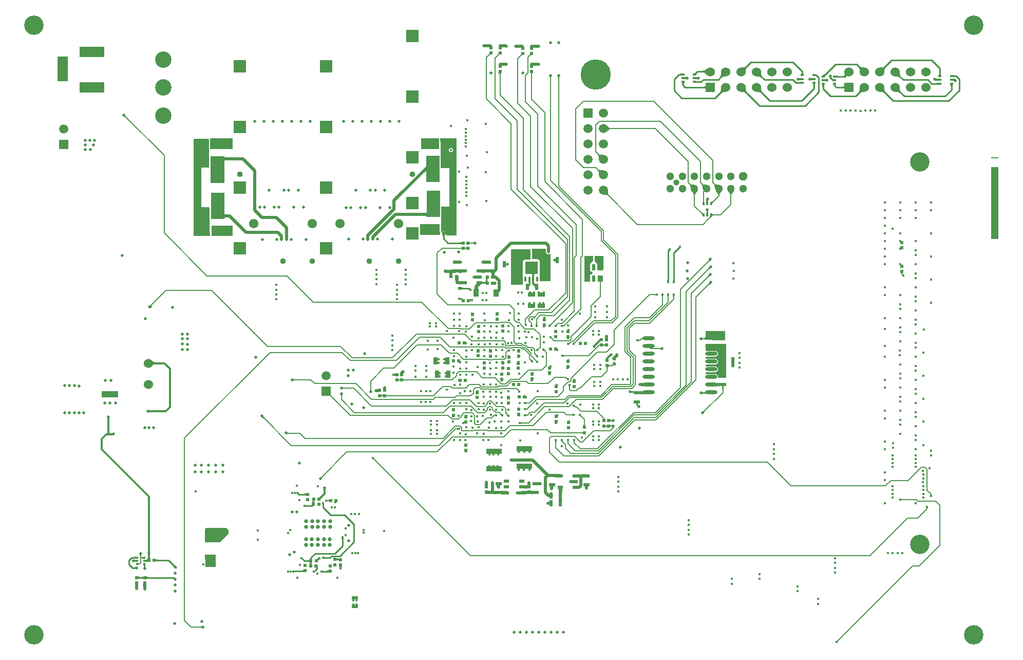
<source format=gbr>
%FSTAX23Y23*%
%MOIN*%
%SFA1B1*%

%IPPOS*%
%AMD79*
4,1,8,-0.012800,-0.025600,0.012800,-0.025600,0.025600,-0.012800,0.025600,0.012800,0.012800,0.025600,-0.012800,0.025600,-0.025600,0.012800,-0.025600,-0.012800,-0.012800,-0.025600,0.0*
%
%ADD10C,0.012000*%
%ADD11R,0.023622X0.021654*%
%ADD13R,0.021654X0.023622*%
%ADD17R,0.027559X0.051181*%
%ADD26R,0.023622X0.039370*%
%ADD38R,0.102362X0.035433*%
%ADD39R,0.051181X0.027559*%
%ADD40R,0.066929X0.035433*%
%ADD41R,0.039370X0.023622*%
%ADD50C,0.010000*%
%ADD51C,0.006000*%
%ADD52C,0.020000*%
%ADD53C,0.005000*%
%ADD54C,0.006614*%
%ADD55C,0.006890*%
%ADD56C,0.008000*%
%ADD59C,0.006614*%
%ADD68R,0.050000X0.005000*%
%ADD72R,0.059055X0.059055*%
%ADD73C,0.059055*%
%ADD74C,0.196850*%
%ADD75R,0.078740X0.078740*%
%ADD76C,0.037401*%
%ADD77C,0.061024*%
%ADD78C,0.060000*%
G04~CAMADD=79~4~0.0~0.0~511.8~511.8~0.0~128.0~0~0.0~0.0~0.0~0.0~0~0.0~0.0~0.0~0.0~0~0.0~0.0~0.0~180.0~512.0~512.0*
%ADD79D79*%
%ADD80C,0.051181*%
%ADD81C,0.039370*%
%ADD82C,0.106299*%
%ADD83C,0.125984*%
%ADD84R,0.160000X0.065000*%
%ADD85R,0.065000X0.160000*%
%ADD86R,0.060000X0.060000*%
%ADD87C,0.015000*%
%ADD88C,0.016000*%
%ADD89C,0.020000*%
%ADD90C,0.019685*%
%ADD91C,0.025000*%
%ADD112R,0.043307X0.066929*%
%ADD113R,0.035827X0.048031*%
%ADD114R,0.019685X0.039370*%
%ADD115R,0.035433X0.039370*%
%ADD116R,0.078740X0.031496*%
%ADD117R,0.017716X0.013500*%
%ADD118O,0.078740X0.023622*%
%ADD119R,0.078740X0.023622*%
%ADD120R,0.016535X0.023622*%
%ADD121O,0.016535X0.023622*%
%ADD122R,0.037401X0.023622*%
%ADD123O,0.011811X0.037401*%
%ADD124O,0.037401X0.011811*%
%ADD125R,0.082677X0.082677*%
%ADD126R,0.023622X0.016535*%
%ADD127O,0.023622X0.016535*%
%ADD128R,0.066929X0.079622*%
%ADD129R,0.050000X0.469999*%
%LNatfc_copper_signal_bot-1*%
%LPD*%
G36*
X01546Y02992D02*
X01546Y02992D01*
X01547Y02992*
X01547Y02992*
X01548Y02992*
X01549Y02991*
X01551Y02991*
X01553Y02991*
Y02979*
X01551Y02979*
X01548Y02979*
X01547Y02979*
X01547Y02979*
X01546Y02979*
X01546Y02979*
X01546Y02978*
Y02992*
X01546Y02992*
G37*
G36*
X05154Y02981D02*
X05153Y02981D01*
X05152Y0298*
X05152Y02979*
X05151Y02978*
X05151Y02978*
X05151Y02977*
X0515Y02976*
X0515Y02975*
X0515Y02974*
X0515Y02973*
X0514Y02983*
X05141Y02983*
X05142Y02984*
X05143Y02984*
X05143Y02984*
X05144Y02984*
X05145Y02985*
X05146Y02985*
X05146Y02986*
X05147Y02986*
X05148Y02987*
X05154Y02981*
G37*
G36*
X04312Y03021D02*
X04312Y03021D01*
X04312Y0302*
X04313Y0302*
X04313Y03019*
X04314Y03018*
X04315Y03017*
X04315Y03016*
X04312Y0301*
X04312Y0301*
X04311Y03011*
X04311Y03011*
X0431Y03012*
X0431Y03012*
X04309Y03012*
X04308Y03012*
X04308Y03012*
X04307Y03012*
X04307Y03012*
X04312Y03022*
X04312Y03021*
G37*
G36*
X03992Y03004D02*
X03993Y03003D01*
X03993Y03003*
X03994Y03003*
X03995Y03003*
X03995Y03002*
X03996Y03002*
X03997Y03002*
X03997Y03002*
X03998Y03002*
Y02995*
X03997Y02995*
X03997Y02995*
X03996Y02995*
X03995Y02995*
X03995Y02995*
X03994Y02994*
X03993Y02994*
X03993Y02994*
X03992Y02993*
X03992Y02993*
Y03004*
X03992Y03004*
G37*
G36*
X04298Y02956D02*
X04297Y02956D01*
X04297Y02957*
X04296Y02957*
X04296Y02957*
X04295Y02958*
X04294Y02958*
X04294Y02958*
X04293Y02958*
X04292Y02958*
X04291Y02958*
Y02965*
X04292Y02965*
X04293Y02965*
X04294Y02965*
X04294Y02965*
X04295Y02965*
X04296Y02966*
X04296Y02966*
X04297Y02966*
X04297Y02967*
X04298Y02967*
Y02956*
G37*
G36*
X03992Y02964D02*
X03993Y02964D01*
X03993Y02964*
X03994Y02964*
X03995Y02963*
X03995Y02963*
X03996Y02963*
X03997Y02963*
X03997Y02963*
X03998Y02963*
Y02956*
X03997Y02956*
X03997Y02956*
X03996Y02956*
X03995Y02955*
X03995Y02955*
X03994Y02955*
X03993Y02955*
X03993Y02954*
X03992Y02954*
X03992Y02954*
Y02965*
X03992Y02964*
G37*
G36*
X03834Y02967D02*
X03834Y02967D01*
X03835Y02966*
X03835Y02966*
X03836Y02965*
X03837Y02965*
X03837Y02965*
X03838Y02965*
X03838Y02965*
X03839Y02964*
X03831Y02957*
X03831Y02958*
X03831Y02959*
X0383Y02959*
X0383Y0296*
X0383Y0296*
X0383Y02961*
X03829Y02962*
X03829Y02962*
X03828Y02963*
X03828Y02963*
X03833Y02968*
X03834Y02967*
G37*
G36*
X03873Y02966D02*
X03874Y02966D01*
X03874Y02966*
X03875Y02965*
X03876Y02965*
X03876Y02965*
X03877Y02964*
X03878Y02964*
X03878Y02964*
X03879Y02964*
X03871Y02956*
X03871Y02957*
X03871Y02958*
X03871Y02958*
X03871Y02959*
X0387Y0296*
X0387Y0296*
X0387Y02961*
X03869Y02962*
X03869Y02962*
X03868Y02963*
X03873Y02967*
X03873Y02966*
G37*
G36*
X04722Y03028D02*
X04723Y03027D01*
X04724Y03027*
X04725Y03026*
X04725Y03026*
X04726Y03026*
X04727Y03025*
X04727Y03025*
X04728Y03025*
X04718Y03015*
X04718Y03016*
X04718Y03017*
X04718Y03017*
X04717Y03018*
X04717Y03018*
X04716Y03019*
X04716Y0302*
X04715Y03021*
X04714Y03022*
X04721Y03029*
X04722Y03028*
G37*
G36*
X02803Y03091D02*
X02802Y0309D01*
X02802Y03089*
X02801Y03088*
X02801Y03087*
X028Y03087*
X028Y03086*
X028Y03085*
X028Y03084*
X028Y03083*
X02793*
X02793Y03084*
X02793Y03085*
X02793Y03086*
X02793Y03087*
X02792Y03087*
X02792Y03088*
X02791Y03089*
X02791Y0309*
X0279Y03091*
X0279Y03091*
X02804*
X02803Y03091*
G37*
G36*
X02727Y03094D02*
X02726Y03093D01*
Y03093*
X02727Y03092*
X02727Y03091*
X02727Y0309*
X02728Y03089*
X02729Y03088*
X02732Y03085*
X02727Y0308*
X02726Y03082*
X02723Y03084*
X02722Y03085*
X02721Y03085*
X0272Y03085*
X02719Y03086*
X02719*
X02718Y03085*
X02718Y03085*
X02727Y03094*
X02727Y03094*
G37*
G36*
X04734Y03116D02*
X04734Y03116D01*
X04735Y03116*
X04737Y03116*
X04738Y03115*
X04742Y03115*
X04754Y03116*
X04755Y03116*
X04756Y03117*
X04759Y03095*
X04759Y03095*
X04758Y03095*
X04753Y03095*
Y03095*
X0475Y03095*
X04734Y03094*
X04734Y03094*
X04733Y03093*
Y03117*
X04734Y03116*
G37*
G36*
X03065Y03079D02*
X03065Y0308D01*
X03065Y0308*
X03064Y03081*
X03064Y03081*
X03063Y03081*
X03062Y03082*
X03061Y03082*
X0306Y03082*
X03059Y03082*
X03059Y03082*
X03058Y03082*
X03057Y03082*
X03056Y03082*
X03055Y03082*
X03054Y03081*
X03053Y03081*
X03053Y03081*
X03052Y0308*
X03052Y0308*
X03052Y03079*
Y03093*
X03052Y03092*
X03052Y03091*
X03053Y03091*
X03053Y0309*
X03054Y0309*
X03055Y0309*
X03056Y0309*
X03057Y03089*
X03058Y03089*
X03059Y03089*
X03059Y03089*
X0306Y03089*
X03061Y0309*
X03062Y0309*
X03063Y0309*
X03064Y0309*
X03064Y03091*
X03065Y03091*
X03065Y03092*
X03065Y03093*
Y03079*
G37*
G36*
X03992Y03043D02*
X03993Y03043D01*
X03993Y03043*
X03994Y03042*
X03995Y03042*
X03995Y03042*
X03996Y03042*
X03997Y03042*
X03997Y03041*
X03998Y03041*
Y03035*
X03997Y03035*
X03997Y03034*
X03996Y03034*
X03995Y03034*
X03995Y03034*
X03994Y03034*
X03993Y03034*
X03993Y03033*
X03992Y03033*
X03992Y03032*
Y03044*
X03992Y03043*
G37*
G36*
X04719Y03034D02*
X04719Y03034D01*
X04719Y03029*
X04709*
X04709Y03034*
X04719*
X04719Y03034*
G37*
G36*
X03086Y03091D02*
X03086Y03091D01*
X03087Y0309*
X03087Y0309*
X03088Y0309*
X03088Y03089*
X03089Y03089*
X0309Y03089*
X03091Y03089*
X03092Y03089*
Y03083*
X03091Y03083*
X0309Y03083*
X03089Y03082*
X03088Y03082*
X03088Y03082*
X03087Y03082*
X03087Y03081*
X03086Y03081*
X03086Y0308*
X03086Y0308*
Y03092*
X03086Y03091*
G37*
G36*
X01347Y03073D02*
X01241D01*
Y03115*
X01347*
Y03073*
G37*
G36*
X02446Y02848D02*
X02447Y02847D01*
X02447Y02847*
X02448Y02846*
X02449Y02846*
X0245Y02845*
X02451Y02845*
X02451Y02845*
X02452Y02845*
X02453Y02845*
X02453Y02838*
X02452Y02838*
X02451Y02838*
X0245Y02838*
X02449Y02838*
X02448Y02837*
X02447Y02837*
X02446Y02837*
X02446Y02836*
X02445Y02835*
X02444Y02835*
X02445Y02849*
X02446Y02848*
G37*
G36*
X0129Y02851D02*
X0129Y02849D01*
X01291Y02847*
X01291Y02846*
X01293Y02844*
X01294Y02843*
X01295Y02842*
X01297Y02842*
X01299Y02841*
X01302Y02841*
X01284Y02829*
X0127Y02841*
X01272Y02841*
X01273Y02842*
X01274Y02842*
X01275Y02843*
X01276Y02844*
X01276Y02846*
X01277Y02847*
X01277Y02849*
X01277Y02851*
X01278Y02853*
X0129*
X0129Y02851*
G37*
G36*
X03553Y02864D02*
X03552Y02864D01*
X03552Y02865*
X03551Y02865*
X03551Y02866*
X0355Y02866*
X03549Y02866*
X03549Y02866*
X03548Y02866*
X03547Y02867*
X03546Y02867*
Y02873*
X03547Y02873*
X03548Y02873*
X03549Y02873*
X03549Y02873*
X0355Y02873*
X03551Y02874*
X03551Y02874*
X03552Y02874*
X03552Y02875*
X03553Y02875*
Y02864*
G37*
G36*
X04361Y02839D02*
X04361Y0284D01*
X04361Y02841*
X0436Y02841*
X0436Y02841*
X04359Y02842*
X04359Y02842*
X04358Y02842*
X04357Y02842*
X04356Y02842*
X04355Y02842*
Y02848*
X04356Y02848*
X04357Y02849*
X04358Y02849*
X04359Y02849*
X04359Y02849*
X0436Y0285*
X0436Y0285*
X04361Y0285*
X04361Y02851*
X04361Y02851*
Y02839*
G37*
G36*
X04272Y02792D02*
X04272Y02792D01*
X04271Y02791*
X04271Y02791*
X04271Y0279*
X04271Y02789*
X0427Y02789*
X0427Y02788*
X0427Y02787*
X0427Y02786*
X04264*
X04264Y02787*
X04264Y02788*
X04264Y02789*
X04264Y02789*
X04264Y0279*
X04263Y02791*
X04263Y02791*
X04263Y02792*
X04262Y02792*
X04262Y02793*
X04273*
X04272Y02792*
G37*
G36*
X04194D02*
X04193Y02792D01*
X04193Y02791*
X04192Y02791*
X04192Y0279*
X04192Y02789*
X04192Y02789*
X04192Y02788*
X04192Y02787*
X04191Y02786*
X04185*
X04185Y02787*
X04185Y02788*
X04185Y02789*
X04185Y02789*
X04185Y0279*
X04185Y02791*
X04184Y02791*
X04184Y02792*
X04183Y02792*
X04183Y02793*
X04194*
X04194Y02792*
G37*
G36*
X01312Y02829D02*
X01311Y02829D01*
X01311Y02829*
X01311Y02829*
X0131Y02829*
X01309Y02829*
X01306Y02829*
X01305Y02829*
X01303Y02841*
X01304Y02841*
X01307Y02841*
X01308Y02842*
X01308Y02842*
X01309Y02842*
X01309Y02842*
X01309Y02842*
X0131Y02843*
X01312Y02829*
G37*
G36*
X04312Y02792D02*
X04311Y02792D01*
X04311Y02791*
X04311Y02791*
X0431Y0279*
X0431Y02789*
X0431Y02789*
X0431Y02788*
X0431Y02787*
X0431Y02786*
X04304*
X04304Y02787*
X04303Y02788*
X04303Y02789*
X04303Y02789*
X04303Y0279*
X04303Y02791*
X04302Y02791*
X04302Y02792*
X04301Y02792*
X04301Y02793*
X04312*
X04312Y02792*
G37*
G36*
X04553Y02881D02*
X04552Y02882D01*
X04551Y02882*
X0455Y02883*
X04549Y02883*
X04548Y02884*
X04547Y02884*
X04546Y02884*
X04546Y02884*
X04545Y02884*
X04544Y02884*
X04543Y02884*
X04543Y02883*
X04542Y02883*
X04542Y02882*
X04542Y02882*
X04542Y02881*
Y02894*
X04542Y02894*
X04542Y02893*
X04542Y02893*
X04543Y02892*
X04543Y02892*
X04544Y02892*
X04545Y02891*
X04545Y02891*
X04545Y02891*
X04546Y02892*
X04547Y02892*
X04548Y02893*
X04549Y02893*
X04549Y02894*
X0455Y02894*
X0455Y02895*
X04553Y02881*
G37*
G36*
X02289Y02951D02*
X02289Y0295D01*
X02289Y02949*
X02289Y02948*
X02289Y02947*
X0229Y02947*
X0229Y02946*
X0229Y02945*
X02291Y02944*
X02292Y02944*
X02287Y02939*
X02287Y0294*
X02286Y02941*
X02285Y02941*
X02284Y02941*
X02284Y02942*
X02283Y02942*
X02282Y02942*
X02281Y02942*
X0228Y02942*
X02279Y02943*
X02288Y02952*
X02289Y02951*
G37*
G36*
X0129Y0294D02*
X0129Y0294D01*
X0129Y02939*
X0129Y02939*
X0129Y02938*
X0129Y02937*
X0129Y02935*
X0129Y02934*
X01278*
X01277Y02935*
X01277Y02938*
X01277Y02939*
X01277Y02939*
X01277Y0294*
X01277Y0294*
X01277Y0294*
X01291*
X0129Y0294*
G37*
G36*
X03795Y02951D02*
X03794Y02951D01*
X03794Y02952*
X03793Y02952*
X03793Y02952*
X03792Y02953*
X03791Y02953*
X03791Y02953*
X0379Y02953*
X03789Y02953*
X03788Y02953*
Y0296*
X03789Y0296*
X0379Y0296*
X03791Y0296*
X03791Y0296*
X03792Y0296*
X03793Y02961*
X03793Y02961*
X03794Y02961*
X03794Y02962*
X03795Y02962*
Y02951*
G37*
G36*
X04351Y0296D02*
X04351Y02959D01*
X04351Y02959*
X04351Y02958*
X04351Y02957*
X04352Y02957*
X04352Y02956*
X04352Y02955*
X04353Y02955*
X04353Y02954*
X04349Y0295*
X04348Y0295*
X04348Y02951*
X04347Y02951*
X04346Y02951*
X04346Y02952*
X04345Y02952*
X04344Y02952*
X04344Y02952*
X04343Y02952*
X04343Y02953*
X0435Y0296*
X04351Y0296*
G37*
G36*
X0452Y02882D02*
X0452Y02882D01*
X0452Y02883*
X0452Y02883*
X04519Y02884*
X04519Y02884*
X04518Y02884*
X04517Y02885*
X04516Y02885*
X04515Y02885*
X04514Y02885*
X04513Y02885*
X04513Y02884*
X04512Y02884*
X04511Y02884*
X04511Y02883*
X0451Y02883*
X0451Y02882*
X0451Y02882*
Y02895*
X0451Y02894*
X0451Y02894*
X04511Y02893*
X04511Y02893*
X04512Y02892*
X04513Y02892*
X04513Y02892*
X04514Y02892*
X04515Y02892*
X04516Y02892*
X04517Y02892*
X04518Y02892*
X04519Y02892*
X04519Y02893*
X0452Y02893*
X0452Y02894*
X0452Y02894*
X0452Y02895*
Y02882*
G37*
G36*
X04375Y02897D02*
X04375Y02896D01*
X04375Y02895*
X04375Y02894*
X04376Y02893*
X04376Y02893*
X04376Y02892*
X04377Y02892*
X04377Y02892*
X04378Y02892*
X04365*
X04366Y02892*
X04366Y02892*
X04367Y02892*
X04367Y02893*
X04367Y02893*
X04368Y02894*
X04368Y02895*
X04368Y02896*
X04368Y02897*
X04368Y02898*
X04375*
X04375Y02897*
G37*
G36*
X04553Y02916D02*
X04552Y02917D01*
X0455Y02918*
X04549Y02919*
X04548Y02919*
X04547Y02919*
X04546Y0292*
X04546Y0292*
X04545Y0292*
X04545Y0292*
X04544Y02919*
X04543Y02919*
X04543Y02919*
X04542Y02918*
X04542Y02918*
X04542Y02917*
X04542Y02917*
Y02929*
X04542Y02928*
X04542Y02928*
X04542Y02927*
X04543Y02927*
X04543Y02927*
X04544Y02926*
X04545Y02926*
X04545Y02926*
X04545Y02926*
X04546Y02927*
X04547Y02927*
X04548Y02927*
X04548Y02928*
X04549Y02929*
X0455Y02929*
X0455Y0293*
X04553Y02916*
G37*
G36*
X03958Y02914D02*
X03959Y02914D01*
X03959Y02913*
X0396Y02913*
X03961Y02913*
X03961Y02913*
X03962Y02913*
X03963Y02912*
X03963Y02912*
X03964Y02912*
Y02905*
X03963Y02905*
X03963Y02905*
X03962Y02905*
X03961Y02905*
X03961Y02905*
X0396Y02905*
X03959Y02904*
X03959Y02904*
X03958Y02904*
X03958Y02903*
Y02915*
X03958Y02914*
G37*
G36*
X05348Y03295D02*
X05348Y03294D01*
X05348Y03292*
X05348Y03279*
X05328*
X05328Y03282*
X05327Y03289*
X05327Y03291*
X05327Y03292*
X05326Y03293*
X05326Y03294*
X05325Y03295*
X05324Y03295*
X05348*
X05348Y03295*
G37*
G36*
X04556Y03278D02*
X04556Y03278D01*
X04555Y03278*
X04555Y03277*
X04555Y03277*
X04554Y03277*
X04553Y03277*
X04552Y03276*
X04551Y03276*
X04549Y03276*
Y03283*
X0455Y03283*
X04551Y03283*
X04552Y03284*
X04553Y03284*
X04554Y03284*
X04555Y03284*
X04555Y03285*
X04556Y03285*
X04556Y03286*
X04556Y03287*
X04556Y03278*
G37*
G36*
X04027Y03319D02*
X04027Y03318D01*
X04028Y03318*
X04028Y03317*
X04029Y03317*
X0403Y03317*
X0403Y03317*
X04031Y03317*
X04032Y03317*
X04032Y03316*
X04025Y03309*
X04024Y03309*
X04024Y0331*
X04024Y03311*
X04024Y03311*
X04024Y03312*
X04024Y03313*
X04023Y03313*
X04023Y03314*
X04022Y03314*
X04022Y03315*
X04026Y03319*
X04027Y03319*
G37*
G36*
X04062Y03313D02*
X04063Y03312D01*
X04063Y03312*
X04064Y03312*
X04065Y03311*
X04065Y03311*
X04066Y03311*
X04067Y03311*
X04067Y03311*
X04068Y03311*
X0406Y03303*
X0406Y03303*
X0406Y03304*
X0406Y03305*
X0406Y03306*
X04059Y03306*
X04059Y03307*
X04059Y03307*
X04058Y03308*
X04058Y03309*
X04057Y03309*
X04062Y03313*
X04062Y03313*
G37*
G36*
X04527Y03268D02*
X04526Y03268D01*
X04526Y03268*
X04525Y03267*
X04525Y03266*
X04524Y03266*
X04524Y03265*
X04524Y03264*
X04524Y03263*
X04524Y03261*
X04517*
X04517Y03263*
X04517Y03264*
X04517Y03265*
X04517Y03266*
X04516Y03266*
X04516Y03267*
X04515Y03268*
X04515Y03268*
X04514Y03268*
X04514Y03268*
X04527*
X04527Y03268*
G37*
G36*
X03203Y03233D02*
X03203Y03232D01*
X03202Y03231*
X03201Y03231*
X03201Y03231*
X032Y03231*
X032Y03231*
X032Y03231*
X03199Y03232*
X03199Y03233*
X03199Y03234*
X03179Y03234*
X03178Y03234*
X03178Y03234*
X03178Y03235*
X03179Y03236*
X0318Y03237*
X03183Y0324*
X03189Y03247*
X03203Y03233*
G37*
G36*
X01566Y03314D02*
X01571Y0331D01*
X01574Y03308*
X01577Y03306*
X01579Y03305*
X01582Y03304*
X01584Y03303*
X01587Y03302*
X01589Y03302*
Y0329*
X01587Y0329*
X01584Y0329*
X01582Y03289*
X01579Y03288*
X01577Y03287*
X01574Y03285*
X01571Y03283*
X01569Y03281*
X01563Y03275*
Y03317*
X01566Y03314*
G37*
G36*
X04531Y03286D02*
X04531Y03285D01*
X04532Y03285*
X04532Y03284*
X04533Y03284*
X04534Y03284*
X04535Y03284*
X04536Y03283*
X04537Y03283*
X04538Y03283*
Y03276*
X04537Y03276*
X04536Y03276*
X04535Y03276*
X04534Y03276*
X04533Y03275*
X04532Y03275*
X04532Y03275*
X04531Y03274*
X04531Y03274*
X04531Y03273*
Y03287*
X04531Y03286*
G37*
G36*
X04589Y03339D02*
X04586Y03336D01*
X04578Y03327*
X04577Y03325*
X04577Y03324*
X04576Y03323*
X04577Y03322*
X04577Y03321*
X04556Y03336*
X04556Y03336*
X04557Y03337*
X04558Y03337*
X0456Y03338*
X04563Y03341*
X04572Y0335*
X04589Y03339*
G37*
G36*
X04113Y03384D02*
X04114Y03383D01*
X04114Y03383*
X04114Y03382*
X04115Y03381*
X04115Y03381*
X04115Y0338*
X04116Y03379*
X04117Y03378*
X04114Y03373*
X04113Y03373*
X04113Y03374*
X04112Y03374*
X04112Y03375*
X04111Y03375*
X0411Y03375*
X0411Y03375*
X04109Y03375*
X04108Y03375*
X04108Y03375*
X04113Y03385*
X04113Y03384*
G37*
G36*
X03876Y03373D02*
X03876Y03373D01*
X03876Y03373*
X03875Y03373*
X03875Y03373*
X03874Y03373*
X03874Y03373*
X03873Y03373*
X03873Y03372*
X03872Y03372*
X03872Y03371*
X03869Y03377*
X03876Y03383*
X03876Y03373*
G37*
G36*
X0487Y03383D02*
X0487Y03383D01*
X04869Y03384*
X04868Y03384*
X04868Y03384*
X04867Y03385*
X04866Y03385*
X04865Y03385*
X04864Y03385*
X04863Y03385*
X04862Y03386*
Y03394*
X04863Y03394*
X04864Y03394*
X04865Y03394*
X04866Y03394*
X04867Y03394*
X04868Y03395*
X04868Y03395*
X04869Y03395*
X0487Y03396*
X0487Y03397*
Y03383*
G37*
G36*
X04079Y03388D02*
X04078Y03387D01*
X04078Y03387*
X04077Y03386*
X04077Y03386*
X04077Y03385*
X04076Y03384*
X04076Y03384*
X04076Y03383*
X04076Y03382*
X04076Y03381*
X04068Y03389*
X04069Y03389*
X0407Y0339*
X0407Y0339*
X04071Y0339*
X04072Y0339*
X04072Y0339*
X04073Y03391*
X04073Y03391*
X04074Y03392*
X04075Y03392*
X04079Y03388*
G37*
G36*
X04544Y03342D02*
X04544Y03341D01*
X04544Y03341*
X04543Y03341*
X04543Y03341*
X04542Y0334*
X04541Y03339*
X0454Y03338*
X04539Y03337*
X0453Y03346*
X04531Y03347*
X04533Y03349*
X04534Y0335*
X04534Y0335*
X04534Y03351*
X04534Y03351*
X04535Y03351*
X04544Y03342*
G37*
G36*
X04236Y03348D02*
X04236Y03347D01*
X04237Y03347*
X04237Y03346*
X04238Y03346*
X04239Y03346*
X04239Y03346*
X0424Y03346*
X04241Y03346*
X04242Y03346*
Y0334*
X04241Y03339*
X0424Y03339*
X04239Y03339*
X04239Y03339*
X04238Y03339*
X04237Y03339*
X04237Y03338*
X04236Y03338*
X04236Y03337*
X04235Y03337*
Y03348*
X04236Y03348*
G37*
G36*
X04062Y03352D02*
X04063Y03352D01*
X04063Y03351*
X04064Y03351*
X04065Y03351*
X04065Y0335*
X04066Y0335*
X04067Y0335*
X04067Y0335*
X04068Y0335*
X0406Y03342*
X0406Y03343*
X0406Y03344*
X0406Y03344*
X0406Y03345*
X04059Y03346*
X04059Y03346*
X04059Y03347*
X04058Y03347*
X04058Y03348*
X04057Y03349*
X04062Y03353*
X04062Y03352*
G37*
G36*
X05293Y032D02*
X05244D01*
X0524Y03205*
X05241Y03207*
X05239Y03213*
X05235Y03219*
X0523Y03223*
X05223Y03225*
X05167*
X05164Y03224*
X05159Y03228*
Y03235*
X05164Y03239*
X05167Y03238*
X05223*
X0523Y0324*
X05235Y03244*
X05239Y0325*
X05241Y03257*
X05239Y03263*
X05235Y03269*
X0523Y03273*
X05223Y03275*
X05167*
X05164Y03274*
X05159Y03278*
Y03285*
X05164Y03289*
X05167Y03288*
X05223*
X0523Y0329*
X05235Y03294*
X05239Y033*
X05241Y03307*
X05239Y03313*
X05235Y03319*
X0523Y03323*
X05223Y03325*
X05167*
X05164Y03324*
X05159Y03328*
Y03335*
X05164Y03339*
X05167Y03338*
X05223*
X0523Y0334*
X05235Y03344*
X05239Y0335*
X05241Y03357*
X05239Y03363*
X05235Y03369*
X0523Y03373*
X05223Y03375*
X05167*
X05164Y03374*
X05159Y03378*
Y0342*
X05293*
Y032*
G37*
G36*
X03947Y03121D02*
X03948Y0312D01*
X03948Y0312*
X03949Y03119*
X0395Y03119*
X03951Y03118*
X03952Y03118*
X03942Y03113*
X03942Y03114*
X03942Y03114*
X03942Y03115*
X03942Y03116*
X03942Y03116*
X03942Y03117*
X03942Y03117*
X03941Y03118*
X03941Y03119*
X0394Y03119*
X03946Y03122*
X03947Y03121*
G37*
G36*
X03031Y03109D02*
X03031Y03108D01*
X0303Y03108*
X0303Y03108*
X03029Y03108*
X03028Y03108*
X03023Y03108*
X03019Y03108*
Y03128*
X03021Y03128*
X03029Y03128*
X0303Y03128*
X0303Y03129*
X03031Y03129*
X03031Y03129*
X03031Y03109*
G37*
G36*
X02804Y0314D02*
X02805Y03139D01*
X02806Y03138*
X02807Y03138*
X02808Y03138*
X02809Y03137*
X02809Y03137*
X0281Y03137*
X02811Y03137*
X02812Y03137*
Y03131*
X02811Y0313*
X0281Y0313*
X02809Y0313*
X02809Y0313*
X02808Y0313*
X02807Y03129*
X02806Y03129*
X02805Y03128*
X02804Y03127*
X02804Y03127*
Y03141*
X02804Y0314*
G37*
G36*
X02989Y03125D02*
X02989Y03124D01*
X02989Y03123*
X02989Y03123*
X0299Y03122*
X0299Y03121*
X0299Y0312*
X02991Y03119*
X02992Y03118*
X02993Y03118*
X02979*
X02979Y03118*
X0298Y03119*
X02981Y0312*
X02981Y03121*
X02982Y03122*
X02982Y03123*
X02982Y03123*
X02982Y03124*
X02982Y03125*
X02983Y03126*
X02989*
X02989Y03125*
G37*
G36*
X05162Y03096D02*
X05161Y03097D01*
X0516Y03097*
X05159Y03097*
X05158Y03098*
X05157Y03098*
X05156Y03098*
X05154Y03098*
X05152Y03098*
X05151Y03099*
X05148Y03107*
X0515Y03107*
X05153Y03107*
X05154Y03107*
X05155Y03107*
X05156Y03108*
X05156Y03108*
X05157Y03109*
X05157Y0311*
X05157Y0311*
X05162Y03096*
G37*
G36*
X05138Y03109D02*
X05139Y03108D01*
X0514Y03108*
X0514Y03108*
X05141Y03107*
X05142Y03107*
X05143Y03107*
X05144Y03107*
X05145Y03107*
X05146Y03107*
Y03099*
X05145Y03098*
X05144Y03098*
X05143Y03098*
X05142Y03098*
X05141Y03098*
X0514Y03097*
X0514Y03097*
X05139Y03097*
X05138Y03096*
X05138Y03096*
Y0311*
X05138Y03109*
G37*
G36*
X04677Y03116D02*
X04678Y03115D01*
X04679Y03115*
X04679Y03115*
X0468Y03114*
X04681Y03114*
X04682Y03114*
X04683Y03114*
X04684Y03114*
X04685Y03114*
Y03106*
X04684Y03105*
X04683Y03105*
X04682Y03105*
X04681Y03105*
X0468Y03105*
X04679Y03104*
X04679Y03104*
X04678Y03104*
X04677Y03103*
X04677Y03103*
Y03117*
X04677Y03116*
G37*
G36*
X04694Y03102D02*
X04694Y03102D01*
X04694Y03103*
X04694Y03104*
X04693Y03104*
X04692Y03105*
X04691Y03105*
X0469Y03105*
X04689Y03105*
X04688Y03105*
X04686Y03106*
Y03114*
X04688Y03114*
X0469Y03114*
X04691Y03114*
X04692Y03114*
X04693Y03115*
X04694Y03115*
X04694Y03116*
X04694Y03116*
X04694Y03117*
Y03102*
G37*
G36*
X05278Y03149D02*
X05278Y03148D01*
X05277Y03147*
X05277Y03145*
X0528*
X05279Y03145*
X05278Y03145*
X05278Y03145*
X05277Y03144*
X05277Y03143*
X05277Y03143*
X05276Y03138*
X05276Y03131*
X05276Y03128*
X05268*
X05268Y03131*
X05267Y03143*
X05267Y03143*
X05266Y03144*
X05266Y03145*
X05265Y03145*
X05265Y03145*
X05264Y03145*
X05267*
X05266Y03147*
X05266Y03148*
X05265Y03149*
X05265Y0315*
X05279*
X05278Y03149*
G37*
G36*
X03178Y03182D02*
X03178Y03182D01*
X03178Y03183*
X03177Y03183*
X03177Y03183*
X03176Y03184*
X03176Y03184*
X03175Y03184*
X03174Y03184*
X03173Y03184*
X03173Y03184*
X03173Y03184*
X03172Y03184*
X03171Y03184*
X0317Y03184*
X03169Y03184*
X03169Y03183*
X03168Y03183*
X03168Y03183*
X03168Y03182*
X03168Y03182*
Y03194*
X03168Y03193*
X03168Y03192*
X03168Y03192*
X03169Y03192*
X03169Y03191*
X0317Y03191*
X03171Y03191*
X03172Y03191*
X03173Y03191*
X03173Y03191*
X03173Y03191*
X03174Y03191*
X03175Y03191*
X03176Y03191*
X03176Y03191*
X03177Y03192*
X03177Y03192*
X03178Y03192*
X03178Y03193*
X03178Y03194*
Y03182*
G37*
G36*
X03199Y03193D02*
X03199Y03192D01*
X032Y03192*
X032Y03192*
X03201Y03191*
X03201Y03191*
X03202Y03191*
X03203Y03191*
X03204Y03191*
X03205Y03191*
Y03185*
X03204Y03184*
X03203Y03184*
X03202Y03184*
X03201Y03184*
X03201Y03184*
X032Y03183*
X032Y03183*
X03199Y03183*
X03199Y03182*
X03199Y03182*
Y03194*
X03199Y03193*
G37*
G36*
X03146Y0321D02*
X03146Y03211D01*
X03146Y03212*
X03145Y03212*
X03144Y03213*
X03143Y03213*
X03142Y03213*
X0314Y03214*
X03139Y03214*
X03134Y03214*
Y03226*
X03137Y03226*
X03139Y03226*
X0314Y03227*
X03142Y03227*
X03143Y03227*
X03144Y03228*
X03145Y03229*
X03146Y0323*
X03146Y03231*
X03146Y03232*
X03146Y0321*
G37*
G36*
X04266Y032D02*
X04259Y03193D01*
X04259Y03194*
X04259Y03194*
X04259Y03194*
X04259Y03195*
X04258Y03195*
X04258Y03195*
X04257Y03195*
X04257Y03195*
X04256Y03195*
X04255Y03196*
X04257Y03202*
X04266Y032*
G37*
G36*
X04756Y03146D02*
X04756Y03146D01*
X04755Y03146*
X04736Y03147*
Y03167*
X04756Y03167*
Y03146*
G37*
G36*
X0428Y03147D02*
X0428Y03146D01*
X0428Y03146*
X04279Y03145*
X04279Y03145*
X04279Y03144*
X04279Y03143*
X04279Y03143*
X04279Y03142*
X04279Y03141*
X04272*
X04272Y03142*
X04272Y03143*
X04271Y03143*
X04271Y03144*
X04271Y03145*
X04271Y03145*
X04271Y03146*
X0427Y03146*
X0427Y03147*
X04269Y03147*
X04281*
X0428Y03147*
G37*
G36*
X02484Y03193D02*
X02485Y03193D01*
X02486Y03192*
X02486Y03191*
X02487Y03191*
X02488Y03191*
X02489Y0319*
X0249Y0319*
X02491Y0319*
X02492Y0319*
Y03184*
X02491Y03184*
X0249Y03184*
X02489Y03184*
X02488Y03183*
X02487Y03183*
X02486Y03183*
X02486Y03182*
X02485Y03181*
X02484Y03181*
X02483Y0318*
Y03194*
X02484Y03193*
G37*
G36*
X05252Y03145D02*
X05252Y03146D01*
X05251Y03146*
X0525Y03146*
X05249Y03146*
X05247Y03147*
X05243Y03147*
X05228Y03146*
X05227Y03145*
X05226Y03145*
Y03168*
X05226Y03168*
X05227Y03168*
X05229Y03167*
X05235Y03167*
X05238Y03167*
X05251Y03168*
X05252Y03168*
X05252Y03169*
Y03145*
G37*
G36*
X04233Y02793D02*
X04233Y02792D01*
X04233Y02792*
X04233Y02791*
X04233Y02791*
X04233Y0279*
X04233Y0279*
X04234Y02789*
X04234Y02789*
X04235Y02788*
X04229Y02785*
X04223Y02792*
X04234Y02793*
X04233Y02793*
G37*
G36*
X01593Y02028D02*
X01593Y02027D01*
X01594Y02026*
X01594Y02025*
X01595Y02025*
X01597Y02024*
X01598Y02024*
X01599Y02024*
X01601Y02024*
X01603Y02024*
Y02014*
X01601Y02013*
X01599Y02013*
X01598Y02013*
X01597Y02013*
X01595Y02012*
X01594Y02012*
X01594Y02011*
X01593Y0201*
X01593Y02009*
X01593Y02009*
Y02029*
X01593Y02028*
G37*
G36*
X01453Y02021D02*
X01453Y0202D01*
X01454Y0202*
X01454Y0202*
X01455Y0202*
X01456Y02019*
X01456Y02019*
X01458Y02019*
X01459Y0202*
X01459Y0202*
X0146Y0202*
X0146Y0202*
X0146Y02021*
Y02007*
X0146Y02008*
X0146Y02008*
X01459Y02008*
X01459Y02008*
X01458Y02009*
X01457Y02009*
X01456Y02009*
X01456Y02009*
X01455Y02009*
X01454Y02008*
X01454Y02008*
X01453Y02008*
X01453Y02007*
X01452Y02007*
Y02009*
X0145Y02009*
Y02019*
X01452Y02019*
X01452Y02019*
Y02021*
X01453Y02021*
G37*
G36*
X0276Y0203D02*
X0276Y0203D01*
X0276Y0203*
X02761Y0203*
X02763Y0203*
X02764Y0203*
Y0202*
X0276Y0202*
Y0203*
X0276Y0203*
G37*
G36*
X02765Y02034D02*
X02765Y02033D01*
X02766Y02033*
X02766Y02032*
X02767Y02031*
X02768Y02031*
X0277Y02031*
X02771Y0203*
X02772Y0203*
X02774Y02031*
X02775Y02031*
X02776Y02031*
X02777Y02032*
X02778Y02032*
X02778Y02033*
X02778Y02033*
X02778Y02034*
Y02015*
X02778Y02016*
X02778Y02017*
X02778Y02018*
X02777Y02018*
X02776Y02019*
X02775Y02019*
X02774Y0202*
X02772Y0202*
X02772Y0202*
X02771Y0202*
X0277Y0202*
X02768Y02019*
X02767Y02019*
X02766Y02018*
X02766Y02018*
X02765Y02017*
X02765Y02016*
X02765Y02015*
Y02035*
X02765Y02034*
G37*
G36*
X01478Y02D02*
X01478Y02D01*
X01478Y02*
X01479Y01999*
X0148Y01999*
X01481Y01999*
X01482Y01999*
X01483Y01998*
X01486Y01998*
Y0199*
X01484Y0199*
X01482Y0199*
X01481Y0199*
X0148Y0199*
X01479Y01989*
X01478Y01989*
X01478Y01989*
X01478Y01988*
X01478Y01988*
Y02001*
X01478Y02*
G37*
G36*
X01711Y01988D02*
X01713Y01986D01*
X01714Y01986*
X01714Y01985*
X01715Y01985*
X01716Y01985*
X01716Y01985*
X01717Y01985*
X01717Y01984*
X01708Y01975*
X01707Y01975*
X01707Y01976*
X01707Y01976*
X01707Y01977*
X01707Y01978*
X01706Y01978*
X01706Y01979*
X01705Y0198*
X01704Y01981*
X01711Y01988*
X01711Y01988*
G37*
G36*
X02586Y02003D02*
X02586Y02003D01*
X02585Y02004*
X02585Y02005*
X02584Y02006*
X02583Y02006*
X02582Y02007*
X02581Y02007*
X02579Y02007*
X02578Y02007*
X02576Y02008*
Y02018*
X02578Y02018*
X02579Y02018*
X02581Y02018*
X02582Y02018*
X02583Y02019*
X02584Y02019*
X02585Y0202*
X02585Y02021*
X02586Y02022*
X02586Y02023*
Y02003*
G37*
G36*
X02605Y02002D02*
X02604Y02001D01*
X02603Y02001*
X02602Y02*
X02602Y01999*
X02601Y01998*
X02601Y01997*
X02601Y01996*
X02601Y01995*
X02601Y01994*
X02602Y01993*
X02602Y01992*
X02603Y01991*
X02604Y01991*
X02605Y0199*
X02606Y0199*
X02586*
X02586Y0199*
X02587Y01991*
X02588Y01991*
X02589Y01992*
X02589Y01993*
X0259Y01994*
X0259Y01995*
X0259Y01996*
X0259Y01997*
X0259Y01998*
X02589Y01999*
X02589Y02*
X02588Y02001*
X02587Y02001*
X02587Y02002*
X02586Y02002*
X02606*
X02605Y02002*
G37*
G36*
X01535Y0202D02*
X01539Y0202D01*
Y02008*
X01535Y02008*
Y02008*
X01535Y02008*
X01527Y02007*
Y02008*
X01523Y02008*
Y0202*
X01525Y0202*
X01527Y0202*
Y02021*
X01527Y02021*
X01527Y0202*
X01528Y0202*
X01529Y02021*
X01531Y02021*
X01532Y02022*
X01533Y02022*
X01534Y02023*
X01535Y02024*
X01535Y02025*
X01535Y02026*
X01535Y0202*
G37*
G36*
X01552Y02039D02*
X01552Y02037D01*
X01552Y02035*
X01552Y02033*
X01553Y02032*
X01554Y02031*
X01554Y0203*
X01555Y0203*
X01556Y02029*
X01558Y02029*
X01555Y02029*
X01555Y02029*
X01539*
X0154Y02029*
X0154Y02029*
X01535Y02029*
X01536Y02029*
X01537Y0203*
X01537Y0203*
X01538Y02031*
X01538Y02032*
X01539Y02034*
X01539Y02035*
X01539Y02037*
X01539Y02039*
X0154Y02041*
X01552*
X01552Y02039*
G37*
G36*
X01509Y02027D02*
X01509Y02028D01*
X01509Y02028*
X01509Y02028*
X01508Y02029*
X01507Y02029*
X01506Y02029*
X01505Y02029*
X01504Y0203*
X01501Y0203*
Y02038*
X01503Y02038*
X01505Y02038*
X01506Y02038*
X01507Y02038*
X01508Y02039*
X01509Y02039*
X01509Y02039*
X01509Y0204*
X01509Y0204*
Y02027*
G37*
G36*
X01498Y02055D02*
X01498Y02054D01*
X01497Y02053*
X01497Y02053*
X01496Y02052*
X01496Y02051*
X01496Y0205*
X01496Y02049*
X01496Y02048*
X01496Y02047*
X01488*
X01488Y02048*
X01488Y02049*
X01487Y0205*
X01487Y02051*
X01487Y02052*
X01487Y02053*
X01486Y02053*
X01486Y02054*
X01485Y02055*
X01485Y02055*
X01499*
X01498Y02055*
G37*
G36*
X02682Y0204D02*
X02682Y0204D01*
X02683Y0204*
X02683Y0204*
X02686Y0204*
X02687Y0204*
Y0203*
X02682Y0203*
Y0204*
X02682Y0204*
G37*
G36*
X02652Y02022D02*
X0265Y0202D01*
X02645Y02015*
X02644Y02013*
X02644Y02012*
X02643Y0201*
X02643Y02009*
X02643Y02009*
X02644Y02008*
X0263Y02023*
X02631Y02023*
X02632Y02022*
X02633Y02023*
X02634Y02023*
X02635Y02024*
X02637Y02025*
X02638Y02026*
X02642Y0203*
X02645Y02032*
X02652Y02022*
G37*
G36*
X02545Y02032D02*
X02545Y02032D01*
X02548Y02029*
X02542Y02021*
X02541Y02022*
X02539Y02024*
X02538Y02024*
X02538Y02024*
X02538Y02024*
X02545Y02032*
X02545Y02032*
G37*
G36*
X0146Y0204D02*
Y02027D01*
X0146Y02028*
X0146Y02028*
X01459Y02029*
X01459Y02029*
X01458Y0203*
X01457Y0203*
X01455Y0203*
X01454Y0203*
X01452Y0203*
X0145Y02031*
Y02041*
X0146Y0204*
G37*
G36*
X02603Y02031D02*
X02603Y0203D01*
X02603Y02028*
X02603Y02027*
X02604Y02026*
X02604Y02025*
X02605Y02024*
X02606Y02023*
X02607Y02023*
X02607Y02023*
X02587*
X02588Y02023*
X02589Y02023*
X0259Y02024*
X02591Y02025*
X02591Y02026*
X02592Y02027*
X02592Y02028*
X02592Y0203*
X02592Y02031*
X02592Y02033*
X02602*
X02603Y02031*
G37*
G36*
X01477Y01915D02*
X01478Y01914D01*
X01478Y01914*
X01479Y01913*
X0148Y01913*
X01481Y01912*
X01482Y01912*
X01484Y01911*
X01485Y01911*
X01487Y01911*
Y01901*
X01485Y01901*
X01484Y01901*
X01482Y01901*
X01481Y019*
X0148Y019*
X01479Y01899*
X01478Y01899*
X01478Y01898*
X01477Y01897*
X01477Y01896*
Y01916*
X01477Y01915*
G37*
G36*
X01711Y01907D02*
X01713Y01905D01*
X01714Y01905*
X01714Y01904*
X01715Y01904*
X01716Y01904*
X01716Y01904*
X01717Y01904*
X01717Y01903*
X01708Y01894*
X01707Y01894*
X01707Y01895*
X01707Y01895*
X01707Y01896*
X01707Y01897*
X01706Y01897*
X01706Y01898*
X01705Y01899*
X01704Y019*
X01711Y01907*
X01711Y01907*
G37*
G36*
X01529Y01915D02*
X0153Y01914D01*
X0153Y01914*
X01531Y01913*
X01532Y01913*
X01533Y01912*
X01534Y01912*
X01536Y01911*
X01537Y01911*
X01539Y01911*
Y01901*
X01537Y01901*
X01536Y01901*
X01534Y01901*
X01533Y019*
X01532Y019*
X01531Y01899*
X0153Y01899*
X0153Y01898*
X01529Y01897*
X01529Y01896*
Y01916*
X01529Y01915*
G37*
G36*
X01508Y01896D02*
X01508Y01897D01*
X01508Y01898*
X01507Y01899*
X01506Y01899*
X01505Y019*
X01504Y019*
X01503Y01901*
X01501Y01901*
X015Y01901*
X01498Y01901*
Y01911*
X015Y01911*
X01501Y01911*
X01503Y01912*
X01504Y01912*
X01505Y01913*
X01506Y01913*
X01507Y01914*
X01508Y01914*
X01508Y01915*
X01508Y01916*
Y01896*
G37*
G36*
X01889Y01577D02*
X01888Y01577D01*
X01888Y01578*
X01887Y01579*
X01886Y01579*
X01885Y0158*
X01884Y0158*
X01883Y0158*
X01883Y01581*
X01882Y01581*
X01881Y01581*
Y01587*
X01882Y01587*
X01883Y01587*
X01883Y01587*
X01884Y01587*
X01885Y01588*
X01886Y01588*
X01887Y01589*
X01888Y01589*
X01888Y0159*
X01889Y01591*
Y01577*
G37*
G36*
X06021Y01493D02*
X06021Y01493D01*
X06021Y01492*
X0602Y01492*
X0602Y01491*
X06019Y01491*
X06019Y0149*
X06019Y01489*
X06019Y01489*
X06019Y01488*
X06019Y01488*
X06011Y01495*
X06012Y01495*
X06013Y01495*
X06013Y01495*
X06014Y01495*
X06014Y01496*
X06015Y01496*
X06016Y01496*
X06016Y01497*
X06017Y01497*
X06017Y01498*
X06021Y01493*
G37*
G36*
X01529Y0186D02*
X01529Y01859D01*
X01529Y01858*
X01529Y01855*
X01529Y0184*
X01509*
X01508Y0186*
X01529*
X01529Y0186*
G37*
G36*
X01477D02*
X01477Y01859D01*
X01477Y01858*
X01477Y01855*
X01477Y0184*
X01457*
X01456Y0186*
X01477*
X01477Y0186*
G37*
G36*
X02711Y01937D02*
X02711Y01938D01*
X02711Y01938*
X02711Y01939*
X0271Y01939*
X02709Y0194*
X02708Y0194*
X02707Y0194*
X02705Y01941*
X02703Y01941*
X02701Y01941*
Y01951*
X02703Y01951*
X02705Y01951*
X02707Y01951*
X02708Y01952*
X02709Y01952*
X0271Y01953*
X02711Y01953*
X02711Y01954*
X02711Y01955*
X02712Y01956*
X02711Y01937*
G37*
G36*
X02641Y01969D02*
X02641Y01969D01*
X02641Y01968*
X0264Y01968*
X0264Y01967*
X0264Y01966*
X0264Y01966*
X0264Y01963*
X0264Y01962*
X0263*
X0263Y01963*
X0263Y01966*
X02629Y01967*
X02629Y01968*
X02629Y01968*
X02629Y01969*
X02629Y01969*
X02628Y01969*
X02641*
X02641Y01969*
G37*
G36*
X01459Y01961D02*
X01459Y01961D01*
X01458Y01962*
X01458Y01962*
X01457Y01962*
X01456Y01963*
X01456Y01963*
X01455Y01963*
X01454Y01963*
X01452Y01963*
Y01973*
X01453Y01973*
X01455Y01973*
X01456Y01973*
X01456Y01974*
X01457Y01974*
X01458Y01974*
X01458Y01974*
X01459Y01975*
X01459Y01975*
Y01961*
G37*
G36*
X01526Y01988D02*
X01525Y01987D01*
X01525Y01987*
X01524Y01986*
X01524Y01985*
X01524Y01984*
X01523Y01983*
X01523Y01981*
X01523Y0198*
X01523Y01978*
X01523Y01977*
X01524Y01976*
X01524Y01976*
X01524Y01975*
X01524Y01974*
X01525Y01974*
X01525Y01973*
X01511Y01973*
X01512Y01973*
X01512Y01974*
X01512Y01974*
X01512Y01975*
X01513Y01976*
X01513Y01977*
X01513Y01977*
X01513Y01979*
X01513Y0198*
X01513Y01983*
X01513Y01984*
X01512Y01985*
X01512Y01986*
X01511Y01987*
X01511Y01987*
X0151Y01988*
X01509Y01988*
X01527*
X01526Y01988*
G37*
G36*
X02798Y01976D02*
X02798Y01976D01*
X02797Y01975*
X02797Y01975*
X02796Y01974*
X02796Y01973*
X02796Y01971*
X02795Y0197*
X02795Y01968*
X02795Y01966*
X02783*
X02783Y01968*
X02783Y01971*
X02783Y01973*
X02782Y01974*
X02782Y01975*
X02781Y01975*
X02781Y01976*
X0278Y01976*
X0278Y01976*
X02799*
X02798Y01976*
G37*
G36*
X02677Y01941D02*
X02676Y01941D01*
X02673Y01941*
X02673Y01941*
X02672Y0194*
X02672Y0194*
X02672Y0194*
X02672Y0194*
X02669Y0195*
X02677Y01951*
X02677Y01941*
G37*
G36*
X02548Y01938D02*
X02548Y01939D01*
X02548Y01939*
X02548Y0194*
X02547Y0194*
X02546Y01941*
X02545Y01941*
X02544Y01941*
X02542Y01942*
X0254Y01942*
X02538Y01942*
Y01952*
X0254Y01952*
X02542Y01952*
X02544Y01952*
X02545Y01953*
X02546Y01953*
X02547Y01954*
X02548Y01954*
X02548Y01955*
X02548Y01956*
X02549Y01957*
X02548Y01938*
G37*
G36*
X02627Y01947D02*
X02624Y01944D01*
X02616Y01951*
X02616Y01951*
X02617Y01951*
X02617Y01951*
X02617Y01952*
X02619Y01954*
X0262Y01954*
X02627Y01947*
G37*
G36*
X02494Y01942D02*
X02493Y01942D01*
X0249Y01942*
X0249Y01942*
X0249Y01941*
X02489Y01941*
X02489Y01941*
X02488Y01952*
X02492Y01952*
X02494Y01942*
G37*
G36*
X02691Y0248D02*
X02691Y0248D01*
X02691Y0248*
X02691Y02479*
X02691Y02478*
X02691Y02477*
X02691Y02475*
X02691Y02474*
X02679*
X02679Y02475*
X02678Y02478*
X02678Y02479*
X02678Y0248*
X02678Y0248*
X02678Y0248*
X02678Y02481*
X02692*
X02691Y0248*
G37*
G36*
X04003Y02467D02*
X04003Y02467D01*
Y02447*
X04Y02447*
X03987Y02446*
X03985Y02446*
X03984Y02445*
X03984Y02445*
X03983Y02444*
Y02447*
X03983Y02447*
Y02467*
X03983Y02467*
Y02468*
X03984Y02468*
X03984Y02467*
X03985Y02467*
X03988Y02467*
X03989Y02467*
X03996Y02468*
X03998Y02468*
X04Y02469*
X04001Y02469*
X04002Y0247*
X04003Y02471*
X04003Y02471*
Y02467*
G37*
G36*
X03984Y02505D02*
X03984Y02504D01*
X03985Y02504*
X03987Y02504*
X03988Y02504*
X03991Y02504*
X04002Y02504*
X04003Y02505*
X04003Y02505*
Y02503*
X04003Y02503*
Y02483*
X04003Y02483*
Y02482*
X04003Y02482*
X04002Y02482*
X04001Y02482*
X04Y02483*
X03998Y02483*
X03995Y02483*
X03984Y02482*
X03984Y02482*
X03983Y02482*
Y02483*
X03983Y02483*
Y02503*
X03983Y02503*
Y02505*
X03984Y02505*
G37*
G36*
X04175Y02496D02*
X04174Y02496D01*
X04173Y02495*
X04173Y02494*
X04172Y02492*
X04171Y02491*
X04171Y02489*
X04171Y02486*
X04171Y02484*
X04171Y02481*
X04151*
X0415Y02484*
X0415Y02489*
X0415Y02491*
X04149Y02492*
X04148Y02494*
X04148Y02495*
X04147Y02496*
X04146Y02496*
X04145Y02496*
X04176*
X04175Y02496*
G37*
G36*
X03747Y02472D02*
X03748Y02471D01*
X03749Y0247*
X0375Y02469*
X03752Y02468*
X03754Y02468*
X03757Y02467*
X0376Y02467*
X03767Y02467*
Y02447*
X03763Y02447*
X03752Y02448*
X0375Y02448*
X03749Y02448*
X03748Y02449*
X03747Y02449*
X03747Y0245*
Y02473*
X03747Y02472*
G37*
G36*
X03795Y02445D02*
X03795Y02446D01*
X03794Y02446*
X03793Y02446*
X03792Y02446*
X03788Y02447*
X03775Y02447*
Y02467*
X03779Y02467*
X03793Y02468*
X03794Y02468*
X03795Y02468*
X03795Y02469*
Y02445*
G37*
G36*
X04234Y02479D02*
X04233Y02479D01*
X04232Y02478*
X04231Y02476*
X0423Y02474*
X04229Y02472*
X04229Y0247*
X04229Y02467*
X04229Y02466*
X04229Y02456*
X04205*
X04206Y02456*
X04206Y02457*
X04207Y02458*
X04207Y02459*
X04208Y02461*
X04208Y02463*
X04208Y02466*
X04208Y02467*
X04207Y0247*
X04207Y02472*
X04206Y02474*
X04205Y02476*
X04204Y02478*
X04202Y02479*
X04201Y02479*
X04199Y02479*
X04236*
X04234Y02479*
G37*
G36*
X04024Y02471D02*
X04025Y0247D01*
X04026Y02469*
X04027Y02469*
X04029Y02468*
X04031Y02468*
X04036Y02468*
X04037Y02468*
X04037Y02469*
Y02467*
X0404Y02467*
X04044Y02467*
Y02447*
X04037Y02447*
Y02445*
X04037Y02446*
X04036Y02446*
X04035Y02446*
X04034Y02446*
X04032Y02447*
X04024Y02447*
X04017Y02447*
Y02467*
X04021Y02467*
X04024Y02467*
Y02471*
X04024Y02471*
G37*
G36*
X04398Y02495D02*
X04397Y02495D01*
X04397Y02494*
X04397Y02493*
X04396Y02492*
X04396Y02491*
X04396Y02489*
X04396Y02485*
X04396Y02483*
X04376*
X04375Y02485*
X04375Y02491*
X04375Y02492*
X04374Y02493*
X04374Y02494*
X04374Y02495*
X04373Y02495*
X04373Y02495*
X04398*
X04398Y02495*
G37*
G36*
X04182Y02578D02*
X04183Y02578D01*
X04184Y02578*
X04185Y02578*
X04187Y02577*
X0419Y02577*
X04199Y02578*
Y02577*
X04202Y02577*
Y02557*
X04199Y02557*
Y02554*
X04198Y02555*
X04198Y02555*
X04197Y02556*
X04195Y02556*
X04194Y02556*
X04192Y02557*
X04183Y02556*
X04182Y02556*
X04182Y02555*
Y02557*
X04179Y02557*
Y02577*
X04182Y02577*
Y02579*
X04182Y02578*
G37*
G36*
X02673Y02557D02*
X02672Y02557D01*
X02671Y02556*
X02671Y02555*
X02671Y02554*
X0267Y02554*
X0267Y02553*
X0267Y02552*
X0267Y02551*
X0267Y0255*
X02669Y02549*
X0266Y02558*
X02661Y02559*
X02662Y02559*
X02663Y02559*
X02664Y02559*
X02665Y02559*
X02665Y0256*
X02666Y0256*
X02667Y0256*
X02668Y02561*
X02668Y02562*
X02673Y02557*
G37*
G36*
X03006Y02681D02*
X03006Y0268D01*
X03006Y0268*
X03006Y02679*
X03007Y02678*
X03007Y02678*
X03007Y02677*
X03008Y02677*
X03008Y02676*
X03009Y02676*
X03004Y02671*
X03004Y02672*
X03003Y02672*
X03003Y02673*
X03002Y02673*
X03002Y02673*
X03001Y02674*
X03Y02674*
X03Y02674*
X02999Y02674*
X02999Y02674*
X03006Y02681*
X03006Y02681*
G37*
G36*
X04366Y02554D02*
X04366Y02555D01*
X04365Y02555*
X04364Y02555*
X04363Y02555*
X04362Y02556*
X04358Y02556*
X0435Y02556*
X04346Y02556*
X04334Y02555*
X04333Y02555*
X04332Y02555*
X04332Y02554*
Y02578*
X04332Y02577*
X04333Y02577*
X04334Y02577*
X04335Y02577*
X04337Y02576*
X04341Y02576*
X0435Y02576*
X04353Y02576*
X04363Y02577*
X04364Y02577*
X04365Y02577*
X04366Y02577*
X04366Y02578*
Y02554*
G37*
G36*
X04024Y02505D02*
X04003D01*
X04003Y02505*
X04003Y02506*
X04003Y02506*
X04003Y02509*
X04004Y02521*
X04024*
X04024Y02505*
G37*
G36*
X03828Y02504D02*
X03827Y02504D01*
X03826Y02503*
X03826Y02502*
X03825Y02501*
X03825Y02499*
X03825Y02498*
X03825Y02496*
X03825Y02491*
X03805*
X03804Y02493*
X03804Y02498*
X03804Y02499*
X03804Y02501*
X03803Y02502*
X03803Y02503*
X03802Y02504*
X03801Y02504*
X03801Y02504*
X03828*
X03828Y02504*
G37*
G36*
X04295Y02517D02*
X04295Y02517D01*
X04295Y02517*
X04294Y02517*
X04283Y02517*
Y02537*
X04285Y02537*
X04292Y02538*
X04293Y02538*
X04294Y02538*
X04295Y02538*
X04295Y02539*
X04295Y02539*
X04295Y02517*
G37*
G36*
X03747Y02507D02*
X03726D01*
X03726Y02507*
X03726Y02508*
X03726Y02509*
X03726Y02511*
X03727Y02525*
X03747*
X03747Y02507*
G37*
G36*
X02562Y02375D02*
X02562Y02375D01*
X02562Y02375*
X02563Y02375*
X02565Y02375*
X02566Y02375*
Y02365*
X02562Y02364*
Y02375*
X02562Y02375*
G37*
G36*
X06602Y02356D02*
X06602Y02355D01*
X06601Y02355*
X06601Y02355*
X06601Y02354*
X06601Y02353*
X06601Y02353*
X06601Y02352*
X06601Y02351*
X06601Y02351*
X06595*
X06594Y02351*
X06594Y02353*
X06594Y02353*
X06594Y02354*
X06594Y02355*
X06594Y02355*
X06593Y02355*
X06593Y02356*
X06593Y02356*
X06602*
X06602Y02356*
G37*
G36*
X02622Y02402D02*
X02621Y02401D01*
X0262Y02401*
X02619Y024*
X02619Y02399*
X02618Y02398*
X02618Y02397*
X02618Y02396*
X02618Y02395*
X02618Y02394*
X02619Y02393*
X02619Y02392*
X0262Y02391*
X02621Y02391*
X02622Y0239*
X02623Y0239*
X02603*
X02604Y0239*
X02604Y02391*
X02605Y02391*
X02606Y02392*
X02606Y02393*
X02607Y02394*
X02607Y02395*
X02607Y02396*
X02607Y02397*
X02607Y02398*
X02607Y02399*
X02606Y024*
X02606Y02401*
X02605Y02401*
X02604Y02402*
X02604Y02402*
X02623*
X02622Y02402*
G37*
G36*
X02682Y02384D02*
X02682Y02384D01*
X02682Y02383*
X02682Y02383*
X02682Y0238*
X02682Y02379*
X02672*
X02671Y02384*
X02682*
X02682Y02384*
G37*
G36*
X01552Y02078D02*
X01552Y02075D01*
X01552Y02074*
X01552Y02074*
X01552Y02073*
X01552Y02073*
X01553Y02073*
X01539*
X01539Y02073*
X01539Y02073*
X01539Y02074*
X01539Y02074*
X01539Y02075*
X01539Y02076*
X01539Y02078*
X0154Y0208*
X01552*
X01552Y02078*
G37*
G36*
X01553Y02059D02*
X01552Y02058D01*
X01552Y02057*
X01552Y02057*
X01552Y02056*
X01552Y02055*
X01552Y02053*
X01552Y02052*
X01551*
X01551Y02051*
X01543Y0205*
X01543Y02051*
X01543Y02052*
X0154*
X01539Y02053*
X01539Y02056*
X01539Y02057*
X01539Y02057*
X01539Y02058*
X01539Y02058*
X01539Y02058*
X01546*
X01553Y02059*
X01553Y02059*
G37*
G36*
X02807Y02161D02*
X02807Y02161D01*
X02807Y02161*
X02807Y0216*
X02807Y02157*
X02807Y02156*
X02797*
X02796Y02161*
X02807*
X02807Y02161*
G37*
G36*
X02051Y02228D02*
X02062Y02216D01*
Y02188*
X02007Y02133*
X01909*
Y0222*
X01917Y02228*
X02051*
G37*
G36*
X04228Y02417D02*
X04229D01*
X04229Y02417*
X04228Y02416*
X04228Y02415*
X04229Y02406*
X04228*
X04228Y02397*
X04208*
X04208Y02401*
X04208Y02406*
X04205*
X04206Y02406*
X04206Y02407*
X04207Y02408*
X04207Y02409*
X04207Y02411*
X04207Y02414*
X04207Y02415*
X04206Y02416*
X04206Y02417*
X04205Y02417*
X04208*
X04208Y02422*
X04208Y02426*
X04228*
X04228Y02417*
G37*
G36*
X06625Y02446D02*
X06625Y02445D01*
X06625Y02445*
X06625Y02444*
X06625Y02444*
X06625Y02444*
X06625Y02444*
X06626Y02443*
X06626Y02443*
X06618Y0244*
X06618Y0244*
X06618Y02441*
X06618Y02441*
X06618Y02444*
X06618Y02445*
X06625Y02447*
X06625Y02446*
G37*
G36*
X02566Y02436D02*
X02566Y02437D01*
X02566Y02438*
X02566Y02439*
X02565Y02439*
X02564Y0244*
X02563Y0244*
X02562Y02441*
X0256Y02441*
X02558Y02441*
X02556Y02441*
Y02451*
X02558Y02451*
X02562Y02452*
X02563Y02452*
X02564Y02452*
X02565Y02453*
X02566Y02453*
X02566Y02454*
X02566Y02454*
X02566Y02455*
Y02436*
G37*
G36*
X02517Y02455D02*
X02517Y02455D01*
X02517Y02455*
X02517Y02454*
X02519Y02453*
X0252Y02452*
X02513Y02445*
X02509Y02448*
X02517Y02455*
X02517Y02455*
G37*
G36*
X03834Y02468D02*
X03835Y02468D01*
X03836Y02468*
X03837Y02467*
X03839Y02467*
X03839Y02467*
X0385Y02468*
Y02467*
X03854Y02467*
Y02447*
X0385Y02447*
X0385Y02447*
Y02444*
X03849Y02445*
X03849Y02445*
X03848Y02446*
X03846Y02446*
X03845Y02446*
X03843Y02446*
X03835Y02446*
X03834Y02446*
X03834Y02445*
Y02447*
X0383Y02447*
Y02467*
X03834Y02467*
Y02469*
X03834Y02468*
G37*
G36*
X02702Y0241D02*
X02703Y0241D01*
X02703Y02409*
X02704Y02409*
X02704Y02409*
X02705Y02409*
X02705Y02408*
X02706Y02408*
X02707Y02408*
X02708Y02408*
Y02402*
X02707Y02402*
X02706Y02402*
X02705Y02402*
X02705Y02401*
X02704Y02401*
X02704Y02401*
X02703Y02401*
X02703Y024*
X02702Y024*
X02702Y024*
Y0241*
X02702Y0241*
G37*
G36*
X02715Y02398D02*
X02715Y02399D01*
X02715Y024*
X02715Y024*
X02714Y02401*
X02714Y02401*
X02713Y02401*
X02712Y02401*
X02711Y02402*
X0271Y02402*
X02709Y02402*
Y02408*
X0271Y02408*
X02711Y02408*
X02712Y02409*
X02713Y02409*
X02714Y02409*
X02714Y0241*
X02715Y0241*
X02715Y0241*
X02715Y02411*
X02715Y02412*
Y02398*
G37*
G36*
X0267Y02424D02*
X02668Y02422D01*
X02664Y02417*
X02663Y02415*
X02661Y02413*
X02661Y02412*
X0266Y0241*
X0266Y02409*
X02661Y02408*
X02662Y02407*
X02644Y02423*
X02645Y02422*
X02646Y02422*
X02647Y02422*
X02649Y02423*
X0265Y02423*
X02652Y02424*
X02654Y02426*
X02656Y02427*
X02661Y02432*
X0267Y02424*
G37*
G36*
X06428Y02417D02*
X06428Y02416D01*
X06429Y02416*
X06429Y02415*
X0643Y02415*
X06431Y02415*
X06431Y02415*
X06432Y02415*
X06433Y02415*
X06434Y02415*
Y02409*
X06433Y02408*
X06432Y02408*
X06431Y02408*
X06431Y02408*
X0643Y02408*
X06429Y02408*
X06429Y02407*
X06428Y02407*
X06428Y02406*
X06427Y02406*
Y02417*
X06428Y02417*
G37*
G36*
X0529Y05055D02*
X05286Y05054D01*
X05278Y05054*
X05275Y05053*
X05272Y05053*
X05269Y05052*
X05266Y05051*
X05264Y0505*
X05262Y05049*
X0526Y05047*
X05253Y05054*
X05255Y05056*
X05256Y05058*
X05257Y0506*
X05258Y05063*
X05259Y05066*
X05259Y05069*
X0526Y05072*
X0526Y0508*
X05261Y05084*
X0529Y05055*
G37*
G36*
X01394Y04903D02*
X01394Y04902D01*
X01394Y04901*
X01394Y049*
X01394Y04899*
X01395Y04898*
X01395Y04898*
X01396Y04897*
X01396Y04896*
X01397Y04895*
X01393Y04891*
X01392Y04892*
X01391Y04892*
X0139Y04893*
X0139Y04893*
X01389Y04894*
X01388Y04894*
X01387Y04894*
X01386Y04894*
X01385Y04894*
X01384Y04894*
X01394Y04904*
X01394Y04903*
G37*
G36*
X05521Y0508D02*
X05521Y05072D01*
X05522Y05069*
X05522Y05066*
X05523Y05063*
X05524Y0506*
X05525Y05058*
X05526Y05056*
X05528Y05054*
X05521Y05047*
X05519Y05049*
X05517Y0505*
X05515Y05051*
X05512Y05052*
X05509Y05053*
X05506Y05053*
X05503Y05054*
X05495Y05054*
X05491Y05055*
X0552Y05084*
X05521Y0508*
G37*
G36*
X05421D02*
X05421Y05072D01*
X05422Y05069*
X05422Y05066*
X05423Y05063*
X05424Y0506*
X05425Y05058*
X05426Y05056*
X05428Y05054*
X05421Y05047*
X05419Y05049*
X05417Y0505*
X05415Y05051*
X05412Y05052*
X05409Y05053*
X05406Y05053*
X05403Y05054*
X05395Y05054*
X05391Y05055*
X0542Y05084*
X05421Y0508*
G37*
G36*
X02089Y04685D02*
X01945D01*
X01944Y04685*
Y04753*
X02089*
Y04685*
G37*
G36*
X04466Y04652D02*
X04468Y04651D01*
X0447Y0465*
X04473Y04649*
X04476Y04648*
X04479Y04648*
X04482Y04647*
X04491Y04647*
X04495Y04647*
X04466Y04618*
X04466Y04622*
X04465Y04634*
X04465Y04637*
X04464Y0464*
X04463Y04643*
X04462Y04645*
X04461Y04647*
X0446Y04648*
X04465Y04653*
X04466Y04652*
G37*
G36*
X0452Y04835D02*
X04529Y04827D01*
X04532Y04825*
X04534Y04824*
X04536Y04822*
X04539Y04822*
X04541Y04821*
X04543Y04821*
Y04814*
X04541Y04814*
X04539Y04813*
X04536Y04813*
X04534Y04811*
X04532Y0481*
X04529Y04808*
X04526Y04806*
X0452Y048*
X04517Y04797*
Y04838*
X0452Y04835*
G37*
G36*
X0343Y04753D02*
Y04686D01*
X03314*
Y04754*
X03425*
X0343Y04753*
G37*
G36*
X0619Y05055D02*
X06186Y05054D01*
X06178Y05054*
X06175Y05053*
X06172Y05053*
X06169Y05052*
X06166Y05051*
X06164Y0505*
X06162Y05049*
X0616Y05047*
X06153Y05054*
X06155Y05056*
X06156Y05058*
X06157Y0506*
X06158Y05063*
X06159Y05066*
X06159Y05069*
X0616Y05072*
X0616Y0508*
X06161Y05084*
X0619Y05055*
G37*
G36*
X06765Y05101D02*
X06764Y051D01*
X06763Y051*
X06762Y05099*
X06762Y05098*
X06761Y05097*
X06761Y05096*
X06761Y05094*
X06761Y05092*
X06761Y05091*
X06751*
X0675Y05092*
X0675Y05094*
X0675Y05096*
X0675Y05097*
X06749Y05098*
X06749Y05099*
X06748Y051*
X06747Y051*
X06746Y05101*
X06746Y05101*
X06766*
X06765Y05101*
G37*
G36*
X05932Y05101D02*
X05931Y051D01*
X05931Y05099*
X0593Y05098*
X0593Y05097*
X05929Y05096*
X05929Y05094*
X05929Y05093*
X05929Y05091*
X05929Y05089*
X05919*
X05918Y05091*
X05918Y05093*
X05918Y05094*
X05918Y05096*
X05917Y05097*
X05917Y05098*
X05916Y05099*
X05916Y051*
X05915Y05101*
X05914Y05102*
X05933*
X05932Y05101*
G37*
G36*
X06669Y05101D02*
X06669Y05101D01*
X06669Y05102*
X06668Y05102*
X06667Y05103*
X06667Y05103*
X06665Y05103*
X06664Y05103*
X06663Y05104*
X06659Y05104*
Y05114*
X06661Y05114*
X06664Y05114*
X06665Y05114*
X06667Y05114*
X06667Y05115*
X06668Y05115*
X06669Y05116*
X06669Y05116*
X06669Y05117*
Y05101*
G37*
G36*
X05872Y05106D02*
X05871Y05105D01*
X0587Y05105*
X05869Y05104*
X05869Y05103*
X05868Y05102*
X05868Y05101*
X05868Y05099*
X05868Y05097*
X05868Y05096*
X05858*
X05857Y05097*
X05857Y05099*
X05857Y05101*
X05857Y05102*
X05856Y05103*
X05856Y05104*
X05855Y05105*
X05854Y05105*
X05853Y05106*
X05853Y05106*
X05872*
X05872Y05106*
G37*
G36*
X06421Y0508D02*
X06421Y05072D01*
X06422Y05069*
X06422Y05066*
X06423Y05063*
X06424Y0506*
X06425Y05058*
X06426Y05056*
X06428Y05054*
X06421Y05047*
X06419Y05049*
X06417Y0505*
X06415Y05051*
X06412Y05052*
X06409Y05053*
X06406Y05053*
X06403Y05054*
X06395Y05054*
X06391Y05055*
X0642Y05084*
X06421Y0508*
G37*
G36*
X06321D02*
X06321Y05072D01*
X06322Y05069*
X06322Y05066*
X06323Y05063*
X06324Y0506*
X06325Y05058*
X06326Y05056*
X06328Y05054*
X06321Y05047*
X06319Y05049*
X06317Y0505*
X06315Y05051*
X06312Y05052*
X06309Y05053*
X06306Y05053*
X06303Y05054*
X06295Y05054*
X06291Y05055*
X0632Y05084*
X06321Y0508*
G37*
G36*
X06061Y05075D02*
X06061Y05075D01*
X0606Y05076*
X0606Y05077*
X06059Y05078*
X06058Y05078*
X06057Y05079*
X06056Y05079*
X06054Y05079*
X06053Y05079*
X06051Y0508*
Y0509*
X06053Y0509*
X06054Y0509*
X06056Y0509*
X06057Y0509*
X06058Y05091*
X06059Y05091*
X0606Y05092*
X0606Y05093*
X06061Y05094*
X06061Y05094*
Y05075*
G37*
G36*
X05161D02*
X05161Y05075D01*
X0516Y05076*
X0516Y05077*
X05159Y05078*
X05158Y05078*
X05157Y05079*
X05156Y05079*
X05154Y05079*
X05153Y05079*
X05151Y0508*
Y0509*
X05153Y0509*
X05154Y0509*
X05156Y0509*
X05157Y0509*
X05158Y05091*
X05159Y05091*
X0516Y05092*
X0516Y05093*
X05161Y05094*
X05161Y05094*
Y05075*
G37*
G36*
X0517Y04355D02*
X05176D01*
X05176Y04353*
X05178Y04353*
X05177Y04353*
X05177Y04352*
X05177Y04352*
X05177Y04351*
X05176Y04351*
X05176Y0435*
X05176Y0435*
X05177Y04346*
X05177Y04345*
X05177Y04344*
X05177Y04343*
X05178Y04343*
X05178Y04343*
X05162*
X05162Y04343*
X05163Y04343*
X05163Y04344*
X05163Y04345*
X05164Y04346*
X05164Y04347*
X05164Y04351*
X05164Y04355*
X05164*
X05164Y04357*
X0517Y04355*
G37*
G36*
X05149Y04349D02*
X05149Y04347D01*
X05149Y04346*
X0515Y04345*
X0515Y04345*
X0515Y04344*
X05151Y04344*
X05151Y04343*
X05152Y04343*
X05153Y04343*
X05139*
X05139Y04343*
X0514Y04343*
X05141Y04344*
X05141Y04344*
X05141Y04345*
X05142Y04345*
X05142Y04346*
X05142Y04347*
X05142Y04349*
X05142Y0435*
X05149*
X05149Y04349*
G37*
G36*
X05103Y04407D02*
X05098Y04402D01*
X05096Y04399*
X05095Y04397*
X05094Y04395*
X05093Y04393*
X05092Y04391*
X05091Y04389*
X05091Y04387*
X05084*
X05084Y04389*
X05084Y04391*
X05083Y04393*
X05082Y04395*
X05081Y04397*
X05079Y04399*
X05077Y04402*
X05073Y04407*
X0507Y0441*
X05106*
X05103Y04407*
G37*
G36*
X04525Y04413D02*
X04526Y04401D01*
X04526Y04398*
X04527Y04395*
X04528Y04392*
X04529Y0439*
X0453Y04388*
X04531Y04387*
X04526Y04382*
X04525Y04383*
X04523Y04384*
X04521Y04385*
X04518Y04386*
X04515Y04387*
X04512Y04387*
X04509Y04388*
X045Y04388*
X04496Y04388*
X04525Y04417*
X04525Y04413*
G37*
G36*
X05136Y04272D02*
X05138Y04269D01*
X0514Y04268*
X05141Y04268*
X05141Y04267*
X05142Y04267*
X05143Y04267*
X05143Y04268*
X05144Y04268*
X05138Y04255*
X05138Y04256*
X05138Y04256*
X05138Y04257*
X05138Y04258*
X05137Y04259*
X05137Y0426*
X05136Y04261*
X05135Y04262*
X05134Y04263*
X05133Y04265*
X05134Y04273*
X05136Y04272*
G37*
G36*
X05202Y04263D02*
X05202Y04262D01*
X05203Y04262*
X05203Y04261*
X05204Y04261*
X05205Y0426*
X05206Y0426*
X05207Y0426*
X05208Y0426*
X0521Y0426*
Y04253*
X05208Y04253*
X05207Y04253*
X05206Y04253*
X05205Y04253*
X05204Y04252*
X05203Y04252*
X05203Y04251*
X05202Y04251*
X05202Y0425*
X05202Y0425*
Y04263*
X05202Y04263*
G37*
G36*
X05208Y04339D02*
X05206Y04338D01*
X05204Y04336*
X05204Y04335*
X05203Y04334*
X05203Y04333*
X05202Y04332*
X05202Y04331*
X05202Y0433*
X05203Y0433*
X05196Y04343*
X05197Y04342*
X05197Y04342*
X05198Y04342*
X05199Y04342*
X052Y04343*
X05201Y04343*
X05202Y04344*
X05203Y04345*
X05206Y04348*
X05208Y04339*
G37*
G36*
X05176Y04284D02*
X05176Y04284D01*
X05176Y04283*
X05176Y04282*
X05175Y04282*
X05175Y04281*
X05175Y04279*
X05175Y04278*
X05175Y04278*
X05175Y04276*
X05175Y04273*
X05176Y04272*
X05176Y04271*
X05176Y0427*
X05177Y04269*
X05177Y04269*
X05178Y04268*
X05178Y04268*
X05162*
X05163Y04268*
X05163Y04269*
X05164Y04269*
X05164Y0427*
X05164Y04271*
X05165Y04272*
X05165Y04273*
X05165Y04275*
X05165Y04277*
X05165Y04279*
X05165Y04279*
X05165Y0428*
X05164Y04281*
X05164Y04281*
X05164Y04282*
X05163Y04282*
X05163Y04283*
X05177Y04285*
X05176Y04284*
G37*
G36*
X0526Y04407D02*
X05256Y04402D01*
X05254Y04399*
X05252Y04397*
X05251Y04395*
X0525Y04393*
X05249Y04391*
X05249Y04389*
X05249Y04387*
X05242*
X05242Y04389*
X05241Y04391*
X0524Y04393*
X05239Y04395*
X05238Y04397*
X05237Y04399*
X05235Y04402*
X0523Y04407*
X05227Y0441*
X05263*
X0526Y04407*
G37*
G36*
X02026Y04637D02*
X02035D01*
X02035Y04632*
X02036Y04632*
X02039Y04631*
X02046Y04631*
Y04611*
X02042Y04611*
X02036Y04611*
X02035Y0461*
X02036Y04469*
X02032Y04465*
X01947*
Y04637*
X02026*
Y04637*
X02026Y04637*
G37*
G36*
X0522Y04458D02*
X05222Y04457D01*
X05224Y04456*
X05226Y04456*
X05228Y04455*
X05231Y04455*
X05234Y04454*
X05241Y04454*
X05245Y04454*
X0522Y04428*
X0522Y04432*
X05219Y04439*
X05219Y04442*
X05218Y04445*
X05218Y04448*
X05217Y0445*
X05216Y04452*
X05215Y04453*
X05214Y04454*
X05219Y04459*
X0522Y04458*
G37*
G36*
X04466Y04552D02*
X04468Y04551D01*
X0447Y0455*
X04473Y04549*
X04476Y04548*
X04479Y04548*
X04482Y04547*
X04491Y04547*
X04495Y04547*
X04466Y04518*
X04466Y04522*
X04465Y04534*
X04465Y04537*
X04464Y0454*
X04463Y04543*
X04462Y04545*
X04461Y04547*
X0446Y04548*
X04465Y04553*
X04466Y04552*
G37*
G36*
X03434Y04474D02*
X0343Y0447D01*
X03345*
Y04642*
X03433*
X03434Y04474*
G37*
G36*
X05152Y04407D02*
X05152Y04407D01*
X05151Y04407*
X05151Y04407*
X05151Y04407*
X0515Y04407*
X0515Y04407*
X0515Y04406*
X05149Y04405*
X05148Y04405*
X05143Y0441*
X05144Y0441*
X05145Y04412*
X05145Y04412*
X05145Y04412*
X05146Y04413*
X05146Y04413*
X05146Y04413*
X05146Y04413*
X05152Y04407*
G37*
G36*
X05339Y04407D02*
X05335Y04402D01*
X05333Y04399*
X05331Y04397*
X0533Y04395*
X05329Y04393*
X05328Y04391*
X05328Y04389*
X05327Y04387*
X05321*
X0532Y04389*
X0532Y04391*
X05319Y04393*
X05318Y04395*
X05317Y04397*
X05315Y04399*
X05313Y04402*
X05309Y04407*
X05306Y0441*
X05342*
X05339Y04407*
G37*
G36*
X05141Y04458D02*
X05143Y04457D01*
X05145Y04456*
X05147Y04456*
X0515Y04455*
X05152Y04455*
X05155Y04454*
X05162Y04454*
X05166Y04454*
X05141Y04428*
X05141Y04432*
X0514Y04439*
X0514Y04442*
X0514Y04445*
X05139Y04448*
X05138Y0445*
X05137Y04452*
X05136Y04453*
X05135Y04454*
X0514Y04459*
X05141Y04458*
G37*
G36*
X05063D02*
X05064Y04457D01*
X05066Y04456*
X05068Y04456*
X05071Y04455*
X05074Y04455*
X05077Y04454*
X05084Y04454*
X05088Y04454*
X05062Y04428*
X05062Y04432*
X05062Y04439*
X05061Y04442*
X05061Y04445*
X0506Y04448*
X05059Y0445*
X05059Y04452*
X05058Y04453*
X05057Y04454*
X05061Y04459*
X05063Y04458*
G37*
G36*
X05167Y05166D02*
X05164Y05169D01*
X05159Y05174*
X05157Y05176*
X05154Y05178*
X05152Y0518*
X05149Y05181*
X05147Y05182*
X05145Y05182*
X05143Y05183*
X05144Y05193*
X05146Y05193*
X05148Y05193*
X0515Y05194*
X05153Y05195*
X05155Y05196*
X05158Y05198*
X05164Y05202*
X05168Y05205*
X05171Y05208*
X05167Y05166*
G37*
G36*
X06686Y05174D02*
X06686Y05172D01*
X06686Y05171*
X06686Y05169*
X06687Y05168*
X06687Y05167*
X06688Y05167*
X06689Y05166*
X0669Y05166*
X06691Y05166*
X06671*
X06672Y05166*
X06672Y05166*
X06673Y05167*
X06674Y05167*
X06674Y05168*
X06675Y05169*
X06675Y05171*
X06675Y05172*
X06676Y05174*
X06676Y05176*
X06686*
X06686Y05174*
G37*
G36*
X04036Y05175D02*
X04035Y05175D01*
X04035Y05175*
X04035Y05174*
X04034Y05174*
X04034Y05173*
X04034Y05172*
X04034Y05171*
X04034Y0517*
X04034Y05169*
X04028*
X04027Y0517*
X04027Y05171*
X04027Y05172*
X04027Y05173*
X04027Y05174*
X04026Y05174*
X04026Y05175*
X04026Y05175*
X04025Y05175*
X04025Y05175*
X04037*
X04036Y05175*
G37*
G36*
X03831Y05175D02*
X0383Y05175D01*
X0383Y05175*
X03829Y05174*
X03829Y05173*
X03828Y05173*
X03828Y05172*
X03828Y05171*
X03828Y0517*
X03828Y05168*
X03821*
X03821Y0517*
X03821Y05171*
X03821Y05172*
X03821Y05173*
X0382Y05173*
X0382Y05174*
X03819Y05175*
X03819Y05175*
X03818Y05175*
X03818Y05175*
X03831*
X03831Y05175*
G37*
G36*
X06079Y05157D02*
X06078Y05157D01*
X06076Y05157*
X06075Y05158*
X06074Y05157*
X06072Y05157*
X06071Y05157*
X0607Y05156*
X06069Y05155*
X06067Y05154*
X06066Y05153*
X06059Y0516*
X0606Y05161*
X06061Y05163*
X06062Y05164*
X06063Y05165*
X06063Y05166*
X06063Y05168*
X06064Y05169*
X06063Y0517*
X06063Y05172*
X06063Y05173*
X06079Y05157*
G37*
G36*
X06763Y05165D02*
X06764Y05164D01*
X06765Y05164*
X06766Y05163*
X06768Y05163*
X06769Y05163*
X06772Y05163*
X06774Y05163*
X06776Y05163*
Y05153*
X06774Y05152*
X06769Y05152*
X06768Y05152*
X06766Y05152*
X06765Y05151*
X06764Y05151*
X06763Y0515*
X06762Y0515*
Y05165*
X06763Y05165*
G37*
G36*
X05942Y05168D02*
X0594Y05166D01*
X05937Y05162*
X05936Y0516*
X05935Y05159*
X05934Y05157*
X05934Y05156*
X05934Y05155*
X05934Y05154*
X05935Y05154*
X05918Y05164*
X05918Y05164*
X05919Y05164*
X05921Y05164*
X05922Y05164*
X05923Y05165*
X05925Y05166*
X05926Y05167*
X05928Y05168*
X0593Y0517*
X05932Y05172*
X05942Y05168*
G37*
G36*
X05002Y0516D02*
X05002Y05161D01*
X05001Y05161*
X05001Y05162*
X05Y05162*
X04999Y05163*
X04998Y05163*
X04997Y05163*
X04995Y05163*
X04992Y05163*
Y05173*
X04994Y05173*
X04997Y05174*
X04998Y05174*
X04999Y05174*
X05Y05174*
X05001Y05175*
X05001Y05175*
X05002Y05176*
X05002Y05176*
Y0516*
G37*
G36*
X05793Y05179D02*
X05793Y05177D01*
X05793Y05176*
X05793Y05174*
X05794Y05173*
X05794Y05172*
X05795Y05172*
X05796Y05171*
X05797Y05171*
X05798Y05171*
X05778*
X05779Y05171*
X05779Y05171*
X0578Y05172*
X05781Y05172*
X05781Y05173*
X05782Y05174*
X05782Y05176*
X05782Y05177*
X05783Y05179*
X05783Y05181*
X05793*
X05793Y05179*
G37*
G36*
X04027Y05292D02*
X04027Y05292D01*
X04026Y05293*
X04026Y05293*
X04025Y05292*
X04024Y05292*
X04023Y05292*
X04022Y05291*
X04021Y0529*
X04019Y05288*
X04016Y05293*
X04017Y05294*
X04019Y05296*
X04019Y05297*
X0402Y05298*
X0402Y05299*
X0402Y053*
X0402Y053*
X0402Y05301*
X0402Y05301*
X04027Y05292*
G37*
G36*
X03968Y05291D02*
X03968Y05291D01*
X03967Y05292*
X03967Y05292*
X03966Y05291*
X03965Y05291*
X03964Y05291*
X03963Y0529*
X03962Y05289*
X0396Y05287*
X03957Y05292*
X03958Y05293*
X0396Y05295*
X0396Y05296*
X03961Y05297*
X03961Y05298*
X03961Y05299*
X03961Y05299*
X03961Y053*
X03961Y053*
X03968Y05291*
G37*
G36*
X03823Y05295D02*
X03822Y05295D01*
X03821Y05296*
X03821Y05296*
X0382Y05296*
X03819Y05295*
X03818Y05295*
X03817Y05294*
X03816Y05293*
X03813Y0529*
X03809Y05296*
X0381Y05297*
X03812Y053*
X03813Y05301*
X03814Y05302*
X03814Y05303*
X03814Y05304*
X03814Y05304*
X03814Y05305*
X03814Y05306*
X03823Y05295*
G37*
G36*
X03763D02*
X03762Y05295D01*
X03761Y05296*
X03761Y05296*
X0376Y05296*
X03759Y05295*
X03758Y05295*
X03757Y05294*
X03756Y05293*
X03753Y0529*
X03749Y05296*
X0375Y05297*
X03752Y053*
X03753Y05301*
X03754Y05302*
X03754Y05303*
X03754Y05304*
X03754Y05304*
X03754Y05305*
X03754Y05306*
X03763Y05295*
G37*
G36*
X05428Y05215D02*
X05426Y05213D01*
X05425Y05211*
X05424Y05209*
X05423Y05206*
X05422Y05203*
X05422Y052*
X05421Y05197*
X05421Y05189*
X0542Y05185*
X05391Y05214*
X05395Y05215*
X05403Y05215*
X05406Y05216*
X05409Y05216*
X05412Y05217*
X05415Y05218*
X05417Y05219*
X05419Y0522*
X05421Y05222*
X05428Y05215*
G37*
G36*
X05107Y0518D02*
X05105Y05178D01*
X05102Y05174*
X051Y05172*
X05099Y05171*
X05099Y05169*
X05099Y05168*
X05099Y05167*
X05099Y05166*
X051Y05166*
X05082Y05176*
X05083Y05176*
X05084Y05176*
X05085Y05176*
X05087Y05176*
X05088Y05177*
X05089Y05178*
X05091Y05179*
X05093Y0518*
X05095Y05182*
X05096Y05184*
X05107Y0518*
G37*
G36*
X06328Y05215D02*
X06326Y05213D01*
X06325Y05211*
X06324Y05209*
X06323Y05206*
X06322Y05203*
X06322Y052*
X06321Y05197*
X06321Y05189*
X0632Y05185*
X06291Y05214*
X06295Y05215*
X06303Y05215*
X06306Y05216*
X06309Y05216*
X06312Y05217*
X06315Y05218*
X06317Y05219*
X06319Y0522*
X06321Y05222*
X06328Y05215*
G37*
G36*
X06162Y0522D02*
X06164Y05219D01*
X06166Y05218*
X06169Y05217*
X06172Y05216*
X06175Y05216*
X06178Y05215*
X06186Y05215*
X0619Y05214*
X06161Y05185*
X0616Y05189*
X0616Y05197*
X06159Y052*
X06159Y05203*
X06158Y05206*
X06157Y05209*
X06156Y05211*
X06155Y05213*
X06153Y05215*
X0616Y05222*
X06162Y0522*
G37*
G36*
X051Y05152D02*
X051Y05151D01*
X05101Y05151*
X05102Y05151*
X05103Y0515*
X05104Y0515*
X05104Y0515*
X05105Y0515*
X05105Y05151*
X05106Y05151*
X05106Y05151*
Y0515*
X05108Y0515*
X05112Y0515*
Y05138*
X0511Y05138*
X05106Y05138*
Y05137*
X05106Y05137*
X05105Y05137*
X05105Y05137*
X05105Y05137*
X05103Y05137*
X05102Y05137*
X05101Y05137*
X051Y05137*
X051Y05136*
X051Y05136*
Y05138*
X05099Y05138*
Y0515*
X051Y0515*
Y05152*
X051Y05152*
G37*
G36*
X05025D02*
X05026Y05151D01*
X05026Y05151*
X05027Y05151*
X05028Y0515*
X0503Y0515*
X0503Y0515*
X0503Y0515*
X05031Y0515*
X05031Y05151*
X05032Y05151*
X05032Y05151*
Y0515*
X05033Y0515*
X05037Y0515*
Y05138*
X05035Y05138*
X05032Y05138*
Y05137*
X05032Y05137*
X05031Y05137*
X05031Y05137*
X0503Y05138*
X05028Y05137*
X05027Y05137*
X05026Y05137*
X05026Y05137*
X05025Y05136*
X05025Y05136*
Y05138*
X05025Y05138*
Y0515*
X05025Y0515*
Y05152*
X05025Y05152*
G37*
G36*
X05977Y05151D02*
X05977Y0515D01*
X05977Y0515*
X05977Y0515*
X05977Y05149*
X05978Y05149*
X05979Y05147*
X0598Y05146*
X0597Y05139*
X05964Y05149*
X05977Y05151*
X05977Y05151*
G37*
G36*
X06767Y0514D02*
X06767Y0514D01*
X06768Y0514*
X06768Y0514*
X06769Y0514*
X0677Y05139*
X06771Y05139*
X06773Y05139*
X06775Y05139*
Y05138*
X06776Y05138*
X06775Y05136*
Y05127*
X06773Y05127*
X06771Y05127*
X0677Y05126*
X0677Y05126*
X0677Y05126*
X06769Y05126*
X06769Y05127*
X06769Y05127*
X06768Y05126*
X06768Y05126*
X06767Y05126*
X06767Y05126*
X06767Y05125*
Y05127*
X06767Y05127*
X06765Y05127*
X06764Y05127*
X06765Y05139*
X06767Y05139*
Y05141*
X06767Y0514*
G37*
G36*
X05776Y05106D02*
X05776Y05106D01*
X05776Y05107*
X05775Y05107*
X05774Y05108*
X05774Y05108*
X05772Y05108*
X05771Y05108*
X0577Y05109*
X05766Y05109*
Y05119*
X05768Y05119*
X05771Y05119*
X05772Y05119*
X05774Y05119*
X05774Y0512*
X05775Y0512*
X05776Y05121*
X05776Y05121*
X05776Y05122*
Y05106*
G37*
G36*
X05022Y05113D02*
X05021Y05112D01*
X05021Y05111*
X0502Y0511*
X0502Y05109*
X05019Y05108*
X05019Y05106*
X05019Y05105*
X05019Y05103*
X05019Y05101*
X05009*
X05008Y05103*
X05008Y05105*
X05008Y05106*
X05008Y05108*
X05007Y05109*
X05007Y0511*
X05006Y05111*
X05006Y05112*
X05005Y05113*
X05004Y05114*
X05023*
X05022Y05113*
G37*
G36*
X05935Y0514D02*
X05936Y05139D01*
X05936Y05139*
X05937Y05139*
X05938Y05138*
X05939Y05138*
X0594Y05138*
X0594Y05139*
X05941Y05139*
X05941Y05139*
Y05138*
X05943Y05138*
X05947Y05138*
Y05126*
X05945Y05126*
X05941Y05126*
Y05125*
X05941Y05125*
X0594Y05125*
X0594Y05125*
X0594Y05125*
X05938Y05125*
X05937Y05125*
X05936Y05125*
X05936Y05125*
X05935Y05124*
X05935Y05124*
Y05126*
X05934Y05126*
Y05138*
X05935Y05138*
Y0514*
X05935Y0514*
G37*
G36*
X051Y05127D02*
X051Y05127D01*
X05101Y05126*
X05102Y05126*
X05102Y05125*
X05104Y05125*
X05105Y05125*
X05106Y05125*
X0511Y05125*
Y05115*
X05108Y05114*
X05105Y05114*
X05104Y05114*
X05102Y05114*
X05102Y05113*
X05101Y05113*
X051Y05112*
X051Y05112*
X051Y05111*
Y05128*
X051Y05127*
G37*
G36*
X06669Y05125D02*
X06669Y05125D01*
X06669Y05126*
X06668Y05126*
X06667Y05126*
X06666Y05127*
X06665Y05127*
X06661Y05127*
X06657Y05127*
Y05127*
X06648Y05128*
X06654Y05141*
X06654Y0514*
X06654Y0514*
X06655Y0514*
X06655Y0514*
X06656Y05139*
X06657Y05139*
X06657Y05139*
X06659Y05139*
X06659*
X06666Y0514*
X06667Y0514*
X06668Y0514*
X06669Y0514*
X06669Y05141*
X06669Y05141*
Y05125*
G37*
G36*
X05521Y0518D02*
X05521Y05172D01*
X05522Y05169*
X05522Y05166*
X05523Y05163*
X05524Y0516*
X05525Y05158*
X05526Y05156*
X05528Y05154*
X05521Y05147*
X05519Y05149*
X05517Y0515*
X05515Y05151*
X05512Y05152*
X05509Y05153*
X05506Y05153*
X05503Y05154*
X05495Y05154*
X05491Y05155*
X0552Y05184*
X05521Y0518*
G37*
G36*
X0529Y05155D02*
X05286Y05154D01*
X05278Y05154*
X05275Y05153*
X05272Y05153*
X05269Y05152*
X05266Y05151*
X05264Y0515*
X05262Y05149*
X0526Y05147*
X05253Y05154*
X05255Y05156*
X05256Y05158*
X05257Y0516*
X05258Y05163*
X05259Y05166*
X05259Y05169*
X0526Y05172*
X0526Y0518*
X05261Y05184*
X0529Y05155*
G37*
G36*
X0601Y05164D02*
X0601Y05163D01*
X06011Y05163*
X06012Y05162*
X06012Y05162*
X06014Y05162*
X06015Y05162*
X06016Y05161*
X0602Y05161*
Y05151*
X06018Y05151*
X06015Y05151*
X06014Y05151*
X06012Y05151*
X06012Y0515*
X06011Y0515*
X0601Y05149*
X0601Y05149*
X0601Y05148*
Y05164*
X0601Y05164*
G37*
G36*
X06421Y0518D02*
X06421Y05172D01*
X06422Y05169*
X06422Y05166*
X06423Y05163*
X06424Y0516*
X06425Y05158*
X06426Y05156*
X06428Y05154*
X06421Y05147*
X06419Y05149*
X06417Y0515*
X06415Y05151*
X06412Y05152*
X06409Y05153*
X06406Y05153*
X06403Y05154*
X06395Y05154*
X06391Y05155*
X0642Y05184*
X06421Y0518*
G37*
G36*
X05776Y0513D02*
X05776Y0513D01*
X05776Y05131*
X05775Y05131*
X05774Y05131*
X05773Y05132*
X05772Y05132*
X0577Y05132*
X05769Y05132*
X05769Y05132*
X05768Y05132*
X05768Y05131*
X05767Y05131*
X05767Y05131*
Y05132*
X05764Y05132*
Y05144*
X05766Y05144*
X05767Y05144*
Y05145*
X05767Y05145*
X05768Y05145*
X05768Y05145*
X05769Y05144*
X05769Y05144*
X05769*
X05773Y05145*
X05774Y05145*
X05775Y05145*
X05776Y05145*
X05776Y05146*
X05776Y05146*
Y0513*
G37*
G36*
X05851D02*
X05851Y0513D01*
X0585Y05131*
X0585Y05131*
X05849Y05131*
X05848Y05131*
X05845Y05131*
X05844Y05131*
X05843Y05131*
X05843Y05131*
X05842Y05131*
X05842Y05131*
X05842Y0513*
Y05131*
X05841Y05131*
X05839Y05132*
Y05143*
X05841Y05144*
X05842Y05144*
Y05145*
X05842Y05144*
X05842Y05144*
X05843Y05144*
X05843Y05144*
X05844Y05144*
X05844Y05144*
X05846Y05144*
X05848Y05144*
X05849Y05144*
X0585Y05145*
X0585Y05145*
X05851Y05146*
X05851Y05146*
Y0513*
G37*
G36*
X0416Y05154D02*
X04159Y05153D01*
X04159Y05152*
X04158Y05151*
X04158Y0515*
X04157Y0515*
X04157Y05149*
X04157Y05148*
X04157Y05147*
X04157Y05146*
X0415*
X0415Y05147*
X0415Y05148*
X0415Y05149*
X0415Y0515*
X04149Y0515*
X04149Y05151*
X04148Y05152*
X04148Y05153*
X04147Y05154*
X04147Y05154*
X04161*
X0416Y05154*
G37*
G36*
X04212Y05153D02*
X04211Y05152D01*
X04211Y05151*
X0421Y0515*
X0421Y05149*
X04209Y05149*
X04209Y05148*
X04209Y05147*
X04209Y05146*
X04209Y05145*
X04202*
X04202Y05146*
X04202Y05147*
X04202Y05148*
X04202Y05149*
X04201Y05149*
X04201Y0515*
X042Y05151*
X042Y05152*
X04199Y05153*
X04199Y05153*
X04213*
X04212Y05153*
G37*
G36*
X04837Y03735D02*
X04836Y03735D01*
X04836Y03736*
X04835Y03736*
X04835Y03736*
X04834Y03737*
X04834Y03737*
X04833Y03737*
X04832Y03737*
X04831Y03737*
X0483Y03737*
Y03744*
X04831Y03744*
X04832Y03744*
X04833Y03744*
X04834Y03744*
X04834Y03744*
X04835Y03745*
X04835Y03745*
X04836Y03745*
X04836Y03746*
X04837Y03746*
Y03735*
G37*
G36*
X04957Y03734D02*
X04956Y03734D01*
X04956Y03733*
X04956Y03733*
X04955Y03732*
X04955Y03732*
X04955Y03731*
X04955Y0373*
X04955Y03729*
X04955Y03728*
X04948*
X04948Y03729*
X04948Y0373*
X04948Y03731*
X04948Y03732*
X04948Y03732*
X04947Y03733*
X04947Y03733*
X04947Y03734*
X04946Y03734*
X04946Y03735*
X04957*
X04957Y03734*
G37*
G36*
X03573Y03791D02*
X03574Y0379D01*
X03574Y03789*
X03575Y03789*
X03576Y03788*
X03577Y03788*
X03578Y03787*
X0358Y03787*
X03581Y03787*
X03583Y03787*
Y03777*
X03581Y03777*
X0358Y03777*
X03578Y03777*
X03577Y03776*
X03576Y03776*
X03575Y03775*
X03574Y03775*
X03574Y03774*
X03573Y03773*
X03573Y03772*
Y03792*
X03573Y03791*
G37*
G36*
X03629Y03782D02*
X03631Y0378D01*
X03632Y0378*
X03632Y0378*
X03632Y0378*
X03632Y03779*
X03625Y03772*
X03624Y03772*
X03624Y03772*
X03624Y03772*
X03624Y03773*
X03624Y03773*
X03623Y03774*
X03621Y03776*
X03628Y03783*
X03629Y03782*
G37*
G36*
X03566Y03718D02*
X03567Y03718D01*
X03567Y03718*
X03567Y03718*
X03568Y03718*
X03569Y03718*
X03572Y03718*
Y03708*
X03571Y03707*
X03567Y03707*
X03567Y03707*
X03567Y03707*
X03566Y03707*
X03566Y03707*
Y03718*
X03566Y03718*
G37*
G36*
X03631Y03711D02*
X03631Y0371D01*
X03631Y0371*
X03632Y0371*
X03632Y03709*
X03633Y03709*
X03633Y03709*
X03634Y03709*
X03634Y0371*
X03635Y0371*
X03635Y03711*
X03636Y03711*
Y03709*
X03636Y03709*
X03637Y03709*
Y03703*
X03636Y03702*
X03636Y03702*
Y037*
X03635Y037*
X03635Y03701*
X03634Y03701*
X03634Y03702*
X03633Y03702*
X03633Y03702*
X03632Y03702*
X03632Y03701*
X03631Y03701*
X03631Y03701*
X03631Y037*
X03631Y037*
Y03702*
X03631Y03702*
X0363Y03702*
X03629Y03703*
Y03709*
X0363Y03709*
X03631Y03709*
X03631Y03709*
Y03712*
X03631Y03711*
G37*
G36*
X0492Y03734D02*
X0492Y03734D01*
X0492Y03733*
X04919Y03733*
X04919Y03732*
X04919Y03732*
X04919Y03731*
X04919Y0373*
X04919Y03729*
X04919Y03728*
X04912*
X04912Y03729*
X04912Y0373*
X04912Y03731*
X04911Y03732*
X04911Y03732*
X04911Y03733*
X04911Y03733*
X0491Y03734*
X0491Y03734*
X0491Y03735*
X04921*
X0492Y03734*
G37*
G36*
X04884Y03735D02*
X04884Y03734D01*
X04883Y03734*
X04883Y03733*
X04883Y03733*
X04883Y03732*
X04882Y03731*
X04882Y03731*
X04882Y0373*
X04882Y03729*
X04882Y03728*
X04875Y03729*
X04875Y03729*
X04875Y0373*
X04875Y03731*
X04875Y03732*
X04875Y03732*
X04874Y03733*
X04874Y03734*
X04874Y03734*
X04873Y03735*
X04873Y03735*
X04884Y03735*
G37*
G36*
X03671Y03806D02*
X03708D01*
X03706Y03806*
X03704Y03806*
X03702Y03805*
X03699Y03803*
X03696Y03801*
X03693Y03799*
X03686Y03794*
X03682Y0379*
X03681Y03789*
X03682Y03787*
X03682Y03784*
X03683Y03782*
X03683Y0378*
X03684Y03778*
X03685Y03777*
X03686Y03776*
X03688Y03776*
X03689Y03775*
X03654*
X03655Y03776*
X03656Y03776*
X03658Y03777*
X03659Y03778*
X03659Y0378*
X0366Y03782*
X03661Y03784*
X03661Y03787*
X03661Y0379*
X03661Y03793*
X03671*
X03664Y038*
X03666Y03802*
X03671Y03806*
X03671Y03807*
X03671Y03806*
G37*
G36*
X04021Y03827D02*
X04021Y03827D01*
X04021Y03826*
X04021Y03823*
X04021Y03817*
X04011*
X0401Y03827*
X04021*
X04021Y03827*
G37*
G36*
X03732Y03808D02*
X03732Y03809D01*
X03732Y0381*
X03731Y03811*
X03731Y03811*
X0373Y03812*
X03729Y03812*
X03727Y03813*
X03726Y03813*
X03724Y03813*
X03722Y03813*
Y03823*
X03724Y03823*
X03727Y03823*
X03728Y03824*
X0373Y03824*
X0373Y03824*
X03731Y03825*
X03732Y03825*
X03732Y03826*
X03732Y03826*
X03732Y03808*
G37*
G36*
X03708Y03827D02*
X03709Y03826D01*
X03709Y03826*
X0371Y03825*
X03711Y03824*
X03712Y03824*
X03713Y03824*
X03715Y03823*
X03716Y03823*
X03718Y03823*
X03718Y03823*
Y03813*
X03718*
X03716Y03813*
X03715Y03813*
X03713Y03813*
X03712Y03812*
X03711Y03812*
X0371Y03811*
X03709Y03811*
X03709Y0381*
X03708Y03809*
X03708Y03808*
Y03813*
X037Y03812*
X03698Y03812*
X03697Y03811*
X03697Y03811*
Y03825*
X03697Y03825*
X03698Y03824*
X037Y03824*
X03701Y03824*
X03706Y03823*
X03708Y03823*
Y03828*
X03708Y03827*
G37*
G36*
X04481Y03824D02*
X04481Y03824D01*
X0448Y03824*
X0448Y03824*
X0448Y03823*
X04479Y03822*
X04479Y03822*
X04479Y03821*
X04479Y0382*
X04479Y03819*
X04473*
X04473Y0382*
X04473Y03821*
X04473Y03822*
X04472Y03822*
X04472Y03823*
X04472Y03824*
X04471Y03824*
X04471Y03824*
X0447Y03824*
X0447Y03825*
X04482*
X04481Y03824*
G37*
G36*
X04023Y03968D02*
X03983D01*
X03974Y03959*
Y03805*
X03895*
Y04035*
X04023*
Y03968*
G37*
G36*
X04048Y03814D02*
X04052Y03811D01*
X04054Y0381*
X04055Y03809*
X04056Y03809*
X04057Y03809*
X04058Y03809*
X04059Y0381*
X0406Y03811*
X04051Y03786*
X04051Y03787*
X04051Y03789*
X04051Y0379*
X0405Y03792*
X0405Y03794*
X04049Y03795*
X04047Y03797*
X04046Y03799*
X04044Y03801*
X04042Y03803*
X04046Y03816*
X04048Y03814*
G37*
G36*
X05193Y0381D02*
X05192Y03809D01*
X05191Y03809*
X0519Y03809*
X05189Y03809*
X05188Y03809*
X05188Y03808*
X05187Y03808*
X05186Y03808*
X05185Y03807*
X05185Y03806*
X0518Y03811*
X05181Y03811*
X05182Y03812*
X05182Y03813*
X05182Y03814*
X05183Y03814*
X05183Y03815*
X05183Y03816*
X05183Y03817*
X05183Y03818*
X05184Y03819*
X05193Y0381*
G37*
G36*
X03575Y03828D02*
X03593Y03828D01*
Y03808*
X03589Y03808*
X03578Y03807*
X03576Y03807*
X03575Y03806*
X03574Y03806*
X03573Y03805*
X03573Y03805*
Y03807*
X03573Y03807*
X03572Y03808*
X0357Y03808*
X03567Y03808*
X03562Y03808*
Y03828*
X03565Y03828*
X03573Y03829*
X03574Y03829*
X03574Y03829*
X03575Y03829*
X03575Y0383*
Y03828*
G37*
G36*
X05156Y03447D02*
X05156Y03447D01*
X05156Y03448*
X05155Y03449*
X05155Y03449*
X05154Y0345*
X05153Y0345*
X05152Y0345*
X05151Y0345*
X05149Y0345*
X05148Y03451*
Y03459*
X05149Y03459*
X05151Y03459*
X05152Y03459*
X05153Y03459*
X05154Y0346*
X05155Y0346*
X05155Y0346*
X05156Y03461*
X05156Y03462*
X05156Y03463*
Y03447*
G37*
G36*
X05287Y03445D02*
X05204D01*
X05202Y0345*
X05202Y03451*
X05203Y03455*
X05202Y03458*
X052Y03462*
X05197Y03464*
X05193Y03465*
X05161*
Y03503*
X05161Y03504*
X05287*
Y03445*
G37*
G36*
X04752Y03451D02*
X04752Y03451D01*
X04751Y03451*
X04751Y03452*
X04751Y03452*
X0475Y03452*
X04749Y03452*
X04748Y03452*
X04746Y03452*
X04745Y03453*
Y03461*
X04746Y03461*
X04749Y03461*
X0475Y03461*
X04751Y03461*
X04751Y03461*
X04751Y03462*
X04752Y03462*
X04752Y03462*
Y03451*
G37*
G36*
X05138Y03461D02*
X05139Y0346D01*
X0514Y0346*
X0514Y0346*
X05141Y03459*
X05142Y03459*
X05143Y03459*
X05144Y03459*
X05145Y03459*
X05146Y03459*
Y03451*
X05145Y0345*
X05144Y0345*
X05143Y0345*
X05142Y0345*
X05141Y0345*
X0514Y03449*
X0514Y03449*
X05139Y03449*
X05138Y03448*
X05138Y03448*
Y03462*
X05138Y03461*
G37*
G36*
X04448Y03411D02*
X04448Y0341D01*
X04446Y03408*
X04445Y03408*
X04445Y03407*
X04445Y03407*
X04445Y03406*
X04444Y03406*
X04444Y03405*
X04434Y03414*
X04434Y03415*
X04434Y03415*
X04435Y03415*
X04435Y03415*
X04436Y03416*
X04438Y03417*
X04439Y03419*
X04448Y03411*
G37*
G36*
X04811Y03395D02*
X0481Y03395D01*
X04809Y03395*
X04809Y03394*
X04809Y03394*
X04809Y03394*
X04808Y03394*
X04809Y03393*
X04809Y03393*
X04809Y03392*
X04801Y03389*
X048Y0339*
X04798Y03392*
X04797Y03393*
X04796Y03393*
X04795Y03394*
X04794Y03394*
X04793Y03395*
X04792Y03395*
X04791Y03395*
X04812*
X04811Y03395*
G37*
G36*
X04723Y03449D02*
X04723Y03449D01*
X04723Y03448*
X04724Y03448*
X04725Y03448*
X04725Y03448*
X04726Y03448*
X04727Y03448*
X04728Y03448*
Y0344*
X04727Y03439*
X04726Y03439*
X04725Y03439*
X04725Y03439*
X04724Y03439*
X04723Y03439*
X04723Y03438*
X04723Y03438*
X04722Y03438*
Y03449*
X04723Y03449*
G37*
G36*
X04505Y03407D02*
X04505Y03407D01*
X04505Y03408*
X04504Y03408*
X04504Y03409*
X04503Y03409*
X04503Y03409*
X04502Y0341*
X04501Y0341*
X045Y0341*
X04499Y0341*
X04498Y0341*
X04497Y0341*
X04496Y0341*
X04495Y03409*
X04495Y03409*
X04494Y03409*
X04494Y03408*
X04493Y03408*
X04493Y03407*
X04493Y03407*
Y03419*
X04493Y03418*
X04493Y03418*
X04494Y03417*
X04494Y03417*
X04495Y03417*
X04495Y03416*
X04496Y03416*
X04497Y03416*
X04498Y03416*
X04499Y03416*
X045Y03416*
X04501Y03416*
X04502Y03416*
X04503Y03416*
X04503Y03417*
X04504Y03417*
X04504Y03417*
X04505Y03418*
X04505Y03418*
X04505Y03419*
Y03407*
G37*
G36*
X04161Y03465D02*
X04161Y03464D01*
X04161Y03463*
X04161Y03463*
X04161Y03462*
X04161Y03461*
X04162Y03461*
X04162Y0346*
X04163Y0346*
X04163Y03459*
X04159Y03455*
X04158Y03455*
X04158Y03456*
X04157Y03456*
X04157Y03457*
X04156Y03457*
X04155Y03457*
X04155Y03457*
X04154Y03457*
X04153Y03457*
X04153Y03458*
X0416Y03465*
X04161Y03465*
G37*
G36*
X04065Y0355D02*
X04065Y03549D01*
X04065Y03548*
X04065Y03547*
X04065Y03547*
X04066Y03546*
X04066Y03546*
X04066Y03545*
X04067Y03545*
X04067Y03544*
X04056*
X04056Y03545*
X04057Y03545*
X04057Y03546*
X04057Y03546*
X04058Y03547*
X04058Y03547*
X04058Y03548*
X04058Y03549*
X04058Y0355*
X04058Y03551*
X04065*
X04065Y0355*
G37*
G36*
X04034Y03549D02*
X04034Y03548D01*
X04035Y03546*
X04035Y03545*
X04035Y03544*
X04035Y03544*
X04035Y03543*
X04036Y03543*
X04025Y03546*
X04025Y03546*
X04026Y03547*
X04026Y03547*
X04027Y03548*
X04027Y03548*
X04027Y03549*
X04027Y03549*
X04027Y0355*
X04028Y03551*
X04028Y03552*
X04034Y03549*
G37*
G36*
X01563Y03671D02*
X01561Y03669D01*
X01561Y03669*
X0156Y03668*
X0156Y03667*
X0156Y03666*
X01559Y03666*
X01559Y03665*
X01559Y03664*
X01559Y03663*
X01559Y03662*
X01558Y03661*
X01556Y03663*
X01555Y03662*
X01555Y03661*
X01555Y03661*
X01555Y0366*
X01548Y03667*
X01549Y03667*
X01549Y03667*
X0155Y03667*
X01551Y03668*
X01551Y03668*
X01549Y0367*
X0155Y03671*
X01551Y03671*
X01552Y03671*
X01553Y03671*
X01554Y03671*
X01554Y03672*
X01555Y03672*
X01556Y03672*
X01557Y03673*
X01557Y03673*
X01559Y03675*
X01563Y03671*
G37*
G36*
X03993Y03555D02*
X03993Y03554D01*
X03993Y03553*
X03993Y03553*
X03993Y03552*
X03994Y03551*
X03994Y03551*
X03994Y03551*
X03995Y0355*
X03995Y0355*
X03985Y03547*
X03985Y03547*
X03985Y03548*
X03985Y03548*
X03985Y03549*
X03986Y03549*
X03986Y03551*
X03986Y03552*
X03986Y03553*
X03993Y03556*
X03993Y03555*
G37*
G36*
X04232Y03544D02*
X04232Y03544D01*
X04233Y03543*
X04234Y03543*
X04234Y03543*
X04235Y03542*
X04235Y03542*
X04236Y03542*
X04237Y03542*
X04238Y03542*
Y03536*
X04237Y03536*
X04236Y03536*
X04235Y03536*
X04235Y03535*
X04234Y03535*
X04234Y03535*
X04233Y03535*
X04232Y03534*
X04232Y03534*
X04231Y03533*
Y03544*
X04232Y03544*
G37*
G36*
X04526Y0347D02*
X04526Y0346D01*
X04526Y0346*
X04505*
X04505Y0346*
X04505Y03461*
X04505Y03461*
X04505Y03462*
X04505Y03464*
X04506Y03472*
X04526*
X04526Y0347*
G37*
G36*
X04197Y03545D02*
X04196Y03545D01*
X04196Y03544*
X04195Y03544*
X04195Y03543*
X04195Y03542*
X04195Y03542*
X04194Y03541*
X04194Y0354*
X04194Y0354*
X04194Y03539*
X04186Y03547*
X04187Y03547*
X04188Y03547*
X04188Y03547*
X04189Y03547*
X0419Y03548*
X0419Y03548*
X04191Y03548*
X04192Y03549*
X04192Y03549*
X04193Y0355*
X04197Y03545*
G37*
G36*
X04158D02*
X04157Y03545D01*
X04157Y03544*
X04156Y03544*
X04156Y03543*
X04155Y03542*
X04155Y03542*
X04155Y03541*
X04155Y0354*
X04155Y0354*
X04155Y03539*
X04147Y03547*
X04148Y03547*
X04148Y03547*
X04149Y03547*
X0415Y03547*
X0415Y03548*
X04151Y03548*
X04152Y03548*
X04152Y03549*
X04153Y03549*
X04153Y0355*
X04158Y03545*
G37*
G36*
X0443Y03959D02*
X04411Y0394D01*
Y03825*
X04376Y03824*
X04372Y03828*
X04373Y0399*
X0443*
Y03959*
G37*
G36*
X03607Y04036D02*
X03607Y04036D01*
X03607Y04037*
X03606Y04037*
X03606Y04037*
X03605Y04038*
X03605Y04038*
X03604Y04038*
X03603Y04038*
X03602Y04038*
X03601Y04038*
X036Y04038*
X03599Y04038*
X03598Y04038*
X03597Y04038*
X03597Y04038*
X03596Y04037*
X03596Y04037*
X03595Y04037*
X03595Y04036*
X03595Y04036*
Y04048*
X03595Y04047*
X03595Y04046*
X03596Y04046*
X03596Y04046*
X03597Y04045*
X03597Y04045*
X03598Y04045*
X03599Y04045*
X036Y04045*
X03601Y04045*
X03602Y04045*
X03603Y04045*
X03604Y04045*
X03605Y04045*
X03605Y04045*
X03606Y04046*
X03606Y04046*
X03607Y04046*
X03607Y04047*
X03607Y04048*
Y04036*
G37*
G36*
X04993Y04044D02*
X04993Y04043D01*
X04993Y04043*
X04993Y04043*
X04992Y04043*
X04992Y04043*
X04991Y04042*
X04989Y0404*
X04982Y04047*
X04983Y04048*
X04985Y0405*
X04985Y04051*
X04985Y04051*
X04985Y04051*
X04986Y04051*
X04993Y04044*
G37*
G36*
X03654Y04068D02*
X03653Y04069D01*
X03652Y0407*
X03652Y0407*
X03651Y04071*
X0365Y04071*
X03649Y04072*
X03648Y04072*
X03648Y04072*
X03647Y04072*
X03646Y04072*
X03646Y04078*
X03647Y04078*
X03648Y04078*
X03649Y04079*
X0365Y04079*
X03651Y04079*
X03651Y0408*
X03652Y0408*
X03653Y04081*
X03654Y04081*
X03655Y04082*
X03654Y04068*
G37*
G36*
X03574Y04065D02*
X03574Y04066D01*
X03574Y04067*
X03573Y04068*
X03572Y04068*
X03571Y04069*
X0357Y04069*
X03569Y0407*
X03567Y0407*
X03566Y0407*
X03564Y0407*
Y0408*
X03566Y0408*
X03567Y0408*
X03569Y04081*
X0357Y04081*
X03571Y04082*
X03572Y04082*
X03573Y04083*
X03574Y04083*
X03574Y04084*
X03574Y04085*
Y04065*
G37*
G36*
X05192Y0396D02*
X05191Y03959D01*
X05189Y03959*
X05188Y03959*
X05187Y03958*
X05186Y03958*
X05185Y03957*
X05184Y03957*
X05184Y03956*
X05183Y03956*
X05178Y03959*
X05179Y0396*
X05179Y03961*
X0518Y03962*
X0518Y03962*
X0518Y03963*
X05181Y03964*
X05181Y03965*
X05181Y03966*
X05181Y03967*
X05181Y03968*
X05192Y0396*
G37*
G36*
X03558Y03963D02*
X03559Y03963D01*
X03559Y03963*
X0356Y03963*
X03561Y03962*
X03562Y03962*
X03566Y03962*
X0357Y03962*
Y03942*
X03568Y03942*
X03561Y03942*
X0356Y03941*
X03559Y03941*
X03559Y03941*
X03558Y03941*
X03558Y0394*
Y03964*
X03558Y03963*
G37*
G36*
X03574Y04036D02*
X03574Y04036D01*
X03574Y04037*
X03573Y04037*
X03573Y04037*
X03572Y04038*
X03572Y04038*
X03571Y04038*
X0357Y04038*
X03569Y04038*
X03568Y04039*
Y04045*
X03569Y04045*
X0357Y04045*
X03571Y04045*
X03572Y04045*
X03572Y04045*
X03573Y04046*
X03573Y04046*
X03574Y04046*
X03574Y04047*
X03574Y04048*
Y04036*
G37*
G36*
X04924Y04027D02*
X04924Y04026D01*
X04924Y04026*
X04924Y04026*
X04923Y04026*
X04923Y04026*
X04922Y04025*
X0492Y04023*
X04913Y0403*
X04914Y04031*
X04916Y04033*
X04916Y04034*
X04916Y04034*
X04916Y04034*
X04917Y04034*
X04924Y04027*
G37*
G36*
X03628Y04081D02*
X03628Y0408D01*
X03629Y0408*
X03629Y04079*
X0363Y04079*
X0363Y04079*
X03631Y04079*
X03632Y04078*
X03633Y04078*
X03634Y04078*
Y04072*
X03633Y04072*
X03632Y04072*
X03631Y04072*
X0363Y04072*
X0363Y04072*
X03629Y04071*
X03629Y04071*
X03628Y0407*
X03628Y0407*
X03628Y04069*
Y04081*
X03628Y04081*
G37*
G36*
X02038Y04262D02*
X02039Y04262D01*
X02041Y04262*
X02043Y04261*
X02046Y04261*
X02054Y04261*
Y04241*
X0205Y04241*
X02043Y0424*
X02041Y0424*
X02039Y04239*
X02038Y04239*
Y0423*
X0195*
X01949Y04398*
X01953Y04402*
X02038*
Y04262*
G37*
G36*
X03434Y0413D02*
X03433Y04129D01*
X03307*
Y04197*
X03434*
Y0413*
G37*
G36*
X03438Y04243D02*
X0335D01*
X03349Y04249*
X03348Y04249*
X03345Y04249*
X03342Y0425*
X03335Y0425*
Y0427*
X03339Y0427*
X03345Y0427*
X03348Y04271*
X03349Y04271*
X03349Y04411*
X03353Y04415*
X03438*
Y04243*
G37*
G36*
X05198Y04245D02*
X05197Y04245D01*
X05197Y04245*
X05197Y04245*
X05194Y04242*
X0519Y04238*
X05184Y04242*
X05185Y04243*
X05187Y04245*
X05188Y04246*
X05188Y04247*
X05188Y04248*
X05188Y04248*
X05188Y04249*
X05188Y04249*
X05187Y0425*
X05198Y04245*
G37*
G36*
X02089Y04121D02*
X01954D01*
X01953Y04122*
Y04189*
X02089*
Y04121*
G37*
G36*
X03468Y04129D02*
X03467Y04129D01*
X03467Y04128*
X03466Y04127*
X03465Y04126*
X03465Y04125*
X03465Y04124*
X03464Y04122*
X03464Y04121*
X03464Y04119*
X03454*
X03454Y04121*
X03454Y04122*
X03454Y04124*
X03453Y04125*
X03453Y04126*
X03452Y04127*
X03452Y04128*
X03451Y04129*
X0345Y04129*
X03449Y04129*
X03469*
X03468Y04129*
G37*
G36*
X03543Y04129D02*
X03539Y04125D01*
X0348*
X03477Y04128*
X03476Y0413*
X03475Y04132*
X03474Y04134*
X03474Y04134*
X03473Y04134*
X03473Y04134*
X03471Y04135*
X03471Y04135*
X03471Y04135*
X03471Y04135*
X0347Y04135*
Y04139*
X0347Y04144*
X03467Y04147*
X03464Y0415*
X03459Y04151*
X03455Y0415*
X03451Y04147*
X03449Y04145*
X03446Y04145*
X03444Y04145*
Y04311*
X03496*
Y04562*
X0344*
Y04755*
X03543*
Y04129*
G37*
G36*
X01937Y04748D02*
Y04566D01*
X01885Y04566*
Y04307*
X01937*
X0194Y04303*
Y04122*
X01838*
Y04748*
X01842Y04751*
X01933*
X01937Y04748*
G37*
G36*
X03671Y03844D02*
X03657Y03844D01*
Y03864*
X0366Y03864*
X03666Y03864*
X03668Y03865*
X03669Y03865*
X0367Y03865*
X03671Y03866*
X03671Y03867*
X03671Y03867*
Y03844*
G37*
G36*
X0492Y03832D02*
X0492Y03829D01*
X0492Y03828*
X04921Y03828*
X04921Y03828*
X04921Y03828*
X0491*
X0491Y03828*
X0491Y03828*
X0491Y03828*
X0491Y03829*
X0491Y03829*
X0491Y0383*
X0491Y03833*
X0492*
X0492Y03832*
G37*
G36*
X04052Y03875D02*
X04051Y03875D01*
X0405Y03874*
X0405Y03873*
X04049Y03872*
X04048Y03871*
X04048Y03869*
X04048Y03867*
X04048Y03865*
X04047Y03863*
X04035*
X04035Y03865*
X04035Y03867*
X04035Y03869*
X04035Y03871*
X04034Y03872*
X04033Y03873*
X04033Y03874*
X04032Y03875*
X04031Y03875*
X04029Y03875*
X04053*
X04052Y03875*
G37*
G36*
X05188Y0386D02*
X05187Y03859D01*
X05186Y03859*
X05185Y03859*
X05184Y03859*
X05183Y03859*
X05183Y03858*
X05182Y03858*
X05181Y03858*
X0518Y03857*
X0518Y03856*
X05175Y03861*
X05176Y03861*
X05177Y03862*
X05177Y03863*
X05177Y03864*
X05178Y03864*
X05178Y03865*
X05178Y03866*
X05178Y03867*
X05178Y03868*
X05179Y03869*
X05188Y0386*
G37*
G36*
X03747Y03843D02*
X03746Y03842D01*
X03746Y03842*
X03745Y03841*
X03744Y0384*
X03744Y03839*
X03744Y03838*
X03743Y03836*
X03743Y03835*
X03743Y03834*
X03743Y03834*
X03743Y03833*
X03744Y03831*
X03744Y0383*
X03744Y03829*
X03745Y03828*
X03746Y03827*
X03746Y03827*
X03747Y03826*
X03748Y03826*
X03732Y03826*
X03732Y03826*
X03732Y03827*
X03733Y03827*
X03733Y03828*
X03733Y03829*
X03733Y03831*
X03733Y03835*
X03733Y03841*
X03733Y03842*
X03732Y03842*
X03732Y03843*
X03732Y03843*
X03748*
X03747Y03843*
G37*
G36*
X03554Y03846D02*
X03554Y03845D01*
X03555Y03844*
X03555Y03843*
X03555Y03839*
X03555Y03826*
X03535*
X03535Y0383*
X03534Y03839*
X03534Y03841*
X03534Y03843*
X03533Y03844*
X03532Y03845*
X03531Y03846*
X03531Y03846*
X03554*
X03554Y03846*
G37*
G36*
X04123Y04038D02*
Y04019D01*
X04124Y04012*
X04128Y04007*
X04133Y04003*
X0414Y04002*
X04146Y04003*
X04149Y04006*
X04154Y04004*
Y03827*
X04083*
Y03962*
X04074Y03971*
X04034*
Y04038*
X04123*
G37*
G36*
X04957Y03831D02*
X04957Y03827D01*
X04957Y03827*
X04957Y03827*
X04957Y03826*
X04957Y03826*
X04946*
X04946Y03826*
X04946Y03827*
X04946Y03827*
X04946Y03827*
X04946Y03828*
X04946Y03829*
X04947Y03832*
X04957*
X04957Y03831*
G37*
G36*
X03765Y03904D02*
X03766Y03904D01*
X03767Y03904*
X03768Y03904*
X0377Y03903*
X03778Y03903*
X03785Y03903*
Y03884*
X0379*
X0379Y03864*
X03767*
X03767Y03864*
X03768Y03865*
X03768Y03866*
X03769Y03867*
X03769Y03869*
X0377Y03871*
X0377Y03877*
X0377Y03882*
X03766Y03882*
X03765Y03882*
X03765Y03881*
Y03905*
X03765Y03904*
G37*
G36*
X03726Y03903D02*
X03728Y03903D01*
Y03883*
X03726Y03883*
Y03881*
X03726Y03882*
X03725Y03882*
X03724Y03882*
X03723Y03882*
X0372Y03883*
X03709Y03882*
X03709Y03882*
X03708Y03881*
Y03883*
X03706Y03883*
Y03903*
X03708Y03903*
Y03905*
X03709Y03904*
X03709Y03904*
X0371Y03904*
X03712Y03904*
X03713Y03903*
X03715Y03903*
X03724Y03904*
X03725Y03904*
X03726Y03904*
X03726Y03905*
Y03903*
G37*
G36*
X05191Y0391D02*
X0519Y03909D01*
X05189Y03909*
X05188Y03909*
X05187Y03909*
X05186Y03909*
X05186Y03908*
X05185Y03908*
X05184Y03908*
X05183Y03907*
X05183Y03906*
X05178Y03911*
X05179Y03911*
X0518Y03912*
X0518Y03913*
X0518Y03914*
X05181Y03914*
X05181Y03915*
X05181Y03916*
X05181Y03917*
X05181Y03918*
X05182Y03919*
X05191Y0391*
G37*
G36*
X03726Y0394D02*
X03726Y03941D01*
X03725Y03941*
X03725Y03941*
X03724Y03942*
X03722Y03942*
X03721Y03942*
X03717Y03942*
X03712Y03942*
Y03962*
X03715Y03962*
X03725Y03963*
X03725Y03963*
X03726Y03963*
X03726Y03964*
Y0394*
G37*
G36*
X04496Y03904D02*
X04493Y03901D01*
X04458*
Y0394*
X04439Y03959*
Y0399*
X04496*
Y03904*
G37*
G36*
X06438Y03879D02*
X06437Y03879D01*
X06437Y03879*
X06437Y03878*
X06437Y03878*
X06436Y03878*
X06436Y03877*
X06436Y03876*
X06436Y03875*
X06436Y03875*
X06437Y03875*
X06437Y03875*
X06438Y03874*
X06438Y03874*
X06439Y03873*
X0644Y03873*
X0644Y03873*
X06441Y03873*
X06442Y03873*
X06443Y03873*
X06443Y03872*
X06436Y03865*
X06435Y03865*
X06435Y03866*
X06435Y03867*
X06435Y03868*
X06435Y03868*
X06435Y03869*
X06434Y0387*
X06434Y0387*
X06433Y03871*
X06433Y03872*
X06436Y03875*
X06431*
X06431Y03875*
X06431Y03876*
X06431Y03877*
X06431Y03878*
X0643Y03878*
X0643Y03878*
X0643Y03879*
X0643Y03879*
X06429Y03879*
X06429Y03879*
X06438*
X06438Y03879*
G37*
G36*
X03558Y03904D02*
X03559Y03904D01*
X0356Y03904*
X03561Y03904*
X03563Y03903*
X03564Y03903*
X03574Y03904*
X03574Y03904*
X03575Y03905*
Y03903*
X03578Y03903*
Y03883*
X03575Y03883*
Y03881*
X03574Y03882*
X03574Y03882*
X03573Y03882*
X03571Y03882*
X0357Y03883*
X03569Y03883*
X03559Y03882*
X03558Y03882*
X03558Y03881*
Y03883*
X03555Y03883*
Y03903*
X03558Y03903*
Y03905*
X03558Y03904*
G37*
G36*
X03519Y03881D02*
X03519Y03881D01*
X03518Y03882*
X03518Y03882*
X03517Y03882*
X03516Y03882*
X03517Y03872*
X03517Y0387*
X03518Y03869*
X03518Y03868*
X03519Y03867*
X03519Y03867*
X03496*
X03496Y03867*
X03496Y03868*
X03496Y03887*
X03506*
Y03902*
X03508Y03902*
X03514Y03903*
X03516Y03903*
X03517Y03903*
X03518Y03903*
X03518Y03904*
X03519Y03904*
X03519Y03905*
Y03881*
G37*
%LNatfc_copper_signal_bot-2*%
%LPC*%
G36*
X03507Y04692D02*
X03502Y04691D01*
X03497Y04688*
X03494Y04683*
X03493Y04678*
X03494Y04673*
X03497Y04668*
X03502Y04665*
X03507Y04664*
X03512Y04665*
X03517Y04668*
X0352Y04673*
X03521Y04678*
X0352Y04683*
X03517Y04688*
X03512Y04691*
X03507Y04692*
G37*
%LNatfc_copper_signal_bot-3*%
%LPD*%
G54D10*
X04041Y03842D02*
Y03886D01*
Y03812D02*
Y03842D01*
X0405Y03895D02*
D01*
X04041Y03886D02*
X0405Y03895D01*
X01546Y02019D02*
Y02066D01*
Y02018D02*
Y02019D01*
X03157Y0322D02*
X03157D01*
X03133D02*
X03157D01*
X04041Y03812D02*
X04062Y03792D01*
X02634Y02013D02*
X02651Y0203D01*
X02654*
X01648Y03296D02*
X01682Y03262D01*
X01656Y02985D02*
X01682Y03011D01*
Y03262*
X01542Y03296D02*
X01648D01*
X01539Y02985D02*
X01656D01*
X01284Y02835D02*
Y02948D01*
X01549Y03661D02*
X0156D01*
X01518Y02014D02*
X01542D01*
X01546Y02018*
X01239Y02738D02*
X01546Y02431D01*
X01239Y02738D02*
Y02804D01*
X0127Y02835*
X01284*
X01316*
X01318Y02837*
X01546Y02066D02*
Y02431D01*
X04521Y03314D02*
Y03328D01*
X04545Y03352*
X0517Y04331D02*
Y04359D01*
X02789Y01966D02*
Y01988D01*
X02685Y02447D02*
Y02488D01*
X0265Y02413D02*
X02685Y02447D01*
X0576Y05138D02*
X05788D01*
X05835Y05138D02*
X05862D01*
X05863Y05138*
X05014Y05144D02*
X05039D01*
X05088D02*
X05113D01*
X04477Y03449D02*
X04483D01*
X04435Y03405D02*
Y03406D01*
X04477Y03449*
X05924Y05132D02*
X05948D01*
X0597Y05148D02*
Y05158D01*
Y05148D02*
X05986Y05132D01*
X05998*
X06756Y05133D02*
X06775D01*
X0678Y05129*
X06645Y05138D02*
X06649Y05133D01*
X06681*
G54D11*
X04418Y03979D03*
X04451D03*
X04381Y03426D03*
X04348D03*
X04152Y03389D03*
X04186D03*
X03567Y03186D03*
X036D03*
X03594Y03427D03*
X03561D03*
X03522Y03311D03*
X03556D03*
X03983Y03078D03*
X0395D03*
X03912Y03157D03*
X03945D03*
X03777Y03816D03*
X03744D03*
X03426Y04139D03*
X03459D03*
X03426Y043D03*
X03459D03*
X01955Y04742D03*
X01922D03*
X01959Y0458D03*
X01926D03*
X03415Y04744D03*
X03448D03*
X03421Y04574D03*
X03454D03*
X01965Y04132D03*
X01932D03*
X01963Y04295D03*
X0193D03*
X01547Y02019D03*
X01581D03*
X03585Y03702D03*
X03619D03*
X02615Y02413D03*
X0265D03*
X02597Y02013D03*
X02632D03*
X02649Y0238D03*
X02614D03*
X02631Y0198D03*
X02596D03*
X03744Y03854D03*
X03778D03*
X03542Y03857D03*
X03508D03*
X02727Y02405D03*
X0276D03*
G54D13*
X045Y02923D03*
Y02888D03*
X03838Y03191D03*
Y03225D03*
X04267Y03467D03*
Y035D03*
X04188Y03469D03*
Y03502D03*
X04114Y03546D03*
Y03579D03*
X04269Y02912D03*
Y02879D03*
X0419Y02919D03*
Y02952D03*
X04191Y03144D03*
Y03111D03*
X04033Y03226D03*
Y03193D03*
X03602Y02731D03*
Y02764D03*
Y02949D03*
Y02916D03*
X03523Y02959D03*
Y02993D03*
X03677Y03106D03*
Y03073D03*
X04307Y03178D03*
Y03145D03*
X04148Y03266D03*
Y03233D03*
X04268Y03309D03*
Y03276D03*
X03684Y03376D03*
Y03343D03*
X03842Y03264D03*
Y03297D03*
X03881Y03262D03*
Y03229D03*
X03723Y03264D03*
Y03297D03*
X03764Y03373D03*
Y0334D03*
X03881Y03071D03*
Y03038D03*
X03944Y03296D03*
Y03263D03*
X03947Y03373D03*
Y0334D03*
X03883Y03336D03*
Y03303D03*
X03843Y03539D03*
Y03506D03*
X03686Y03534D03*
Y03501D03*
X03806Y0358D03*
Y03613D03*
X03647Y03577D03*
Y0361D03*
X04013Y02493D03*
Y0246D03*
X03736Y02495D03*
Y02462D03*
X03947Y02998D03*
Y02964D03*
X04531Y02888D03*
Y02923D03*
X06434Y03891D03*
Y03925D03*
X06432Y04078D03*
Y04044D03*
X04372Y0288D03*
Y02845D03*
X04521Y0328D03*
Y03314D03*
X04566Y0329D03*
Y03324D03*
X03076Y03086D03*
Y0312D03*
X03042Y03086D03*
Y0312D03*
X04483Y03414D03*
Y03449D03*
X04516Y03414D03*
Y03449D03*
X03157Y03187D03*
Y03222D03*
X03188Y03187D03*
Y03222D03*
X03618Y04041D03*
Y04075D03*
X03585Y04041D03*
Y04075D03*
X03765Y05307D03*
Y05341D03*
X03825Y05307D03*
Y05341D03*
X03972Y05303D03*
Y05337D03*
X04031Y05304D03*
Y05338D03*
X03825Y05221D03*
Y05187D03*
X04031Y05221D03*
Y05187D03*
X01467Y01906D03*
Y01872D03*
X01519Y01906D03*
Y01872D03*
X02789Y02022D03*
Y01988D03*
X02754Y01989D03*
Y02023D03*
X03562Y03782D03*
Y03817D03*
X02559Y01983D03*
Y0195D03*
X02577Y0241D03*
Y02443D03*
X02722Y01982D03*
Y01949D03*
G54D17*
X03407Y03311D03*
X03482D03*
X0349Y03224D03*
X03415D03*
G54D26*
X05336Y03314D03*
X05277D03*
X04198Y03966D03*
X04139D03*
X03852Y03939D03*
X03911D03*
X04062Y03792D03*
X04003D03*
X04158Y02437D03*
X04217D03*
Y02387D03*
X04158D03*
G54D38*
X03984Y02627D03*
Y02742D03*
X03785Y02725D03*
Y0261D03*
G54D39*
X04094Y03742D03*
Y03667D03*
X04031D03*
Y03742D03*
G54D40*
X01942Y02038D03*
Y02152D03*
G54D41*
X03539Y03952D03*
Y03893D03*
X04386Y02507D03*
Y02566D03*
X04163Y02508D03*
Y02567D03*
X04057Y02516D03*
Y02457D03*
X03815Y02516D03*
Y02457D03*
X05267Y03466D03*
Y03407D03*
X04714Y03105D03*
Y03046D03*
X05272Y03157D03*
Y03216D03*
X02883Y01717D03*
Y01776D03*
X03746Y03893D03*
Y03952D03*
G54D50*
X02754Y02025D02*
X02789D01*
X02577Y02446D02*
X02577D01*
X02519D02*
X02577D01*
X02722Y01946D02*
X02722D01*
X02668D02*
X02722D01*
X02635Y0198D02*
Y01982D01*
Y01962D02*
Y0198D01*
X02559Y01947D02*
X02559D01*
X02485D02*
X02559D01*
X03561Y03713D02*
X03574D01*
X03582Y03705*
X02786Y02046D02*
X02877Y02137D01*
X02732Y02046D02*
X02786D01*
X02721Y02035D02*
X02732Y02046D01*
X02677Y02362D02*
X02728Y02311D01*
X02677Y02362D02*
Y02389D01*
X04714Y03029D02*
X04728Y03015D01*
X04714Y03029D02*
Y03046D01*
X03738Y03851D02*
X03741Y03854D01*
X03738Y03818D02*
Y03851D01*
X0369Y03818D02*
X03738D01*
X04016Y03808D02*
Y03842D01*
X04003Y03795D02*
X04016Y03808D01*
X04003Y03792D02*
Y03795D01*
X02538Y02032D02*
X02557Y02013D01*
X02595*
X02596Y01982D02*
Y02012D01*
X02616Y01944D02*
X02635Y01962D01*
X02603Y0237D02*
X02613Y0238D01*
Y02411*
X02509Y02456D02*
X02519Y02446D01*
X02556Y0237D02*
X02603D01*
X01518Y01966D02*
Y01994D01*
X04915Y03822D02*
Y04025D01*
X04925Y04035*
X04952Y03821D02*
Y0401D01*
X04994Y04052*
X01718Y01975D02*
X01722Y0197D01*
X02597Y02013D02*
Y02034D01*
X01467Y01906D02*
X01519D01*
X01705*
X01718Y01894*
X01445Y02014D02*
X01469D01*
X01581Y02019D02*
X01674D01*
X01718Y01975*
X01467Y02036D02*
X01469Y02034D01*
X01433Y02036D02*
X01467D01*
X01417Y02019D02*
X01433Y02036D01*
X01417Y01992D02*
Y02019D01*
Y01992D02*
X0144Y01968D01*
X01467*
X0517Y04257D02*
Y0429D01*
X03459Y04103D02*
Y04139D01*
Y04103D02*
X03487Y04075D01*
X03585*
X02877Y02137D02*
Y02251D01*
X02818Y02311D02*
X02877Y02251D01*
X02728Y02311D02*
X02818D01*
X02754Y02062D02*
X02802Y0211D01*
X02677Y02035D02*
X02721D01*
X02625Y02062D02*
X02754D01*
X02597Y02034D02*
X02625Y02062D01*
X02802Y0211D02*
Y02167D01*
X05863Y05078D02*
Y05114D01*
X05784Y04999D02*
X05863Y05078D01*
X05577Y04999D02*
X05784D01*
X05491Y05085D02*
X05577Y04999D01*
X05745Y05114D02*
X05788D01*
X05726Y05133D02*
X05745Y05114D01*
X05542Y05133D02*
X05726D01*
X05491Y05185D02*
X05542Y05133D01*
X05788Y05163D02*
Y05187D01*
X05728Y05247D02*
X05788Y05187D01*
X05454Y05247D02*
X05728D01*
X05391Y05185D02*
X05454Y05247D01*
X05863Y05163D02*
X05877D01*
X05892Y05149*
Y05053D02*
Y05149D01*
X05805Y04966D02*
X05892Y05053D01*
X05509Y04966D02*
X05805D01*
X05391Y05085D02*
X05509Y04966D01*
X05088Y05168D02*
X05107Y05188D01*
X05187*
X0519Y05185*
X05088Y0512D02*
X05129D01*
X05145Y05136*
X05242*
X05291Y05185*
X04985Y05168D02*
X05014D01*
X04955Y05138D02*
X04985Y05168D01*
X04955Y05063D02*
Y05138D01*
Y05063D02*
X05003Y05015D01*
X05221*
X05291Y05085*
X05014Y05097D02*
Y0512D01*
Y05097D02*
X05026Y05085D01*
X0519*
X05924Y05073D02*
Y05107D01*
Y05073D02*
X0597Y05027D01*
X06133*
X06191Y05085*
X05998Y05096D02*
Y05107D01*
Y05096D02*
X0601Y05085D01*
X06091*
X05998Y05156D02*
X06062D01*
X06091Y05185*
X05924Y05156D02*
X06003Y05236D01*
X06139*
X06191Y05185*
X06291D02*
X06367Y05262D01*
X06627*
X06681Y05207*
Y05158D02*
Y05207D01*
X06391Y05185D02*
X06442Y05133D01*
X06738Y04998D02*
X06805Y05064D01*
X06378Y04998D02*
X06738D01*
X06291Y05085D02*
X06378Y04998D01*
X06391Y05085D02*
X06449Y05027D01*
X06714*
X06756Y05068*
Y05109*
X06442Y05133D02*
X06603D01*
X06805Y05064D02*
Y05138D01*
X06756Y05158D02*
X06786D01*
X06805Y05138*
X06603Y05133D02*
X06628Y05109D01*
X06681*
X03562Y03782D02*
X03622D01*
X03633Y03772*
G54D51*
X03618Y04042D02*
X03626D01*
X03585D02*
X03618D01*
X03449D02*
X03585D01*
X03188Y03188D02*
X03514D01*
X03157D02*
X03188D01*
X04483Y03413D02*
X04516D01*
X0447D02*
X04483D01*
X03806Y0314D02*
X03815Y03149D01*
X0387*
X03625Y03157D02*
X0369D01*
X03707Y0314*
X03806*
X03836Y03128D02*
X03839Y03131D01*
X03692Y03137D02*
X03702Y03128D01*
X03836*
X03918Y03431D02*
Y0353D01*
X03418Y03744D02*
Y04011D01*
Y03744D02*
X03487Y03675D01*
X03418Y04011D02*
X03449Y04042D01*
X03958Y03398D02*
X03969Y03387D01*
X03963Y0341D02*
X03974Y03399D01*
X03968Y03422D02*
X03979Y03411D01*
X03994*
X03974Y03399D02*
X03989D01*
X03969Y03387D02*
X03984D01*
X03989Y03399D02*
X04027Y0336D01*
X03984Y03387D02*
X04015Y03355D01*
X03994Y03411D02*
X04006Y03398D01*
X04996Y03773D02*
X0519Y03968D01*
X04996Y03137D02*
Y03773D01*
X0519Y03968D02*
Y0397D01*
X05032Y0376D02*
X05192Y0392D01*
X05032Y03156D02*
Y0376D01*
X05066Y03747D02*
X05189Y0387D01*
X05066Y03173D02*
Y03747D01*
X05098Y03724D02*
X05194Y0382D01*
X05098Y03189D02*
Y03724D01*
X04361Y0399D02*
Y04229D01*
X04116Y04474D02*
X04361Y04229D01*
X04116Y04474D02*
Y04922D01*
X04031Y05007D02*
X04116Y04922D01*
X04031Y05007D02*
Y05187D01*
X0432Y03994D02*
Y04195D01*
X0407Y04445D02*
X0432Y04195D01*
X0407Y04445D02*
Y0491D01*
X0399Y0499D02*
X0407Y0491D01*
X0399Y0499D02*
Y05161D01*
X04295Y03687D02*
Y0417D01*
X04023Y04442D02*
X04295Y0417D01*
X04023Y04442D02*
Y04899D01*
X0394Y04982D02*
X04023Y04899D01*
X0394Y04982D02*
Y05271D01*
X0435Y0398D02*
X04361Y0399D01*
X04307Y0398D02*
X0432Y03994D01*
X0432D02*
X0432D01*
X04177Y03442D02*
X04204D01*
X03604Y03136D02*
X03625Y03157D01*
X03508Y03145D02*
X03518Y03136D01*
X03604*
X03504Y02838D02*
X03535Y0287D01*
X03559*
X03629Y03059D02*
X03672Y03016D01*
X03504Y02838D02*
X03504Y02838D01*
X03515Y02818D02*
X03519D01*
X03417Y0272D02*
X03515Y02818D01*
X03427Y02762D02*
X03504Y02838D01*
X02831Y0272D02*
X03417D01*
X01645Y04141D02*
X01924Y03862D01*
X02444*
X02614Y03692*
X03318*
X0349Y0352*
X01384Y04904D02*
X01645Y04643D01*
Y04141D02*
Y04643D01*
X0367Y03322D02*
X03699D01*
X03699Y03322D02*
X03747D01*
X03751Y03318D02*
X03778D01*
X03782Y03322D02*
X03835D01*
X03853Y03322D02*
X03862Y03331D01*
X03836Y03322D02*
X03853D01*
X03835Y03322D02*
X03836Y03322D01*
X03778Y03318D02*
X03782Y03322D01*
X03699Y03322D02*
X03699Y03322D01*
X0367D02*
X0367Y03322D01*
X03836Y0344D02*
X03852D01*
X03835Y0344D02*
X03836Y0344D01*
X03692Y0344D02*
X03835D01*
X03862Y03366D02*
X03876Y0338D01*
X03862Y03331D02*
Y03366D01*
X03718Y03558D02*
X03732D01*
X03717Y03559D02*
X03718Y03558D01*
X03665Y03559D02*
X03717D01*
X03662Y03556D02*
X03665Y03559D01*
X04692Y02976D02*
X04834D01*
X04457Y02741D02*
X04692Y02976D01*
X02866Y0333D02*
X03128D01*
X0279Y03406D02*
X02866Y0333D01*
X02316Y03406D02*
X0279D01*
X03732Y03559D02*
X03827D01*
X03732Y03558D02*
X03732Y03559D01*
X03662Y03556D02*
X03662D01*
X03625Y03519D02*
X03662Y03556D01*
X03875Y03558D02*
X03889D01*
X03873Y0356D02*
X03875Y03558D01*
X03436Y03464D02*
X035Y03401D01*
X03623Y03706D02*
X03642D01*
X03964Y03541D02*
Y03545D01*
X04015Y03326D02*
X04033Y03309D01*
X04015Y03326D02*
Y03355D01*
X04109Y03383D02*
X04128Y03364D01*
X03886Y03675D02*
X03917Y03643D01*
Y03578D02*
Y03643D01*
X03303Y03464D02*
X03436D01*
X03154Y03315D02*
X03303Y03464D01*
X04557Y02923D02*
X04559Y02925D01*
X04531Y02923D02*
X04557D01*
X04307Y02779D02*
Y02799D01*
X04267Y02775D02*
Y02799D01*
Y02775D02*
X04314Y02729D01*
X04251Y02744D02*
X04283Y02712D01*
X04251Y02744D02*
Y02767D01*
X04228Y02791D02*
X04251Y02767D01*
X04228Y02791D02*
Y02799D01*
X04188Y02748D02*
Y02799D01*
Y02748D02*
X0424Y02696D01*
X0247Y02762D02*
X03427D01*
X04133Y02866D02*
X04154Y02845D01*
X04372*
X03862Y02974D02*
X03879Y02956D01*
X01549Y03661D02*
X01656Y03768D01*
X01954*
X02316Y03406*
X03498Y0336D02*
X0355D01*
X02852Y03315D02*
X03154D01*
X02801Y03366D02*
X02852Y03315D01*
X02332Y03366D02*
X02801D01*
X02797Y03134D02*
X02875D01*
X01776Y01629D02*
Y0281D01*
X02332Y03366*
X0182Y01584D02*
X01896D01*
X01776Y01629D02*
X0182Y01584D01*
X02476Y03187D02*
X02598D01*
X02623Y03163*
X0289*
X02279Y02953D02*
X0247Y02762D01*
X0401Y03165D02*
X04138D01*
X04179Y03206*
X04248*
X04255Y03199*
X04265*
X04106Y03383D02*
X04109D01*
X03487Y03675D02*
X03886D01*
X03618Y04075D02*
X03661D01*
X03662Y04075*
X0401Y03251D02*
X04097D01*
X04128Y03282*
Y03364*
X0394Y05271D02*
X03972Y05303D01*
X0399Y05161D02*
X04007Y05178D01*
Y0528*
X04031Y05304*
X0266Y02549D02*
X02831Y0272D01*
X02875Y03134D02*
X02989Y03019D01*
X03476*
X03862Y02974D02*
Y03D01*
X03827Y03559D02*
X03829Y0356D01*
X03873*
X0395Y03111D02*
Y03114D01*
X03933Y03131D02*
X0395Y03114D01*
X04265Y03199D02*
X04267Y03196D01*
Y03192D02*
Y03196D01*
X04476Y03727D02*
Y03844D01*
X0424Y03539D02*
X04319Y03618D01*
X04226Y03539D02*
X0424D01*
X04203Y03556D02*
X0423D01*
X04186Y03539D02*
X04203Y03556D01*
X0423D02*
X04307Y03633D01*
X04319Y03618D02*
Y03618D01*
X04335Y03635*
X04335*
X0435Y03649*
Y0398*
X04307Y03633D02*
Y0398D01*
X03949Y03561D02*
X03964Y03545D01*
X03934Y03561D02*
X03949D01*
X03917Y03578D02*
X03934Y03561D01*
X04051Y03359D02*
X04068Y03342D01*
X04051Y03359D02*
Y03386D01*
X04068Y03381D02*
X04086Y03399D01*
Y0348*
X03692Y0344D02*
X03692Y0344D01*
X03639Y0344D02*
X03692D01*
X03595Y03484D02*
X03639Y0344D01*
X03282Y03484D02*
X03595D01*
X03569Y03519D02*
X03625D01*
X03567Y0352D02*
X03569Y03519D01*
X03553Y0352D02*
X03567D01*
X03553Y0352D02*
X03553Y0352D01*
X0349Y0352D02*
X03553D01*
X03614Y03322D02*
X03614Y03322D01*
X0367*
X03587Y03322D02*
X03614D01*
X0355Y0336D02*
X03587Y03322D01*
X03747Y03322D02*
X0375Y03319D01*
X03543Y03228D02*
X03555Y0324D01*
X03076Y03086D02*
X03393D01*
X03453Y03145*
X03508*
X03634Y03083D02*
X03653Y03102D01*
Y03125*
X03665Y03137*
X03839Y03131D02*
X03933D01*
X03665Y03137D02*
X03692D01*
X03891Y0317D02*
Y03171D01*
X0387Y03149D02*
X03891Y0317D01*
X03128Y0333D02*
X03282Y03484D01*
X03071Y03264D02*
X03137D01*
X03285Y03414*
X04307Y02779D02*
X04345Y02741D01*
X04457*
X04314Y02729D02*
X04462D01*
X04834Y02976D02*
X04996Y03137D01*
X04462Y02729D02*
X04694Y0296D01*
X04835*
X04696Y02944D02*
X04837D01*
X04464Y02712D02*
X04696Y02944D01*
X04283Y02712D02*
X04464D01*
X0424Y02696D02*
X04468D01*
X047Y02929*
X04838*
X05098Y03189*
X03444Y03414D02*
X03498Y0336D01*
X03285Y03414D02*
X03444D01*
X02986Y03178D02*
X03071Y03264D01*
X02986Y03111D02*
Y03178D01*
X03543Y03083D02*
X03634D01*
X03949Y0319D02*
X0401Y03251D01*
X03893Y0319D02*
X03949D01*
X03898Y03178D02*
X03996D01*
X03891Y03171D02*
X03898Y03178D01*
X03996D02*
X0401Y03165D01*
X03864Y03161D02*
X03893Y0319D01*
X035Y03401D02*
X03633D01*
X03634Y034*
X03648*
X03649Y03401*
X03404Y03074D02*
X03534D01*
X0299Y03062D02*
X03393D01*
X0289Y03163D02*
X0299Y03062D01*
X03393D02*
X03404Y03074D01*
X03534D02*
X03543Y03083D01*
X03846Y03016D02*
X03862Y03D01*
X03476Y03019D02*
X03515Y03059D01*
X03629*
X03833Y03161D02*
X03864D01*
X04147Y03539D02*
X04295Y03687D01*
X03673Y0324D02*
X03711Y03201D01*
X03793*
X03833Y03161*
X03742Y03042D02*
X03752Y03052D01*
X03766*
X03776Y03042*
X03672Y03016D02*
X03725D01*
X03742Y03033*
Y03042*
X03776Y03041D02*
Y03042D01*
Y03041D02*
X03802Y03016D01*
X03846*
X03737Y0286D02*
X03745D01*
X03897Y02866D02*
X04133D01*
X03746Y02859D02*
X03857D01*
X03745Y0286D02*
X03746Y02859D01*
X03857D02*
X03889Y02892D01*
X03519Y02818D02*
X0352Y02818D01*
X03849D02*
X03897Y02866D01*
X0352Y02818D02*
X03849D01*
X03543Y03216D02*
Y03228D01*
X03555Y0324D02*
X03673D01*
X03514Y03188D02*
X03543Y03216D01*
X02999Y02682D02*
X03633Y02048D01*
X05992*
X05992Y02048*
X06007*
X06007Y02048*
X06227*
X06538Y02291D02*
X06598Y02351D01*
X06227Y02048D02*
X0647Y02291D01*
X06538*
X06011Y01488D02*
X06503Y0198D01*
X06546*
X06679Y02113*
Y02374*
X06652Y02401D02*
X06679Y02374D01*
X06538Y02401D02*
X06652D01*
X06527Y02412D02*
X06538Y02401D01*
X06429Y02412D02*
X06527D01*
X06598Y02351D02*
Y02363D01*
X04837Y02944D02*
X05066Y03173D01*
X04835Y0296D02*
X05032Y03156D01*
X0423Y03343D02*
X04399D01*
X0447Y03413*
X03649Y03401D02*
X03858D01*
X03864Y03395*
X03876Y0338D02*
X03878Y03378D01*
X03883*
X03852Y0344D02*
X0386Y03432D01*
Y03416D02*
Y03432D01*
X04204Y03442D02*
X04205Y03441D01*
X04276*
X04287Y03451*
Y03467*
X04417Y03597*
Y03669*
X04476Y03727*
X0386Y03416D02*
X03869Y03407D01*
X03885*
X04038Y03398D02*
X04051Y03386D01*
X04027Y03343D02*
Y0336D01*
Y03343D02*
X04068Y03303D01*
X03943Y0341D02*
X03963D01*
X0394Y03413D02*
X03943Y0341D01*
X03963Y03425D02*
X03966Y03422D01*
X03968*
X04006Y03398D02*
X04038D01*
X03885Y03407D02*
X03888Y0341D01*
X03889Y03558D02*
X03918Y0353D01*
X03864Y03395D02*
X03902D01*
X03905Y03398*
X03912*
X03921*
X03958*
X03888Y0341D02*
X03907D01*
X03908Y03411*
X03921*
X03923Y03413*
X0394*
X03918Y03431D02*
X03924Y03425D01*
X03963*
X04048Y03519D02*
X04086Y0348D01*
X03964Y03541D02*
X03987Y03519D01*
X04048*
X04153Y03466D02*
X04177Y03442D01*
G54D52*
X03506Y03857D02*
Y03892D01*
X03825Y05354D02*
X03864D01*
X03825Y05233D02*
X03867D01*
X04031Y05351D02*
X04074D01*
X04031Y05233D02*
X04077D01*
X03562Y03818D02*
X03593D01*
X03546D02*
X03562D01*
X03545Y03819D02*
Y03857D01*
X04218Y02437D02*
Y02491D01*
X04218Y02387D02*
Y02437D01*
X04789Y03105D02*
X04793D01*
X04714D02*
X04789D01*
X03746Y03893D02*
X03789D01*
X0369D02*
X03746D01*
X0378Y03854D02*
Y03884D01*
X04013Y02457D02*
X04057D01*
X03966D02*
X04013D01*
X04218Y02566D02*
X04218Y02566D01*
X04217Y02567D02*
X04218Y02566D01*
X03815Y02457D02*
X03868D01*
X03775D02*
X03815D01*
X0339Y04602D02*
Y0462D01*
X03138Y0435D02*
X0339Y04602D01*
X03965Y02456D02*
X03965Y02456D01*
X04341Y02491D02*
X0435Y025D01*
X0378Y03854D02*
X03798D01*
X04733Y03157D02*
X04789D01*
X04137Y02567D02*
X04163D01*
X03965Y02456D02*
X03966Y02457D01*
X03868Y02457D02*
X03868Y02456D01*
X04163Y02567D02*
X04217D01*
X04119Y02553D02*
X04133Y02567D01*
X04119Y02458D02*
Y02553D01*
Y02458D02*
X0414Y02437D01*
X04218Y02387D02*
D01*
Y02437D02*
X04218Y02437D01*
X04315Y02491D02*
X04341D01*
X04373Y02566D02*
X04377Y02569D01*
X03471Y03893D02*
X03471Y03892D01*
X0378Y03884D02*
X03789Y03893D01*
X04123Y04075D02*
X0414Y04058D01*
Y04019D02*
Y04058D01*
X03538Y03892D02*
X03539Y03893D01*
X03545Y03819D02*
X03546Y03818D01*
X03539Y03893D02*
X03593D01*
X03506Y03892D02*
X03538D01*
X03471D02*
X03506D01*
X03897Y04075D02*
X04123D01*
X03775Y02457D02*
Y02489D01*
X052Y03157D02*
X05272D01*
X03775Y02489D02*
Y0252D01*
X04315Y02566D02*
X0435D01*
X04373*
X03721Y05355D02*
X03764D01*
X03925Y05351D02*
X03971D01*
X01519Y01832D02*
Y0187D01*
X01467Y01833D02*
Y01869D01*
X01987Y04621D02*
X02155D01*
X02233Y04544*
Y04288D02*
Y04544D01*
Y04288D02*
X02279Y04242D01*
X02373*
X0244Y04174*
Y04098D02*
Y04174D01*
X01994Y04251D02*
X0207D01*
X02176Y04146*
X02383*
X02408Y0412*
Y04098D02*
Y0412D01*
X03737Y02495D02*
Y02525D01*
X03815Y02491D02*
Y02516D01*
X04014Y02493D02*
Y02521D01*
X03965Y02493D02*
X04014D01*
X04283Y02527D02*
X04312D01*
X04161Y02481D02*
Y02506D01*
X04057Y02516D02*
X04083D01*
X04386Y02483D02*
Y02507D01*
X04137Y02388D02*
X04157D01*
X03539Y03952D02*
X0357D01*
X03712Y03952D02*
X03745D01*
X03657Y03854D02*
X03688D01*
X04393Y03881D02*
X04417D01*
X0369Y03812D02*
Y03818D01*
X03671Y03793D02*
X0369Y03812D01*
X03671Y03751D02*
Y03793D01*
X03777Y03816D02*
X03794D01*
X03798Y03854D02*
X03821Y0383D01*
X038Y03751D02*
X03821Y03772D01*
Y0383*
X05338Y03279D02*
Y03312D01*
X03188Y03222D02*
Y03232D01*
X03196Y0324*
X04516Y03449D02*
Y03472D01*
X03799Y03977D02*
X03897Y04075D01*
X03789Y03893D02*
X03799Y03903D01*
Y03977*
X03076Y0312D02*
X03078Y03123D01*
Y03137*
X03937Y02456D02*
X03965D01*
X04582Y03346D02*
Y0335D01*
X03138Y04294D02*
Y0435D01*
X02968Y04099D02*
Y04124D01*
X03138Y04294*
X03Y04114D02*
X03146Y0426D01*
X03395*
X03Y041D02*
Y04114D01*
X03737Y02457D02*
X03775D01*
X04133Y02567D02*
X04137D01*
X03897Y02667D02*
X04038D01*
X04137Y02567*
X04564Y03327D02*
X04582Y03346D01*
X0435Y02538D02*
Y02566D01*
Y025D02*
Y02538D01*
X03019Y03118D02*
X03039D01*
X0414Y02437D02*
X04158D01*
X04159*
G54D53*
X06434Y03875D02*
Y03891D01*
Y03875D02*
X06444Y03865D01*
G54D54*
X04306Y03021D02*
X04315Y03012D01*
X04304Y03023D02*
X04306Y03021D01*
X04589Y03594D02*
Y04002D01*
X04552Y03557D02*
X04589Y03594D01*
X04496Y04095D02*
X04589Y04002D01*
X04496Y04095D02*
Y04156D01*
X04206Y04446D02*
X04496Y04156D01*
X04206Y04446D02*
Y05161D01*
X04484Y0409D02*
Y04151D01*
X04154Y04481D02*
X04484Y04151D01*
X04154Y04481D02*
Y05162D01*
X04547Y0357D02*
X04577Y03599D01*
Y03997*
X04484Y0409D02*
X04577Y03997D01*
X04302Y0342D02*
Y0342D01*
X03455Y02809D02*
X03533Y02887D01*
X03566*
X03575Y02858D02*
Y02862D01*
X03576Y02862*
Y02877*
X03566Y02887D02*
X03576Y02877D01*
X03575Y02858D02*
X03599D01*
X0365D02*
X03653Y0286D01*
X045Y02888D02*
X04531D01*
X045Y02923D02*
Y02937D01*
X04452Y02985D02*
X045Y02937D01*
X04557Y02888D02*
X04559Y02889D01*
X04255Y02962D02*
X04304D01*
X02528Y02842D02*
X02561Y02809D01*
X02439Y02842D02*
X02528D01*
X04372Y0288D02*
Y02932D01*
X02561Y02809D02*
X03455D01*
X03889Y02892D02*
X0404D01*
X03599Y02858D02*
X03599Y02858D01*
X03614*
X03614Y02858*
X04343Y02961D02*
X04372Y02932D01*
X0435Y02985D02*
X04452D01*
X04323Y03012D02*
X0435Y02985D01*
X04304Y0302D02*
Y03023D01*
X04531Y02888D02*
X04557D01*
X04125Y02977D02*
X04239D01*
X0404Y02892D02*
X04125Y02977D01*
X04239D02*
X04255Y02962D01*
X04315Y03012D02*
X04323D01*
X03614Y02858D02*
X0365D01*
X03653Y0286D02*
X03737D01*
X04559Y02877D02*
Y02889D01*
X0454Y02858D02*
X04559Y02877D01*
X04432Y02858D02*
X0454D01*
X0436Y02786D02*
X04432Y02858D01*
X04345Y02786D02*
X0436D01*
X04309Y02822D02*
X04345Y02786D01*
X04159Y02822D02*
X04309D01*
X04147Y0281D02*
X04159Y02822D01*
X04147Y02718D02*
Y0281D01*
Y02718D02*
X04211Y02654D01*
X0556*
X05713Y02501*
X06328*
X06362Y02535*
X06473*
X06559Y02622*
X06582*
X06596Y02607*
Y02607D02*
Y02607D01*
Y02607D02*
X06598Y02605D01*
Y02471D02*
Y02605D01*
Y02471D02*
X06622Y02447D01*
Y02439D02*
Y02447D01*
Y02439D02*
X06624Y02436D01*
X04302Y0342D02*
X04439Y03557D01*
X04552*
X04434Y0357D02*
X04547D01*
X04301Y03437D02*
X04434Y0357D01*
X0429Y03437D02*
X04301D01*
X04265Y03421D02*
X04274D01*
X0429Y03437*
G54D55*
X04879Y03673D02*
Y03741D01*
X04031Y03539D02*
Y03555D01*
X04471Y04865D02*
X04866D01*
X04447Y04841D02*
X04471Y04865D01*
X04447Y04667D02*
Y04841D01*
X04866Y04865D02*
X05128Y04603D01*
X04447Y04667D02*
X04496Y04618D01*
X04822Y04995D02*
X05207Y0461D01*
X04368Y04995D02*
X04822D01*
X04317Y04944D02*
X04368Y04995D01*
X04317Y04614D02*
Y04944D01*
X05128Y04467D02*
Y04603D01*
Y04467D02*
X05167Y04428D01*
X04448Y04566D02*
X04496Y04518D01*
X04365Y04566D02*
X04448D01*
X04317Y04614D02*
X04365Y04566D01*
X05207Y04467D02*
Y0461D01*
Y04467D02*
X05245Y04428D01*
X04496Y04418D02*
X04718Y04196D01*
X05142*
X05181Y04235*
X05182*
X05195Y04247*
Y04257*
X04496Y04818D02*
X04832D01*
X05047Y04603*
Y04469D02*
Y04603D01*
Y04469D02*
X05088Y04428D01*
X03898Y04425D02*
X04252Y04071D01*
Y03752D02*
Y04071D01*
X04141Y03641D02*
X04252Y03752D01*
X03977Y0442D02*
Y04883D01*
X03825Y05035D02*
X03977Y04883D01*
X03825Y05035D02*
Y05187D01*
X03937Y04426D02*
Y04868D01*
X03793Y05011D02*
X03937Y04868D01*
X03793Y05011D02*
Y05276D01*
X03898Y04425D02*
Y04849D01*
X03736Y05011D02*
X03898Y04849D01*
X03736Y05011D02*
Y05278D01*
X03977Y0442D02*
X04277Y04119D01*
X04264Y03729D02*
Y04098D01*
X03937Y04426D02*
X04264Y04098D01*
X03952Y02909D02*
X04009D01*
X03793Y05276D02*
X03825Y05307D01*
X03817Y05179D02*
X03825Y05187D01*
X04336Y03134D02*
X04346D01*
X04521Y03245D02*
Y0328D01*
X04483Y03208D02*
X04521Y03245D01*
X03986Y03038D02*
X04018D01*
X03042Y03086D02*
X03076D01*
X04521Y0328D02*
X04556D01*
X03736Y05278D02*
X03765Y05307D01*
X05088Y04314D02*
Y04428D01*
Y04314D02*
X05146Y04257D01*
Y04331D02*
Y04407D01*
X05167Y04428*
X05195Y04331D02*
X05245Y04382D01*
Y04428*
X05195Y04257D02*
X05257D01*
X05324Y04324*
Y04428*
X04556Y0328D02*
X04566Y0329D01*
X04277Y03706D02*
Y04119D01*
X04637Y03371D02*
Y03531D01*
X04663Y03381D02*
X04704Y0334D01*
Y03156D02*
Y0334D01*
X0465Y03376D02*
X0469Y03336D01*
X04637Y03371D02*
X04674Y03334D01*
Y03162D02*
Y03334D01*
X04669Y03157D02*
X04674Y03162D01*
X0469Y0316D02*
Y03336D01*
X04674Y03144D02*
X0469Y0316D01*
X04679Y03131D02*
X04704Y03156D01*
X0442Y03208D02*
X04483D01*
X04346Y03134D02*
X0442Y03208D01*
X04489Y0306D02*
X0456Y03131D01*
X04484Y03073D02*
X04555Y03144D01*
X04479Y03086D02*
X0455Y03157D01*
X0432Y0306D02*
X04489D01*
X04637Y03531D02*
X04696Y0359D01*
X04795*
X04879Y03673*
X03986Y02999D02*
X04001D01*
X04063Y03061*
X04063Y03061*
X0465Y03526D02*
X04695Y0357D01*
X0465Y03376D02*
Y03526D01*
X04695Y0357D02*
X04794D01*
X04915Y03692*
Y03741*
X04663Y0352D02*
X04697Y03555D01*
X04663Y03381D02*
Y0352D01*
X04697Y03555D02*
X04796D01*
X04952Y0371*
Y03741*
X04002Y02959D02*
X0402Y02978D01*
X04049*
X0411Y03039*
X03986Y02959D02*
X04002D01*
X0411Y03039D02*
X0424D01*
X04018Y03038D02*
X04058Y03078D01*
X042*
X04238Y03116*
X04278Y03175D02*
X04287Y03185D01*
X04796Y03741D02*
X04843D01*
X04566Y0351D02*
X04796Y03741D01*
X04029Y03539D02*
X04031D01*
X03989Y03545D02*
X03992Y03543D01*
X04161Y03625D02*
X04264Y03729D01*
X04078Y03625D02*
X04161D01*
X04088Y03607D02*
X04121D01*
X04177Y03606D02*
X04277Y03706D01*
X04121Y03607D02*
X04122Y03606D01*
X04177*
X0427Y03086D02*
X04479D01*
X04275Y03073D02*
X04484D01*
X04063Y03061D02*
X04245D01*
X0427Y03086*
X0424Y03039D02*
X04275Y03073D01*
X04009Y02909D02*
X04113Y03013D01*
X04273*
X0432Y0306*
X04283Y03118D02*
X0432D01*
X04336Y03134*
X0456Y03131D02*
X04679D01*
X04555Y03144D02*
X04674D01*
X0455Y03157D02*
X04669D01*
X04275Y03125D02*
X04283Y03118D01*
X04275Y03125D02*
Y03153D01*
X04287Y03197D02*
X04458Y03368D01*
X04517*
X04566Y03417*
Y0351*
X04287Y03185D02*
Y03197D01*
X04238Y03116D02*
Y03145D01*
X04268Y03175*
X04278*
X04062Y03539D02*
Y03581D01*
X04014Y03572D02*
Y03587D01*
X04024Y03597*
X04039*
X04049Y03587*
X03989Y0358D02*
X0405Y03641D01*
X04049Y03587D02*
Y03596D01*
X04014Y03572D02*
X04031Y03555D01*
X04062Y03581D02*
X04088Y03607D01*
X04049Y03596D02*
X04078Y03625D01*
X03989Y03545D02*
Y0358D01*
X0405Y03641D02*
X04141D01*
G54D56*
X0514Y02973D02*
X05272Y03105D01*
Y03157*
X0467Y0311D02*
X04709D01*
X0513Y03103D02*
X05191D01*
X0513Y03455D02*
X05193D01*
X01547Y02019D02*
Y02064D01*
X01546Y02066D02*
X01547Y02064D01*
X01469Y01994D02*
X01486D01*
X01492Y02*
X01493Y02034D02*
X01518D01*
X01492Y02035D02*
X01493Y02034D01*
X01492Y02035D02*
Y02062D01*
Y02D02*
Y02035D01*
X04792Y03404D02*
X04806Y0339D01*
X04878*
X04732Y03444D02*
X04745Y03457D01*
X04789*
X04717Y03444D02*
X04732D01*
G54D59*
X03512Y02935D02*
X03558D01*
X03487Y02959D02*
X03512Y02935D01*
X02696Y02405D02*
X02727D01*
X02698Y03115D02*
X02853Y02959D01*
X02797Y03061D02*
Y03099D01*
Y03061D02*
X02881Y02976D01*
X03659Y02907D02*
Y02958D01*
X03645Y02973D02*
X03659Y02958D01*
X02881Y02976D02*
X03456D01*
X035Y03019*
X03589Y02973D02*
X03645D01*
X02853Y02959D02*
X03487D01*
X03558Y02935D02*
X03572Y02949D01*
Y02955*
X03589Y02973*
X035Y03019D02*
X03637D01*
X03723Y02976D02*
X03723Y02977D01*
X0368Y02976D02*
X03723D01*
X03668Y02898D02*
X03697D01*
X03659Y02907D02*
X03668Y02898D01*
X03742Y03003D02*
X03752Y03013D01*
X03767*
X03777Y03003*
Y02995D02*
Y03003D01*
X03723Y02977D02*
X03725D01*
X03742Y02993*
Y03003*
X03777Y02995D02*
X03795Y02977D01*
X03839Y02957D02*
Y02958D01*
X03819Y02977D02*
X03839Y02958D01*
X0374Y0294D02*
X03771D01*
X03795Y02977D02*
X03819D01*
X03771Y0294D02*
X03787Y02957D01*
X03801*
X03697Y02898D02*
X0374Y0294D01*
X03637Y03019D02*
X0368Y02976D01*
G54D68*
X07036Y04629D03*
G54D72*
X00992Y04715D03*
X04396Y04918D03*
X02698Y03115D03*
G54D73*
X00992Y04815D03*
X04496Y04418D03*
X04396D03*
X04496Y04518D03*
X04396D03*
X04496Y04618D03*
X04396D03*
X04496Y04718D03*
X04396D03*
X04496Y04818D03*
X04396D03*
X04496Y04918D03*
X02698Y03215D03*
G54D74*
X04446Y05168D03*
G54D75*
X02696Y05221D03*
Y04828D03*
Y04434D03*
Y0404D03*
X02135D03*
Y04434D03*
Y04828D03*
Y05221D03*
X03258Y04139D03*
Y04336D03*
Y04631D03*
Y05025D03*
Y05418D03*
G54D76*
X02135Y04521D03*
X03258D03*
X02605Y03958D03*
X02416D03*
X02977D03*
X03166D03*
G54D77*
X02605Y04202D03*
X02227D03*
X03166Y04202D03*
X02788D03*
G54D78*
X01542Y03159D03*
Y03296D03*
X05691Y05185D03*
X05591D03*
X05491D03*
X05391D03*
X05291D03*
X0519D03*
X05691Y05085D03*
X05591D03*
X05491D03*
X05391D03*
X05291D03*
X06591Y05185D03*
X06491D03*
X06391D03*
X06291D03*
X06191D03*
X06091D03*
X06591Y05085D03*
X06491D03*
X06391D03*
X06291D03*
X06191D03*
G54D79*
X05403Y04507D03*
G54D80*
X05324Y04507D03*
X05245D03*
X05167D03*
X05088D03*
X05009D03*
X0493D03*
X05403Y04428D03*
X05324D03*
X05245D03*
X05167D03*
X05088D03*
X05009D03*
X0493D03*
G54D81*
X0497Y04468D03*
G54D82*
X0164Y04902D03*
Y05265D03*
Y05084D03*
G54D83*
X069Y01536D03*
X00801D03*
Y05487D03*
X06901D03*
X06551Y04601D03*
Y02121D03*
G54D84*
X01176Y05086D03*
Y05314D03*
G54D85*
X00987Y05204D03*
G54D86*
X0519Y05085D03*
X06091D03*
G54D87*
X03073Y02208D03*
X02893Y01732D03*
X02874D03*
X02893Y01759D03*
X02874D03*
X02677Y02389D03*
X01964Y01992D03*
X01944D03*
X01925D03*
X02654Y0203D03*
X02771Y01905D03*
X02909Y02317D03*
X02884Y02319D03*
X02861Y02318D03*
X02537Y02032D03*
X02754Y02025D03*
X02577Y02407D03*
X02754Y01987D03*
X02723Y01985D03*
X02526Y01987D03*
X02449Y01946D03*
X02466D03*
X02483D03*
X02559Y01986D03*
X02652Y0238D03*
X02556Y0237D03*
X02476Y02456D03*
X02493Y02455D03*
X02509Y02456D03*
Y01906D03*
X01851Y02464D03*
X02508Y025D03*
X02616Y01944D03*
X02665D03*
X0264Y01931D03*
X02449Y02194D03*
X02254Y02212D03*
X02254Y0215D03*
X02643Y02499D03*
X02867Y02064D03*
X02885D03*
X02903D03*
X02939Y02197D03*
Y02215D03*
X02734Y0236D03*
X02754D03*
X02755Y02393D03*
X02523Y02409D03*
X02696Y02405D03*
X02789Y01966D03*
X01901Y01992D03*
X02464Y02213D03*
X02677Y02035D03*
X02822Y02224D03*
X02802Y02167D03*
X02822Y02181D03*
X02999Y02682D03*
X06011Y01488D03*
G54D88*
X03158Y03741D03*
X03212Y0387D03*
X03022Y03871D03*
X03212Y03838D03*
X03022Y0384D03*
X03158Y03772D03*
X02373Y03772D03*
Y03741D03*
X03561Y03713D03*
X03643Y03618D03*
X03646Y03575D03*
X03989Y03428D03*
X04622Y03192D03*
X03685Y02999D03*
X0459Y03192D03*
X03685Y03038D03*
X05341Y03946D03*
X04302Y0342D03*
X04188Y03503D03*
Y03464D03*
X04271Y03511D03*
X03528Y02799D03*
X03559Y0287D03*
X03519Y02952D03*
X0337Y03535D03*
X03409D03*
Y03555D03*
X0337D03*
X03421Y0344D03*
X03522Y03462D03*
X03358Y0344D03*
X05051Y02185D03*
X06572Y02425D03*
X06374Y04169D03*
X06575Y03515D03*
X06574Y03366D03*
Y03216D03*
Y03066D03*
Y02917D03*
Y02763D03*
X06614Y02614D03*
X06372Y02425D03*
X06523Y02625D03*
X05999Y01937D03*
Y02031D03*
X03585Y02909D03*
X06571Y02599D03*
Y02525D03*
X05381Y03267D03*
Y03362D03*
X06572Y02499D03*
X06522Y02387D03*
X06622Y03687D03*
Y03837D03*
Y03987D03*
Y04137D03*
Y04287D03*
X06522Y04337D03*
Y04237D03*
Y04087D03*
Y03937D03*
Y03787D03*
Y03637D03*
Y03487D03*
Y03337D03*
Y03187D03*
Y03037D03*
Y02887D03*
Y02737D03*
X06322Y04337D03*
Y04237D03*
Y04137D03*
Y04037D03*
Y03987D03*
Y03937D03*
Y03787D03*
Y03737D03*
Y03587D03*
Y03517D03*
Y03407D03*
Y03337D03*
Y03187D03*
Y03137D03*
Y02987D03*
Y02937D03*
Y02787D03*
Y02737D03*
Y02587D03*
Y02537D03*
Y02387D03*
X06422Y02837D03*
Y02987D03*
X06422Y03137D03*
X06422Y03287D03*
Y03437D03*
Y03587D03*
Y03737D03*
Y04087D03*
Y04287D03*
Y04037D03*
X06522Y04287D03*
X06622Y04337D03*
X06422Y03937D03*
X06322Y04087D03*
X06422Y04137D03*
X06322Y04187D03*
X06422Y04237D03*
Y04337D03*
X06322Y04287D03*
X03685Y03342D03*
X03722Y03342D03*
X03765Y03338D03*
X038Y03342D03*
X03843Y03339D03*
X0384Y03303D03*
X03879Y03342D03*
X03946Y0334D03*
X06437Y02064D03*
X03803Y03418D03*
X038Y03381D03*
Y0346D03*
X03766Y0346D03*
X03722Y03618D03*
X03767Y03535D03*
X03725Y03575D03*
X04226Y03539D03*
X03948Y03578D03*
X03882Y03575D03*
X03976Y03681D03*
X04519Y03665D03*
X03685Y03418D03*
Y03457D03*
X03127Y03443D03*
X03736Y03751D03*
X03712D03*
X03736Y03704D03*
X03712D03*
X03642Y03706D03*
X03212Y03807D03*
X03948Y03618D03*
X04429Y02822D03*
X03346Y03279D03*
X03433Y03212D03*
X03472D03*
Y03232D03*
X03275Y03279D03*
X03346Y03209D03*
X03276D03*
X03433Y03232D03*
X03464Y03299D03*
Y03322D03*
X03425Y03299D03*
Y03322D03*
X04476Y03259D03*
Y03283D03*
X04437Y03259D03*
Y03283D03*
X04468Y03003D03*
Y03027D03*
X04429Y03003D03*
Y03027D03*
Y02917D03*
X04468D03*
Y02897D03*
X04429D03*
X04263Y03263D03*
X04307Y03188D03*
X04559Y03192D03*
X04307Y02799D03*
X04267D03*
X04228D03*
X04188D03*
X04027Y0296D03*
X03952Y03039D03*
X04342Y03618D03*
X04228Y03578D03*
X04149Y03389D03*
X04031Y03381D03*
X04153Y03275D03*
X04035Y03232D03*
X0407Y03114D03*
X04145Y02996D03*
X04196Y02959D03*
X04304Y02962D03*
X04185Y02909D03*
X03948Y03303D03*
X03527Y02996D03*
X0372D03*
X03838Y03039D03*
X03947Y03077D03*
X04358Y02814D03*
X04228Y02759D03*
X03956Y02795D03*
X03879Y02956D03*
X03759Y02996D03*
X03912Y03157D03*
X03723Y03462D03*
X03603Y03424D03*
X03642Y03467D03*
X03643Y03381D03*
X03809Y0362D03*
X03879Y03263D03*
X03722D03*
X03522Y03311D03*
X03761Y03381D03*
X03682D03*
X03564Y03618D03*
X03525D03*
X03564Y03539D03*
Y03578D03*
X03879Y035D03*
Y03539D03*
X03761Y035D03*
X04265Y03421D03*
X04186Y03539D03*
X04147D03*
X04029D03*
X03563Y03426D03*
X03022Y03902D03*
X03158Y03804D03*
X03212Y03901D03*
X03158Y0371D03*
X03763Y03261D03*
X03946D03*
X03843Y03262D03*
X03567Y03301D03*
X02373Y03804D03*
X03606Y02763D03*
X03127Y03475D03*
X03947Y02999D03*
X03986Y03038D03*
X03764Y03077D03*
X03607Y03536D03*
X03603Y035D03*
X03803Y03038D03*
X04196Y03381D03*
X04104Y03339D03*
X03986Y033D03*
X038Y03263D03*
X03949Y03227D03*
X03022Y03807D03*
X0384Y03381D03*
X03725Y03418D03*
X03883Y033D03*
X03803Y033D03*
X03725D03*
X04593Y02559D03*
Y02465D03*
X03722Y03381D03*
X03603Y03184D03*
X04843Y03741D03*
X04952Y03821D03*
X04915Y03822D03*
X04925Y04035D03*
X04994Y04052D03*
X02373Y0371D03*
X04068Y03342D03*
Y03303D03*
Y03381D03*
X03127Y03381D03*
X03841Y03504D03*
X03761Y03421D03*
X03612Y04872D03*
X03734Y04847D03*
X0374Y04666D03*
X0361Y04642D03*
X03507Y04678D03*
Y04835D03*
X0361Y0432D03*
X03737Y04348D03*
X03732Y04535D03*
X03618Y04563D03*
X0419Y03108D03*
X0395Y02958D03*
X04106Y03383D03*
X04033Y03309D03*
X0356Y03503D03*
X03314Y03114D03*
X03374D03*
X03346D03*
X03314Y03043D03*
X03342D03*
X03374D03*
X03275Y03248D03*
X03346D03*
X05341Y03845D03*
X05342Y03896D03*
X04484Y03972D03*
X03606Y02724D03*
X03377Y02921D03*
Y02897D03*
X03417Y02921D03*
Y02897D03*
X03377Y02862D03*
Y02838D03*
X03682Y03539D03*
X04192Y03153D03*
X04031Y03185D03*
X03944Y03681D03*
Y03755D03*
X03968D03*
X04019D03*
X04047D03*
X04078D03*
X0411D03*
X04114Y0359D03*
X04015Y03685D03*
X04346Y03027D03*
X03755Y02629D03*
X03783D03*
X03811D03*
X03783Y02704D03*
X03755D03*
X04444Y03629D03*
Y03594D03*
X04519Y03629D03*
Y03594D03*
X03794Y03816D03*
X0398Y02606D03*
X04015D03*
X03133Y0322D03*
X03196Y0324D03*
X04515Y03472D03*
X03881Y02996D03*
X03078Y03137D03*
X03127Y03412D03*
X03948Y035D03*
X03803Y03578D03*
X03842Y03535D03*
X03889Y03622D03*
X0348Y03125D03*
X03948Y02606D03*
X03984Y0272D03*
X04015D03*
X03607Y04382D03*
Y04406D03*
Y0443D03*
Y04455D03*
Y04479D03*
Y04504D03*
X03603Y04702D03*
Y04724D03*
Y04746D03*
Y04769D03*
Y04791D03*
Y04814D03*
X04047Y03685D03*
X03814Y02704D03*
X03559Y04539D03*
Y04342D03*
X0384Y02996D03*
X0395Y03111D03*
X03606Y02955D03*
X0427Y02875D03*
X03838Y03074D03*
X03992Y03075D03*
X03881Y03078D03*
X03799D03*
X0372D03*
X03881Y03114D03*
X03834Y03106D03*
X04066Y03035D03*
X04582Y0335D03*
X04717Y03444D03*
X04343Y02961D03*
X04476Y03173D03*
X04879Y03741D03*
X03986Y02999D03*
X04915Y03741D03*
X03986Y02959D03*
X04952Y03741D03*
X03952Y02909D03*
X04304Y0302D03*
X04267Y03192D03*
X04444Y03665D03*
X03944Y03539D03*
X03992Y03543D03*
X04066Y03456D03*
X0348Y03503D03*
X03759Y03299D03*
X03678Y03073D03*
X03722Y03227D03*
X03716Y0311D03*
X03358Y03385D03*
X03421Y03389D03*
X03834Y03228D03*
X03884Y03226D03*
X03948Y03161D03*
X03881Y03036D03*
X03641Y03417D03*
X0372Y03035D03*
X03759D03*
X04148Y03225D03*
X03681Y03114D03*
X04273Y02917D03*
X04264Y03036D03*
X03685Y03499D03*
X04653Y03192D03*
X038Y03224D03*
X03761D03*
X03607Y033D03*
X05381Y0333D03*
X03607Y0326D03*
X05381Y03299D03*
X03799Y0311D03*
X03759D03*
X03679Y03271D03*
X0372Y03157D03*
X03838Y03185D03*
X03799Y03157D03*
X03763D03*
X04307Y03147D03*
X04275Y03153D03*
X04437Y03173D03*
X04476Y03149D03*
X04437D03*
X06522Y03997D03*
Y04027D03*
X03646Y03221D03*
X03607D03*
X06444Y03865D03*
X03881Y02917D03*
X038Y02996D03*
X03839Y02957D03*
X03681Y02917D03*
X03751Y02799D03*
X03801Y02957D03*
X03767Y02962D03*
X038Y02876D03*
X03834Y02763D03*
X03948Y0272D03*
X03607Y02881D03*
X06573Y02575D03*
X03637Y02921D03*
X04593Y02496D03*
X06573Y02549D03*
X03678Y02841D03*
X04593Y02527D03*
X05602Y0277D03*
Y02676D03*
X05051Y02279D03*
X03601Y02798D03*
X05602Y02739D03*
X03603Y02835D03*
X05602Y02708D03*
X03712Y02956D03*
X06422Y03497D03*
X03677Y02952D03*
X06422Y03527D03*
X0372Y02838D03*
X06522Y03547D03*
X03716Y02799D03*
X06522Y03577D03*
Y03427D03*
X03645Y02877D03*
X06522Y03397D03*
X03685Y02881D03*
X03417Y02838D03*
Y02862D03*
X06375Y02747D03*
Y02777D03*
X03559Y03188D03*
X03566Y03102D03*
X06372Y02499D03*
Y02625D03*
X03019Y03118D03*
X06344Y02064D03*
X06523Y02699D03*
X06372D03*
X06598Y02363D03*
X06624Y02436D03*
X06422Y02412D03*
X06522Y03847D03*
X03834Y02917D03*
X06522Y03877D03*
X03791Y02917D03*
X0407Y02842D03*
X04468Y02799D03*
Y02822D03*
X04429Y02799D03*
X03834Y02878D03*
X06522Y03697D03*
X03834Y02842D03*
X06522Y03727D03*
X03755Y02912D03*
X06422Y03647D03*
X03753Y02877D03*
X06422Y03677D03*
X04348Y03426D03*
X04381D03*
X04271Y03314D03*
X0423Y03343D03*
X03883Y03378D03*
X04468Y03503D03*
X04429D03*
X04468Y0348D03*
X04429D03*
X04267Y03458D03*
X03878Y03424D03*
X03947Y03381D03*
X0395Y03458D03*
X03914Y03381D03*
X039Y03427D03*
X03988Y035D03*
X04032Y0358D03*
X04109Y03536D03*
X04062Y03539D03*
X04082Y03685D03*
X04106D03*
X04153Y03466D03*
X04011Y03499D03*
X06037Y04934D03*
X04034Y03465D03*
X06069Y04934D03*
X04231Y03501D03*
X061Y04934D03*
X04268Y0354D03*
X06132Y04933D03*
X0411Y03468D03*
X06195Y04933D03*
X04111Y0343D03*
X06165Y04932D03*
X03997Y03463D03*
X0626Y04935D03*
X06229Y04936D03*
X03566Y02799D03*
X06422Y03227D03*
Y03197D03*
X03567Y02841D03*
X05051Y02248D03*
X03607Y02999D03*
X06572Y02475D03*
X05051Y02216D03*
X03607Y03038D03*
X06572Y02449D03*
X03519Y02917D03*
X06522Y03277D03*
X03555Y02956D03*
X06522Y03247D03*
X03528Y03038D03*
X06422Y03077D03*
X03567Y03038D03*
X06422Y03047D03*
X03639Y02991D03*
X05999Y02D03*
X06523Y02649D03*
X03639Y02952D03*
X05999Y01968D03*
X06523Y02675D03*
X03598Y03114D03*
X06522Y03127D03*
X03633Y03115D03*
X06522Y03097D03*
X0353Y03153D03*
X06422Y02927D03*
X03568Y03157D03*
X06422Y02897D03*
X06622Y02697D03*
X03567Y03221D03*
X05509Y01928D03*
X06622Y02727D03*
X03567Y0326D03*
X05509Y01897D03*
X06522Y02947D03*
X03523Y03236D03*
X0533Y01897D03*
X06522Y02977D03*
X03523Y03275D03*
X0533Y01866D03*
X06522Y02797D03*
X05755Y01849D03*
X03526Y0334D03*
X06522Y02827D03*
X03526Y0338D03*
X05755Y01818D03*
X05889Y01767D03*
X03526Y03537D03*
X05889Y01736D03*
X03526Y03577D03*
X03724Y035D03*
X06372Y02449D03*
X03724Y03539D03*
X06372Y02475D03*
X03803Y03496D03*
X06372Y02649D03*
X03803Y03536D03*
X06372Y02675D03*
X03843Y03418D03*
X06374Y02064D03*
X03843Y03457D03*
X06405Y02064D03*
X03607Y03378D03*
X0642Y03377D03*
X03607Y03339D03*
X0642Y03347D03*
X03633Y03772D03*
G54D89*
X05194Y0382D03*
X05189Y0387D03*
X05192Y0392D03*
X0519Y0397D03*
X01546Y02066D03*
X04606Y02751D03*
X04559Y02925D03*
Y02889D03*
X04728Y03015D03*
X0473Y02876D03*
X0514Y02973D03*
X03912Y03858D03*
X04138Y03843D03*
X04139Y03887D03*
X02549Y04308D03*
X01763Y03454D03*
Y03485D03*
X01762Y0342D03*
Y03385D03*
X01795Y03454D03*
X01796Y03485D03*
X01795Y03419D03*
Y03384D03*
X04206Y05161D03*
X04154Y05162D03*
X04733Y03157D03*
X02523Y02649D03*
X04137Y02388D03*
X04161Y02481D03*
X04386Y02483D03*
X04085Y02515D03*
X03815Y02491D03*
X03712Y03952D03*
X0357D03*
X03657Y03854D03*
X03471Y03893D03*
X04179Y03966D03*
X03872Y03939D03*
X03912Y0382D03*
Y03893D03*
X03905Y03983D03*
X03908Y04018D03*
X0414Y04019D03*
X04141Y03927D03*
X02844Y02244D03*
X02843Y02143D03*
X02491Y0207D03*
X02459Y02056D03*
X02506Y02332D03*
X02476D03*
X01889Y01621D03*
X01712Y01609D03*
X01718Y01975D03*
Y01934D03*
Y01894D03*
Y01857D03*
Y01819D03*
X02039Y02214D03*
X02Y02213D03*
X01963Y02214D03*
X01925Y02213D03*
X01845Y02634D03*
X01888D03*
X01934D03*
X0198D03*
X02028D03*
Y02591D03*
X0198D03*
X01934D03*
X01888D03*
X01845D03*
X01094Y03149D03*
X01062Y0315D03*
X0103Y03151D03*
X01001D03*
X01122Y02973D03*
X01092D03*
X01062D03*
X01031D03*
X00999D03*
X017Y03659D03*
X01165Y04682D03*
X01132Y04681D03*
X01188Y04712D03*
X01133Y04711D03*
X01194Y04742D03*
X01164D03*
X01133Y04741D03*
X01539Y02985D03*
X0126Y03037D03*
X01259Y03093D03*
X03506Y03892D03*
X03775Y02489D03*
Y02457D03*
X0513Y03455D03*
Y03103D03*
X0467Y0311D03*
X03737Y02525D03*
X03775Y0252D03*
X04014Y02521D03*
X0435Y02566D03*
X03897Y02667D03*
X04878Y0339D03*
X03721Y05355D03*
X03868Y05351D03*
Y05234D03*
X04075Y05352D03*
X03925Y05351D03*
X04078Y05233D03*
X01519Y01966D03*
X01467Y01968D03*
X05042Y03947D03*
X05041Y03895D03*
X05042Y03846D03*
X02408Y04098D03*
X02471D03*
X02566D03*
X02968Y04099D03*
X03Y041D03*
X03031D03*
X03126D03*
X02265Y04308D03*
X02297D03*
X02827Y04306D03*
X0311D03*
X02858D03*
X02921D03*
X0236Y04308D03*
X02938Y041D03*
X02843D03*
X02377Y04098D03*
X02283D03*
X0244D03*
X02234Y04865D03*
X02294D03*
X02354D03*
X02414D03*
X02474D03*
X02534D03*
X02594D03*
X0317Y04866D03*
X0311D03*
X0305D03*
X0299D03*
X0293D03*
X0287D03*
X0281D03*
X02063Y0417D03*
X02064Y04736D03*
Y04701D03*
X03332Y04735D03*
Y04702D03*
X0333Y04179D03*
Y04144D03*
X01284Y02948D03*
X01384Y04904D03*
X01549Y03661D03*
X01896Y01584D03*
X02063Y04138D03*
X02797Y03099D03*
Y03134D03*
X02839Y03251D03*
Y03214D03*
X02873Y03251D03*
X01467Y01833D03*
X01519Y01832D03*
X01445Y02014D03*
X04037Y01551D03*
X03957D03*
X03997D03*
X04077D03*
X04157D03*
X04197D03*
X03917D03*
X04117D03*
X04237D03*
X02476Y03187D03*
X0266Y02549D03*
X02438Y02843D03*
X01318Y02837D03*
X01264Y03183D03*
X01329Y03094D03*
Y03038D03*
X01301Y03184D03*
X01294Y03094D03*
X01293Y03037D03*
X02279Y02953D03*
X04545Y03352D03*
X03662Y04075D03*
X03463Y04015D03*
X04154Y05374D03*
X04207Y05373D03*
X03765Y05178D03*
X03972Y05177D03*
X02948Y03357D03*
X01492Y02062D03*
X0224Y03334D03*
X05173Y04362D03*
X05169Y04291D03*
X03519Y04188D03*
Y04267D03*
X03523Y04614D03*
X0346Y04661D03*
X01866Y04188D03*
Y04251D03*
X0187Y04696D03*
Y04629D03*
X01374Y03996D03*
X01519Y02877D03*
X01547D03*
X01578D03*
X04283Y02527D03*
X03555Y04019D03*
X04417Y03881D03*
X05271Y03354D03*
X05338Y03279D03*
X0294Y03007D03*
X02862Y03031D03*
X01523Y03586D03*
X02685Y02488D03*
X03937Y02456D03*
X02953Y04306D03*
X03047D03*
X03078Y04417D03*
X03015D03*
X02984D03*
X0289D03*
X02391Y04308D03*
X02486D03*
X02517Y04419D03*
X02454D03*
X02423D03*
X02328D03*
X02986Y03111D03*
X0435Y02538D03*
X0576Y05138D03*
X05835Y05138D03*
X05039Y05144D03*
X05113D03*
X04435Y03405D03*
X05948Y05132D03*
X0597Y05158D03*
X0678Y05129D03*
X06645Y05138D03*
G54D90*
X04007Y03938D03*
Y03895D03*
X0405D03*
Y03938D03*
G54D91*
X02643Y02233D03*
X02644Y02271D03*
X02683D03*
X02605D03*
X02567D03*
X02722D03*
X02683Y02233D03*
X02605D03*
X02567D03*
X02722D03*
X02682Y02155D03*
X02604D03*
X02566D03*
X02643D03*
X02721D03*
X02682Y02117D03*
X02604D03*
X02566D03*
X02643D03*
X02721D03*
G54D112*
X03519Y04378D03*
X03412D03*
X01864Y04508D03*
X01971D03*
X03519Y04503D03*
X03412D03*
X01864Y04368D03*
X0197D03*
G54D113*
X038Y03751D03*
X03671D03*
G54D114*
X04433Y03919D03*
Y03844D03*
G54D115*
X04476Y03919D03*
Y03844D03*
X04391Y03919D03*
Y03844D03*
G54D116*
X03394Y0426D03*
Y04181D03*
X01986Y04621D03*
Y047D03*
X03389Y0462D03*
Y04699D03*
X01994Y04251D03*
Y04172D03*
G54D117*
X01518Y02034D03*
Y02014D03*
Y01994D03*
X01469D03*
Y02014D03*
Y02034D03*
G54D118*
X04789Y03107D03*
Y03157D03*
Y03207D03*
Y03257D03*
Y03307D03*
Y03357D03*
Y03407D03*
Y03457D03*
X05195Y03107D03*
Y03157D03*
Y03207D03*
Y03257D03*
Y03307D03*
Y03357D03*
Y03407D03*
G54D119*
X05195Y03457D03*
G54D120*
X05146Y04257D03*
X0517D03*
X05146Y04331D03*
X0517D03*
X05195D03*
G54D121*
X05195Y04257D03*
G54D122*
X03593Y03893D03*
Y03818D03*
X0369Y03856D03*
Y03893D03*
Y03818D03*
X04217Y02566D03*
Y02491D03*
X04314Y02529D03*
Y02566D03*
Y02491D03*
X03868Y02494D03*
Y02531D03*
Y02456D03*
X03965D03*
Y02531D03*
Y02494D03*
G54D123*
X0399Y0399D03*
X04016D03*
X04041D03*
X0399Y03842D03*
X04016D03*
X04041D03*
X04067Y0399D03*
Y03842D03*
G54D124*
X03955Y03929D03*
Y03904D03*
Y03955D03*
Y03878D03*
X04102Y03929D03*
Y03904D03*
Y03955D03*
Y03878D03*
G54D125*
X04029Y03916D03*
G54D126*
X05788Y05114D03*
Y05138D03*
Y05163D03*
X05863Y05114D03*
Y05138D03*
X05088Y05168D03*
Y05144D03*
Y0512D03*
X05014Y05168D03*
Y05144D03*
X05924Y05132D03*
Y05156D03*
X05998Y05107D03*
Y05132D03*
Y05156D03*
X06756Y05133D03*
Y05109D03*
X06681Y05158D03*
Y05133D03*
Y05109D03*
G54D127*
X05863Y05163D03*
X05014Y0512D03*
X05924Y05107D03*
X06756Y05158D03*
G54D128*
X01946Y02016D03*
G54D129*
X07036Y04336D03*
M02*
</source>
